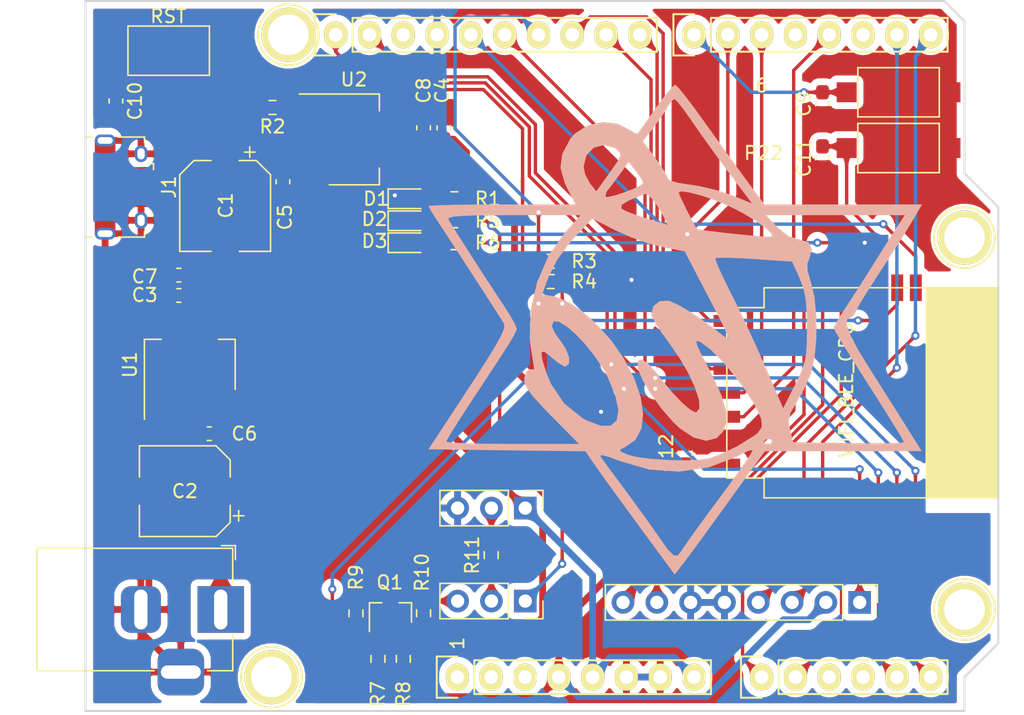
<source format=kicad_pcb>
(kicad_pcb (version 20171130) (host pcbnew "(5.1.9)-1")
  (title_block (date "lun. 30 mars 2015"))
  (layers (0 F.Cu signal) (31 B.Cu signal) (34 B.Paste user) (35 F.Paste user) (36 B.SilkS user) (37 F.SilkS user) (38 B.Mask user) (39 F.Mask user) (44 Edge.Cuts user))
  (net 0 "")
  (net 1 +5V)
  (net 2 GND)
  (net 3 /A0)
  (net 4 /A1)
  (net 5 "/A4(SDA)")
  (net 6 "/A5(SCL)")
  (net 7 "/9(**)")
  (net 8 /8)
  (net 9 /7)
  (net 10 "/6(**)")
  (net 11 "/5(**)")
  (net 12 "/3(**)")
  (net 13 "/1(Tx)")
  (net 14 "/0(Rx)")
  (net 15 "/13(SCK)")
  (net 16 "/10(**/SS)")
  (net 17 +3V3)
  (net 18 "/12(MISO)")
  (net 19 "/11(**/MOSI)")
  (net 20 GNDREF)
  (net 21 VCC)
  (net 22 /RST)
  (net 23 "Net-(D1-Pad2)")
  (net 24 "Net-(D2-Pad2)")
  (net 25 /OUT_RGB_CBU)
  (net 26 /OUT_RGB_ARD)
  (net 27 /TX2)
  (net 28 /RX2)
  (net 29 "Net-(J5-Pad2)")
  (net 30 /OUT_DATA)
  (net 31 "Net-(Q1-Pad2)")
  (net 32 /P22)
  (net 33 "Net-(D3-Pad2)")
  (net 34 /KEY)
  (net 35 /P16)
  (module Logo:John1175's_Logo5 (layer B.Cu) (at 153.9748 97.8408 180)
    (fp_text reference G*** hide)
    (fp_text value LOGO hide)
  )
  (module Resistor_SMD:R_0603_1608Metric_Pad0.98x0.95mm_HandSolder (layer F.Cu) (at 145.9465 92.583 180)
    (fp_text reference R4 (at -2.5165 -1.524) (layer F.SilkS))
    (fp_text value 0R/NC)
    (pad 2 smd roundrect (at 0.9125 0 180) (size 0.975 0.95) (layers F.Cu F.Paste F.Mask) (net 19 "/11(**/MOSI)"))
    (pad 1 smd roundrect (at -0.9125 0 180) (size 0.975 0.95) (layers F.Cu F.Paste F.Mask) (net 35 /P16))
  )
  (module Resistor_SMD:R_0603_1608Metric_Pad0.98x0.95mm_HandSolder (layer F.Cu) (at 145.9465 94.107)
    (fp_text reference R3 (at 2.5165 -1.524) (layer F.SilkS))
    (fp_text value 0R)
    (pad 2 smd roundrect (at 0.9125 0) (size 0.975 0.95) (layers F.Cu F.Paste F.Mask) (net 35 /P16))
    (pad 1 smd roundrect (at -0.9125 0) (size 0.975 0.95) (layers F.Cu F.Paste F.Mask) (net 30 /OUT_DATA))
  )
  (module Connector_BarrelJack:BarrelJack_Horizontal (layer F.Cu) (at 121.158 118.745)
    (fp_text reference J2 hide)
    (fp_text value Barrel_Jack_Switch hide)
    (pad 3 thru_hole roundrect (at -3 4.7) (size 3.5 3.5) (drill oval 3 1) (layers *.Cu *.Mask) (net 20 GNDREF))
    (pad 2 thru_hole roundrect (at -6 0) (size 3 3.5) (drill oval 1 3) (layers *.Cu *.Mask) (net 20 GNDREF))
    (pad 1 thru_hole rect (at 0 0) (size 3.5 3.5) (drill oval 1 3) (layers *.Cu *.Mask) (net 21 VCC))
  )
  (module Resistor_SMD:R_0603_1608Metric_Pad0.98x0.95mm_HandSolder (layer F.Cu) (at 138.7075 87.884 180)
    (fp_text reference R1 (at -2.5165 0) (layer F.SilkS))
    (fp_text value 1k_5%)
    (pad 2 smd roundrect (at 0.9125 0 180) (size 0.975 0.95) (layers F.Cu F.Paste F.Mask) (net 23 "Net-(D1-Pad2)"))
    (pad 1 smd roundrect (at -0.9125 0 180) (size 0.975 0.95) (layers F.Cu F.Paste F.Mask) (net 17 +3V3))
  )
  (module LED_SMD:LED_0603_1608Metric_Pad1.05x0.95mm_HandSolder (layer F.Cu) (at 135.396 87.884)
    (fp_text reference D1 (at -2.554 0) (layer F.SilkS))
    (fp_text value LED)
    (pad 2 smd roundrect (at 0.875 0) (size 1.05 0.95) (layers F.Cu F.Paste F.Mask) (net 23 "Net-(D1-Pad2)"))
    (pad 1 smd roundrect (at -0.875 0) (size 1.05 0.95) (layers F.Cu F.Paste F.Mask) (net 2 GND))
  )
  (module Package_TO_SOT_SMD:SOT-23 (layer F.Cu) (at 133.9088 118.999 90)
    (fp_text reference Q1 (at 2.286 -0.0508) (layer F.SilkS))
    (fp_text value S8050)
    (pad 3 smd rect (at 1 0 90) (size 0.9 0.8) (layers F.Cu F.Paste F.Mask) (net 25 /OUT_RGB_CBU))
    (pad 2 smd rect (at -1 0.95 90) (size 0.9 0.8) (layers F.Cu F.Paste F.Mask) (net 31 "Net-(Q1-Pad2)"))
    (pad 1 smd rect (at -1 -0.95 90) (size 0.9 0.8) (layers F.Cu F.Paste F.Mask) (net 30 /OUT_DATA))
  )
  (module Connector_PinSocket_2.54mm:PinSocket_1x03_P2.54mm_Vertical (layer F.Cu) (at 144.038 118.11 270)
    (fp_text reference J3 hide)
    (fp_text value Conn_01x03 hide)
    (pad 3 thru_hole oval (at 0 5.08 270) (size 1.7 1.7) (drill 1) (layers *.Cu *.Mask) (net 25 /OUT_RGB_CBU))
    (pad 2 thru_hole oval (at 0 2.54 270) (size 1.7 1.7) (drill 1) (layers *.Cu *.Mask) (net 26 /OUT_RGB_ARD))
    (pad 1 thru_hole rect (at 0 0 270) (size 1.7 1.7) (drill 1) (layers *.Cu *.Mask) (net 10 "/6(**)"))
  )
  (module John1175's:WIFI_BLE_CBU (layer F.Cu) (at 159.1818 102.4636 270)
    (fp_text reference U3 hide)
    (fp_text value WIFI_BLE_CBU)
    (pad 11 smd rect (at 0 0 270) (size 0.9 2) (layers F.Cu F.Paste F.Mask) (net 11 "/5(**)"))
    (pad 10 smd rect (at -1.8 0 270) (size 0.9 2) (layers F.Cu F.Paste F.Mask) (net 7 "/9(**)"))
    (pad 8 smd rect (at -5.4 0 270) (size 0.9 2) (layers F.Cu F.Paste F.Mask) (net 16 "/10(**/SS)"))
    (pad 12 smd rect (at 1.8 0 270) (size 0.9 2) (layers F.Cu F.Paste F.Mask) (net 12 "/3(**)"))
    (pad 13 smd rect (at 3.6 0 270) (size 0.9 2) (layers F.Cu F.Paste F.Mask) (net 2 GND))
    (pad 9 smd rect (at -3.6 0 270) (size 0.9 2) (layers F.Cu F.Paste F.Mask) (net 8 /8))
    (pad 14 smd rect (at 5.4 0 270) (size 0.9 2) (layers F.Cu F.Paste F.Mask) (net 17 +3V3))
    (pad 7 smd rect (at -7.894 -5.8) (size 0.9 2) (layers F.Cu F.Paste F.Mask) (net 27 /TX2))
    (pad 6 smd rect (at -7.894 -7.2) (size 0.9 2) (layers F.Cu F.Paste F.Mask) (net 28 /RX2))
    (pad 5 smd rect (at -7.894 -8.6) (size 0.9 2) (layers F.Cu F.Paste F.Mask) (net 3 /A0))
    (pad 4 smd rect (at -7.894 -10) (size 0.9 2) (layers F.Cu F.Paste F.Mask) (net 32 /P22))
    (pad 3 smd rect (at -7.894 -11.4) (size 0.9 2) (layers F.Cu F.Paste F.Mask) (net 34 /KEY))
    (pad 1 smd rect (at -7.894 -14.2) (size 0.9 2) (layers F.Cu F.Paste F.Mask) (net 15 "/13(SCK)"))
    (pad 2 smd rect (at -7.894 -12.8) (size 0.9 2) (layers F.Cu F.Paste F.Mask) (net 35 /P16))
    (pad 20 smd rect (at 7.894 -12.8) (size 0.9 2) (layers F.Cu F.Paste F.Mask) (net 18 "/12(MISO)"))
    (pad 21 smd rect (at 7.894 -14.2) (size 0.9 2) (layers F.Cu F.Paste F.Mask) (net 6 "/A5(SCL)"))
    (pad 19 smd rect (at 7.894 -11.4) (size 0.9 2) (layers F.Cu F.Paste F.Mask) (net 5 "/A4(SDA)"))
    (pad 17 smd rect (at 7.894 -8.6) (size 0.9 2) (layers F.Cu F.Paste F.Mask) (net 4 /A1))
    (pad 18 smd rect (at 7.894 -10) (size 0.9 2) (layers F.Cu F.Paste F.Mask) (net 22 /RST))
    (pad 16 smd rect (at 7.894 -7.2) (size 0.9 2) (layers F.Cu F.Paste F.Mask) (net 13 "/1(Tx)"))
    (pad 15 smd rect (at 7.894 -5.8) (size 0.9 2) (layers F.Cu F.Paste F.Mask) (net 14 "/0(Rx)"))
  )
  (module Package_TO_SOT_SMD:SOT-223-3_TabPin2 (layer F.Cu) (at 131.166 83.425)
    (fp_text reference U2 (at 0 -4.5) (layer F.SilkS))
    (fp_text value AMS1117-3.3)
    (pad 1 smd rect (at -3.15 -2.3) (size 2 1.5) (layers F.Cu F.Paste F.Mask) (net 20 GNDREF))
    (pad 3 smd rect (at -3.15 2.3) (size 2 1.5) (layers F.Cu F.Paste F.Mask) (net 1 +5V))
    (pad 2 smd rect (at -3.15 0) (size 2 1.5) (layers F.Cu F.Paste F.Mask) (net 17 +3V3))
    (pad 2 smd rect (at 3.15 0) (size 2 3.8) (layers F.Cu F.Paste F.Mask) (net 17 +3V3))
  )
  (module Package_TO_SOT_SMD:SOT-223-3_TabPin2 (layer F.Cu) (at 118.8326 100.355 90)
    (fp_text reference U1 (at 0 -4.5 90) (layer F.SilkS))
    (fp_text value AMS1117-5.0)
    (pad 1 smd rect (at -3.15 -2.3 90) (size 2 1.5) (layers F.Cu F.Paste F.Mask) (net 20 GNDREF))
    (pad 3 smd rect (at -3.15 2.3 90) (size 2 1.5) (layers F.Cu F.Paste F.Mask) (net 21 VCC))
    (pad 2 smd rect (at -3.15 0 90) (size 2 1.5) (layers F.Cu F.Paste F.Mask) (net 1 +5V))
    (pad 2 smd rect (at 3.15 0 90) (size 2 3.8) (layers F.Cu F.Paste F.Mask) (net 1 +5V))
  )
  (module Button_Switch_SMD:SW_SPST_CK_RS282G05A3 (layer F.Cu) (at 172.085 84.074)
    (fp_text reference SW3 hide)
    (fp_text value SW_Push hide)
    (pad 2 smd rect (at 3.9 0) (size 1.5 1.5) (layers F.Cu F.Paste F.Mask) (net 2 GND))
    (pad 1 smd rect (at -3.9 0) (size 1.5 1.5) (layers F.Cu F.Paste F.Mask) (net 34 /KEY))
  )
  (module Button_Switch_SMD:SW_SPST_CK_RS282G05A3 (layer F.Cu) (at 117.2464 76.7588)
    (fp_text reference SW2 hide)
    (fp_text value SW_Push hide)
    (pad 2 smd rect (at 3.9 0) (size 1.5 1.5) (layers F.Cu F.Paste F.Mask) (net 2 GND))
    (pad 1 smd rect (at -3.9 0) (size 1.5 1.5) (layers F.Cu F.Paste F.Mask) (net 22 /RST))
  )
  (module Button_Switch_SMD:SW_SPST_CK_RS282G05A3 (layer F.Cu) (at 172.085 79.883)
    (fp_text reference SW1 hide)
    (fp_text value SW_Push hide)
    (pad 2 smd rect (at 3.9 0) (size 1.5 1.5) (layers F.Cu F.Paste F.Mask) (net 2 GND))
    (pad 1 smd rect (at -3.9 0) (size 1.5 1.5) (layers F.Cu F.Paste F.Mask) (net 9 /7))
  )
  (module Resistor_SMD:R_0603_1608Metric_Pad0.98x0.95mm_HandSolder (layer F.Cu) (at 141.478 114.6575 90)
    (fp_text reference R11 (at 0 -1.43 90) (layer F.SilkS))
    (fp_text value 1R_5%)
    (pad 2 smd roundrect (at 0.9125 0 90) (size 0.975 0.95) (layers F.Cu F.Paste F.Mask) (net 29 "Net-(J5-Pad2)"))
    (pad 1 smd roundrect (at -0.9125 0 90) (size 0.975 0.95) (layers F.Cu F.Paste F.Mask) (net 26 /OUT_RGB_ARD))
  )
  (module Resistor_SMD:R_0603_1608Metric_Pad0.98x0.95mm_HandSolder (layer F.Cu) (at 136.398 119.0225 90)
    (fp_text reference R10 (at 3.0715 -0.127 90) (layer F.SilkS))
    (fp_text value 2k_5%)
    (pad 2 smd roundrect (at 0.9125 0 90) (size 0.975 0.95) (layers F.Cu F.Paste F.Mask) (net 25 /OUT_RGB_CBU))
    (pad 1 smd roundrect (at -0.9125 0 90) (size 0.975 0.95) (layers F.Cu F.Paste F.Mask) (net 1 +5V))
  )
  (module Resistor_SMD:R_0603_1608Metric_Pad0.98x0.95mm_HandSolder (layer F.Cu) (at 131.318 119.0225 90)
    (fp_text reference R9 (at 2.6905 0 90) (layer F.SilkS))
    (fp_text value 0R/NC)
    (pad 2 smd roundrect (at 0.9125 0 90) (size 0.975 0.95) (layers F.Cu F.Paste F.Mask) (net 25 /OUT_RGB_CBU))
    (pad 1 smd roundrect (at -0.9125 0 90) (size 0.975 0.95) (layers F.Cu F.Paste F.Mask) (net 30 /OUT_DATA))
  )
  (module Resistor_SMD:R_0603_1608Metric_Pad0.98x0.95mm_HandSolder (layer F.Cu) (at 134.874 122.4515 90)
    (fp_text reference R8 (at -2.6435 0 90) (layer F.SilkS))
    (fp_text value 2k_5%)
    (pad 2 smd roundrect (at 0.9125 0 90) (size 0.975 0.95) (layers F.Cu F.Paste F.Mask) (net 31 "Net-(Q1-Pad2)"))
    (pad 1 smd roundrect (at -0.9125 0 90) (size 0.975 0.95) (layers F.Cu F.Paste F.Mask) (net 17 +3V3))
  )
  (module Resistor_SMD:R_0603_1608Metric_Pad0.98x0.95mm_HandSolder (layer F.Cu) (at 132.969 122.4515 90)
    (fp_text reference R7 (at -2.6435 0 90) (layer F.SilkS))
    (fp_text value 2k_5%)
    (pad 2 smd roundrect (at 0.9125 0 90) (size 0.975 0.95) (layers F.Cu F.Paste F.Mask) (net 30 /OUT_DATA))
    (pad 1 smd roundrect (at -0.9125 0 90) (size 0.975 0.95) (layers F.Cu F.Paste F.Mask) (net 17 +3V3))
  )
  (module Resistor_SMD:R_0603_1608Metric_Pad0.98x0.95mm_HandSolder (layer F.Cu) (at 138.7075 91.186 180)
    (fp_text reference R6 (at -2.5165 0) (layer F.SilkS))
    (fp_text value 1k_5%)
    (pad 2 smd roundrect (at 0.9125 0 180) (size 0.975 0.95) (layers F.Cu F.Paste F.Mask) (net 33 "Net-(D3-Pad2)"))
    (pad 1 smd roundrect (at -0.9125 0 180) (size 0.975 0.95) (layers F.Cu F.Paste F.Mask) (net 32 /P22))
  )
  (module Resistor_SMD:R_0603_1608Metric_Pad0.98x0.95mm_HandSolder (layer F.Cu) (at 138.7075 89.535 180)
    (fp_text reference R5 (at -2.5165 0) (layer F.SilkS))
    (fp_text value 1k_5%)
    (pad 2 smd roundrect (at 0.9125 0 180) (size 0.975 0.95) (layers F.Cu F.Paste F.Mask) (net 24 "Net-(D2-Pad2)"))
    (pad 1 smd roundrect (at -0.9125 0 180) (size 0.975 0.95) (layers F.Cu F.Paste F.Mask) (net 10 "/6(**)"))
  )
  (module Resistor_SMD:R_0603_1608Metric_Pad0.98x0.95mm_HandSolder (layer F.Cu) (at 125.0442 81.026 180)
    (fp_text reference R2 (at 0 -1.43) (layer F.SilkS))
    (fp_text value 0R)
    (pad 2 smd roundrect (at 0.9125 0 180) (size 0.975 0.95) (layers F.Cu F.Paste F.Mask) (net 2 GND))
    (pad 1 smd roundrect (at -0.9125 0 180) (size 0.975 0.95) (layers F.Cu F.Paste F.Mask) (net 20 GNDREF))
  )
  (module Connector_PinHeader_2.54mm:PinHeader_1x03_P2.54mm_Vertical (layer F.Cu) (at 144.038 111.125 270)
    (fp_text reference J5 hide)
    (fp_text value Conn_01x03 hide)
    (pad 3 thru_hole oval (at 0 5.08 270) (size 1.7 1.7) (drill 1) (layers *.Cu *.Mask) (net 2 GND))
    (pad 2 thru_hole oval (at 0 2.54 270) (size 1.7 1.7) (drill 1) (layers *.Cu *.Mask) (net 29 "Net-(J5-Pad2)"))
    (pad 1 thru_hole rect (at 0 0 270) (size 1.7 1.7) (drill 1) (layers *.Cu *.Mask) (net 1 +5V))
  )
  (module Connector_PinHeader_2.54mm:PinHeader_1x08_P2.54mm_Vertical (layer F.Cu) (at 169.164 118.209 270)
    (fp_text reference J4 hide)
    (fp_text value Conn_01x08 hide)
    (pad 8 thru_hole oval (at 0 17.78 270) (size 1.7 1.7) (drill 1) (layers *.Cu *.Mask) (net 27 /TX2))
    (pad 7 thru_hole oval (at 0 15.24 270) (size 1.7 1.7) (drill 1) (layers *.Cu *.Mask) (net 28 /RX2))
    (pad 6 thru_hole oval (at 0 12.7 270) (size 1.7 1.7) (drill 1) (layers *.Cu *.Mask) (net 2 GND))
    (pad 5 thru_hole oval (at 0 10.16 270) (size 1.7 1.7) (drill 1) (layers *.Cu *.Mask) (net 2 GND))
    (pad 4 thru_hole oval (at 0 7.62 270) (size 1.7 1.7) (drill 1) (layers *.Cu *.Mask) (net 14 "/0(Rx)"))
    (pad 3 thru_hole oval (at 0 5.08 270) (size 1.7 1.7) (drill 1) (layers *.Cu *.Mask) (net 13 "/1(Tx)"))
    (pad 2 thru_hole oval (at 0 2.54 270) (size 1.7 1.7) (drill 1) (layers *.Cu *.Mask) (net 17 +3V3))
    (pad 1 thru_hole rect (at 0 0 270) (size 1.7 1.7) (drill 1) (layers *.Cu *.Mask) (net 22 /RST))
  )
  (module Connector_USB:USB_Micro-B_Amphenol_10118194_Horizontal (layer F.Cu) (at 113.7712 87.0044 270)
    (fp_text reference J1 (at 0 -3.5 90) (layer F.SilkS))
    (fp_text value USB_B_Micro)
    (pad 6 thru_hole oval (at 3.5 1.3 270) (size 0.89 1.55) (drill oval 0.5 1.15) (layers *.Cu *.Mask) (net 20 GNDREF))
    (pad 6 thru_hole oval (at -3.5 1.3 270) (size 0.89 1.55) (drill oval 0.5 1.15) (layers *.Cu *.Mask) (net 20 GNDREF))
    (pad 6 smd rect (at 2.9 1.3 270) (size 1.2 1.55) (layers F.Cu F.Paste F.Mask) (net 20 GNDREF))
    (pad 6 smd rect (at -2.9 1.3 270) (size 1.2 1.55) (layers F.Cu F.Paste F.Mask) (net 20 GNDREF))
    (pad 6 smd rect (at 1 1.3 270) (size 1.5 1.55) (layers F.Cu F.Paste F.Mask) (net 20 GNDREF))
    (pad 6 smd rect (at -1 1.3 270) (size 1.5 1.55) (layers F.Cu F.Paste F.Mask) (net 20 GNDREF))
    (pad 6 thru_hole oval (at 2.5 -1.4 270) (size 1.25 0.95) (drill oval 0.85 0.55) (layers *.Cu *.Mask) (net 20 GNDREF))
    (pad 6 thru_hole oval (at -2.5 -1.4 270) (size 1.25 0.95) (drill oval 0.85 0.55) (layers *.Cu *.Mask) (net 20 GNDREF))
    (pad 5 smd rect (at 1.3 -1.4 270) (size 0.4 1.35) (layers F.Cu F.Paste F.Mask) (net 20 GNDREF))
    (pad 4 smd rect (at 0.65 -1.4 270) (size 0.4 1.35) (layers F.Cu F.Paste F.Mask) (net 20 GNDREF))
    (pad 3 smd rect (at 0 -1.4 270) (size 0.4 1.35) (layers F.Cu F.Paste F.Mask))
    (pad 2 smd rect (at -0.65 -1.4 270) (size 0.4 1.35) (layers F.Cu F.Paste F.Mask))
    (pad 1 smd rect (at -1.3 -1.4 270) (size 0.4 1.35) (layers F.Cu F.Paste F.Mask) (net 1 +5V))
  )
  (module LED_SMD:LED_0603_1608Metric_Pad1.05x0.95mm_HandSolder (layer F.Cu) (at 135.396 91.186)
    (fp_text reference D3 (at -2.681 -0.127) (layer F.SilkS))
    (fp_text value LED)
    (pad 2 smd roundrect (at 0.875 0) (size 1.05 0.95) (layers F.Cu F.Paste F.Mask) (net 33 "Net-(D3-Pad2)"))
    (pad 1 smd roundrect (at -0.875 0) (size 1.05 0.95) (layers F.Cu F.Paste F.Mask) (net 2 GND))
  )
  (module LED_SMD:LED_0603_1608Metric_Pad1.05x0.95mm_HandSolder (layer F.Cu) (at 135.396 89.535)
    (fp_text reference D2 (at -2.681 -0.127) (layer F.SilkS))
    (fp_text value LED)
    (pad 2 smd roundrect (at 0.875 0) (size 1.05 0.95) (layers F.Cu F.Paste F.Mask) (net 24 "Net-(D2-Pad2)"))
    (pad 1 smd roundrect (at -0.875 0) (size 1.05 0.95) (layers F.Cu F.Paste F.Mask) (net 2 GND))
  )
  (module Capacitor_SMD:C_0603_1608Metric_Pad1.08x0.95mm_HandSolder (layer F.Cu) (at 156.0576 106.9859 90)
    (fp_text reference C12 (at 0 -1.43 90) (layer F.SilkS))
    (fp_text value 0.1uF_20%)
    (pad 2 smd roundrect (at 0.8625 0 90) (size 1.075 0.95) (layers F.Cu F.Paste F.Mask) (net 2 GND))
    (pad 1 smd roundrect (at -0.8625 0 90) (size 1.075 0.95) (layers F.Cu F.Paste F.Mask) (net 17 +3V3))
  )
  (module Capacitor_SMD:C_0603_1608Metric_Pad1.08x0.95mm_HandSolder (layer F.Cu) (at 166.37 84.8095 270)
    (fp_text reference C11 (at 0 1.397 90) (layer F.SilkS))
    (fp_text value 0.1uF_20%)
    (pad 2 smd roundrect (at 0.8625 0 270) (size 1.075 0.95) (layers F.Cu F.Paste F.Mask) (net 2 GND))
    (pad 1 smd roundrect (at -0.8625 0 270) (size 1.075 0.95) (layers F.Cu F.Paste F.Mask) (net 34 /KEY))
  )
  (module Capacitor_SMD:C_0603_1608Metric_Pad1.08x0.95mm_HandSolder (layer F.Cu) (at 113.284 80.5423 270)
    (fp_text reference C10 (at 0 -1.43 90) (layer F.SilkS))
    (fp_text value 0.1uF_20%)
    (pad 2 smd roundrect (at 0.8625 0 270) (size 1.075 0.95) (layers F.Cu F.Paste F.Mask) (net 2 GND))
    (pad 1 smd roundrect (at -0.8625 0 270) (size 1.075 0.95) (layers F.Cu F.Paste F.Mask) (net 22 /RST))
  )
  (module Capacitor_SMD:C_0603_1608Metric_Pad1.08x0.95mm_HandSolder (layer F.Cu) (at 166.37 80.7455 270)
    (fp_text reference C9 (at 0 1.397 90) (layer F.SilkS))
    (fp_text value 0.1uF_20%)
    (pad 2 smd roundrect (at 0.8625 0 270) (size 1.075 0.95) (layers F.Cu F.Paste F.Mask) (net 2 GND))
    (pad 1 smd roundrect (at -0.8625 0 270) (size 1.075 0.95) (layers F.Cu F.Paste F.Mask) (net 9 /7))
  )
  (module Capacitor_SMD:C_0603_1608Metric_Pad1.08x0.95mm_HandSolder (layer F.Cu) (at 136.398 82.55 90)
    (fp_text reference C8 (at 2.794 0 90) (layer F.SilkS))
    (fp_text value 10uF_20%)
    (pad 2 smd roundrect (at 0.8625 0 90) (size 1.075 0.95) (layers F.Cu F.Paste F.Mask) (net 20 GNDREF))
    (pad 1 smd roundrect (at -0.8625 0 90) (size 1.075 0.95) (layers F.Cu F.Paste F.Mask) (net 17 +3V3))
  )
  (module Capacitor_SMD:C_0603_1608Metric_Pad1.08x0.95mm_HandSolder (layer F.Cu) (at 118.0084 93.6244 180)
    (fp_text reference C7 (at 2.5654 -0.1016) (layer F.SilkS))
    (fp_text value 10uF_20%)
    (pad 2 smd roundrect (at 0.8625 0 180) (size 1.075 0.95) (layers F.Cu F.Paste F.Mask) (net 20 GNDREF))
    (pad 1 smd roundrect (at -0.8625 0 180) (size 1.075 0.95) (layers F.Cu F.Paste F.Mask) (net 1 +5V))
  )
  (module Capacitor_SMD:C_0603_1608Metric_Pad1.08x0.95mm_HandSolder (layer F.Cu) (at 120.2955 105.537 180)
    (fp_text reference C6 (at -2.6405 0) (layer F.SilkS))
    (fp_text value 0.1uF_20%)
    (pad 2 smd roundrect (at 0.8625 0 180) (size 1.075 0.95) (layers F.Cu F.Paste F.Mask) (net 20 GNDREF))
    (pad 1 smd roundrect (at -0.8625 0 180) (size 1.075 0.95) (layers F.Cu F.Paste F.Mask) (net 21 VCC))
  )
  (module Capacitor_SMD:C_0603_1608Metric_Pad1.08x0.95mm_HandSolder (layer F.Cu) (at 125.8316 86.6129 270)
    (fp_text reference C5 (at 2.6681 -0.1524 90) (layer F.SilkS))
    (fp_text value 0.1uF_20%)
    (pad 2 smd roundrect (at 0.8625 0 270) (size 1.075 0.95) (layers F.Cu F.Paste F.Mask) (net 20 GNDREF))
    (pad 1 smd roundrect (at -0.8625 0 270) (size 1.075 0.95) (layers F.Cu F.Paste F.Mask) (net 1 +5V))
  )
  (module Capacitor_SMD:C_0603_1608Metric_Pad1.08x0.95mm_HandSolder (layer F.Cu) (at 137.922 82.55 90)
    (fp_text reference C4 (at 2.794 -0.127 90) (layer F.SilkS))
    (fp_text value 0.1uF_20%)
    (pad 2 smd roundrect (at 0.8625 0 90) (size 1.075 0.95) (layers F.Cu F.Paste F.Mask) (net 20 GNDREF))
    (pad 1 smd roundrect (at -0.8625 0 90) (size 1.075 0.95) (layers F.Cu F.Paste F.Mask) (net 17 +3V3))
  )
  (module Capacitor_SMD:C_0603_1608Metric_Pad1.08x0.95mm_HandSolder (layer F.Cu) (at 118.0084 95.1484 180)
    (fp_text reference C3 (at 2.5654 0.0254) (layer F.SilkS))
    (fp_text value 0.1uF_20%)
    (pad 2 smd roundrect (at 0.8625 0 180) (size 1.075 0.95) (layers F.Cu F.Paste F.Mask) (net 20 GNDREF))
    (pad 1 smd roundrect (at -0.8625 0 180) (size 1.075 0.95) (layers F.Cu F.Paste F.Mask) (net 1 +5V))
  )
  (module Capacitor_SMD:CP_Elec_6.3x5.8 (layer F.Cu) (at 118.458 109.855 180)
    (fp_text reference C2 (at 0 0) (layer F.SilkS))
    (fp_text value 220uF_20%)
    (pad 2 smd roundrect (at 2.7 0 180) (size 3.5 1.6) (layers F.Cu F.Paste F.Mask) (roundrect_rratio 0.15625) (net 20 GNDREF))
    (pad 1 smd roundrect (at -2.7 0 180) (size 3.5 1.6) (layers F.Cu F.Paste F.Mask) (roundrect_rratio 0.15625) (net 21 VCC))
  )
  (module Capacitor_SMD:CP_Elec_6.3x5.8 (layer F.Cu) (at 121.4882 88.425 270)
    (fp_text reference C1 (at -0.033 -0.0508 90) (layer F.SilkS))
    (fp_text value 220uF_20%)
    (pad 2 smd roundrect (at 2.7 0 270) (size 3.5 1.6) (layers F.Cu F.Paste F.Mask) (roundrect_rratio 0.15625) (net 20 GNDREF))
    (pad 1 smd roundrect (at -2.7 0 270) (size 3.5 1.6) (layers F.Cu F.Paste F.Mask) (roundrect_rratio 0.15625) (net 1 +5V))
  )
  (module Socket_Arduino_Uno:Socket_Strip_Arduino_1x08 (layer F.Cu) (at 138.938 123.825)
    (fp_text reference P1 hide)
    (fp_text value Power hide)
    (pad 1 thru_hole oval (at 0 0) (size 1.7272 2.032) (drill 1.016) (layers *.Cu *.Mask F.SilkS))
    (pad 2 thru_hole oval (at 2.54 0) (size 1.7272 2.032) (drill 1.016) (layers *.Cu *.Mask F.SilkS))
    (pad 3 thru_hole oval (at 5.08 0) (size 1.7272 2.032) (drill 1.016) (layers *.Cu *.Mask F.SilkS))
    (pad 4 thru_hole oval (at 7.62 0) (size 1.7272 2.032) (drill 1.016) (layers *.Cu *.Mask F.SilkS) (net 17 +3V3))
    (pad 5 thru_hole oval (at 10.16 0) (size 1.7272 2.032) (drill 1.016) (layers *.Cu *.Mask F.SilkS) (net 1 +5V))
    (pad 6 thru_hole oval (at 12.7 0) (size 1.7272 2.032) (drill 1.016) (layers *.Cu *.Mask F.SilkS) (net 2 GND))
    (pad 7 thru_hole oval (at 15.24 0) (size 1.7272 2.032) (drill 1.016) (layers *.Cu *.Mask F.SilkS) (net 2 GND))
    (pad 8 thru_hole oval (at 17.78 0) (size 1.7272 2.032) (drill 1.016) (layers *.Cu *.Mask F.SilkS) (net 1 +5V))
  )
  (module Socket_Arduino_Uno:Socket_Strip_Arduino_1x06 (layer F.Cu) (at 161.798 123.825)
    (fp_text reference P2 hide)
    (fp_text value Analog hide)
    (pad 1 thru_hole oval (at 0 0) (size 1.7272 2.032) (drill 1.016) (layers *.Cu *.Mask F.SilkS) (net 3 /A0))
    (pad 2 thru_hole oval (at 2.54 0) (size 1.7272 2.032) (drill 1.016) (layers *.Cu *.Mask F.SilkS) (net 4 /A1))
    (pad 3 thru_hole oval (at 5.08 0) (size 1.7272 2.032) (drill 1.016) (layers *.Cu *.Mask F.SilkS))
    (pad 4 thru_hole oval (at 7.62 0) (size 1.7272 2.032) (drill 1.016) (layers *.Cu *.Mask F.SilkS))
    (pad 5 thru_hole oval (at 10.16 0) (size 1.7272 2.032) (drill 1.016) (layers *.Cu *.Mask F.SilkS) (net 5 "/A4(SDA)"))
    (pad 6 thru_hole oval (at 12.7 0) (size 1.7272 2.032) (drill 1.016) (layers *.Cu *.Mask F.SilkS) (net 6 "/A5(SCL)"))
  )
  (module Socket_Arduino_Uno:Socket_Strip_Arduino_1x10 (layer F.Cu) (at 129.794 75.565)
    (fp_text reference P3 hide)
    (fp_text value Digital hide)
    (pad 1 thru_hole oval (at 0 0) (size 1.7272 2.032) (drill 1.016) (layers *.Cu *.Mask F.SilkS) (net 6 "/A5(SCL)"))
    (pad 2 thru_hole oval (at 2.54 0) (size 1.7272 2.032) (drill 1.016) (layers *.Cu *.Mask F.SilkS) (net 5 "/A4(SDA)"))
    (pad 3 thru_hole oval (at 5.08 0) (size 1.7272 2.032) (drill 1.016) (layers *.Cu *.Mask F.SilkS))
    (pad 4 thru_hole oval (at 7.62 0) (size 1.7272 2.032) (drill 1.016) (layers *.Cu *.Mask F.SilkS) (net 2 GND))
    (pad 5 thru_hole oval (at 10.16 0) (size 1.7272 2.032) (drill 1.016) (layers *.Cu *.Mask F.SilkS) (net 15 "/13(SCK)"))
    (pad 6 thru_hole oval (at 12.7 0) (size 1.7272 2.032) (drill 1.016) (layers *.Cu *.Mask F.SilkS) (net 18 "/12(MISO)"))
    (pad 7 thru_hole oval (at 15.24 0) (size 1.7272 2.032) (drill 1.016) (layers *.Cu *.Mask F.SilkS) (net 19 "/11(**/MOSI)"))
    (pad 8 thru_hole oval (at 17.78 0) (size 1.7272 2.032) (drill 1.016) (layers *.Cu *.Mask F.SilkS) (net 16 "/10(**/SS)"))
    (pad 9 thru_hole oval (at 20.32 0) (size 1.7272 2.032) (drill 1.016) (layers *.Cu *.Mask F.SilkS) (net 7 "/9(**)"))
    (pad 10 thru_hole oval (at 22.86 0) (size 1.7272 2.032) (drill 1.016) (layers *.Cu *.Mask F.SilkS) (net 8 /8))
  )
  (module Socket_Arduino_Uno:Socket_Strip_Arduino_1x08 (layer F.Cu) (at 156.718 75.565)
    (fp_text reference P4 hide)
    (fp_text value Digital hide)
    (pad 1 thru_hole oval (at 0 0) (size 1.7272 2.032) (drill 1.016) (layers *.Cu *.Mask F.SilkS) (net 9 /7))
    (pad 2 thru_hole oval (at 2.54 0) (size 1.7272 2.032) (drill 1.016) (layers *.Cu *.Mask F.SilkS) (net 10 "/6(**)"))
    (pad 3 thru_hole oval (at 5.08 0) (size 1.7272 2.032) (drill 1.016) (layers *.Cu *.Mask F.SilkS) (net 11 "/5(**)"))
    (pad 4 thru_hole oval (at 7.62 0) (size 1.7272 2.032) (drill 1.016) (layers *.Cu *.Mask F.SilkS))
    (pad 5 thru_hole oval (at 10.16 0) (size 1.7272 2.032) (drill 1.016) (layers *.Cu *.Mask F.SilkS) (net 12 "/3(**)"))
    (pad 6 thru_hole oval (at 12.7 0) (size 1.7272 2.032) (drill 1.016) (layers *.Cu *.Mask F.SilkS))
    (pad 7 thru_hole oval (at 15.24 0) (size 1.7272 2.032) (drill 1.016) (layers *.Cu *.Mask F.SilkS) (net 13 "/1(Tx)"))
    (pad 8 thru_hole oval (at 17.78 0) (size 1.7272 2.032) (drill 1.016) (layers *.Cu *.Mask F.SilkS) (net 14 "/0(Rx)"))
  )
  (module Socket_Arduino_Uno:Arduino_1pin (layer F.Cu) (at 124.968 123.825)
    (fp_text reference P5 hide)
    (fp_text value CONN_01X01 hide)
    (pad 1 thru_hole circle (at 0 0) (size 4.064 4.064) (drill 3.048) (layers *.Cu *.Mask F.SilkS))
  )
  (module Socket_Arduino_Uno:Arduino_1pin (layer F.Cu) (at 177.038 118.745)
    (fp_text reference P6 hide)
    (fp_text value CONN_01X01 hide)
    (pad 1 thru_hole circle (at 0 0) (size 4.064 4.064) (drill 3.048) (layers *.Cu *.Mask F.SilkS))
  )
  (module Socket_Arduino_Uno:Arduino_1pin (layer F.Cu) (at 126.238 75.565)
    (fp_text reference P7 hide)
    (fp_text value CONN_01X01 hide)
    (pad 1 thru_hole circle (at 0 0) (size 4.064 4.064) (drill 3.048) (layers *.Cu *.Mask F.SilkS))
  )
  (module Socket_Arduino_Uno:Arduino_1pin (layer F.Cu) (at 177.038 90.805)
    (fp_text reference P8 hide)
    (fp_text value CONN_01X01 hide)
    (pad 1 thru_hole circle (at 0 0) (size 4.064 4.064) (drill 3.048) (layers *.Cu *.Mask F.SilkS))
  )
  (gr_text P22 (at 161.925 84.455) (layer F.SilkS) (effects (font (size 1 1))))
  (gr_text 6 (at 161.798 79.375) (layer F.SilkS) (effects (font (size 1 1))))
  (gr_text "WIFI_BLE_CBU\n" (at 168.148 102.235 90) (layer F.SilkS) (effects (font (size 1 1))))
  (gr_text "RST\n" (at 117.221 74.168) (layer F.SilkS) (effects (font (size 1 1))))
  (gr_text 1 (at 138.938 121.285 90) (layer F.SilkS) (effects (font (size 1 1))))
  (gr_line (start 177.038 74.549) (end 175.514 73.025) (angle 90) (layer Edge.Cuts) (width 0.15))
  (gr_line (start 177.038 85.979) (end 177.038 74.549) (angle 90) (layer Edge.Cuts) (width 0.15))
  (gr_line (start 179.578 88.519) (end 177.038 85.979) (angle 90) (layer Edge.Cuts) (width 0.15))
  (gr_line (start 179.578 121.285) (end 179.578 88.519) (angle 90) (layer Edge.Cuts) (width 0.15))
  (gr_line (start 177.038 123.825) (end 179.578 121.285) (angle 90) (layer Edge.Cuts) (width 0.15))
  (gr_line (start 177.038 126.365) (end 177.038 123.825) (angle 90) (layer Edge.Cuts) (width 0.15))
  (gr_line (start 110.998 126.365) (end 177.038 126.365) (angle 90) (layer Edge.Cuts) (width 0.15))
  (gr_line (start 110.998 73.025) (end 110.998 126.365) (angle 90) (layer Edge.Cuts) (width 0.15))
  (gr_line (start 175.514 73.025) (end 110.998 73.025) (angle 90) (layer Edge.Cuts) (width 0.15))
  (segment (start 121.5136 85.7504) (end 121.4882 85.725) (width 0.254) (layer F.Cu) (net 1))
  (segment (start 125.8316 85.7504) (end 121.5136 85.7504) (width 0.254) (layer F.Cu) (net 1))
  (segment (start 118.872 97.1656) (end 118.8326 97.205) (width 0.508) (layer F.Cu) (net 1))
  (segment (start 118.872 93.726) (end 118.872 97.1656) (width 0.508) (layer F.Cu) (net 1))
  (segment (start 121.4676 85.7044) (end 121.4882 85.725) (width 0.381) (layer F.Cu) (net 1))
  (segment (start 115.1712 85.7044) (end 121.4676 85.7044) (width 0.381) (layer F.Cu) (net 1))
  (segment (start 121.4882 85.725) (end 128.016 85.725) (width 0.508) (layer F.Cu) (net 1))
  (segment (start 118.872 93.726) (end 126.111 93.726) (width 0.508) (layer F.Cu) (net 1))
  (segment (start 128.016 91.821) (end 128.016 85.725) (width 0.508) (layer F.Cu) (net 1))
  (segment (start 126.111 93.726) (end 128.016 91.821) (width 0.508) (layer F.Cu) (net 1))
  (segment (start 144.038 111.125) (end 128.163 95.25) (width 0.508) (layer F.Cu) (net 1))
  (segment (start 128.163 95.25) (end 118.872 95.25) (width 0.508) (layer F.Cu) (net 1))
  (segment (start 149.098 116.185) (end 149.098 123.825) (width 0.508) (layer B.Cu) (net 1))
  (segment (start 144.038 111.125) (end 149.098 116.185) (width 0.508) (layer B.Cu) (net 1))
  (segment (start 145.342001 112.429001) (end 144.038 111.125) (width 0.508) (layer F.Cu) (net 1))
  (segment (start 145.342001 119.323201) (end 145.342001 112.429001) (width 0.508) (layer F.Cu) (net 1))
  (segment (start 144.730202 119.935) (end 145.342001 119.323201) (width 0.508) (layer F.Cu) (net 1))
  (segment (start 136.398 119.935) (end 144.730202 119.935) (width 0.508) (layer F.Cu) (net 1))
  (segment (start 155.24799 122.35499) (end 156.718 123.825) (width 0.508) (layer B.Cu) (net 1))
  (segment (start 150.41561 122.35499) (end 155.24799 122.35499) (width 0.508) (layer B.Cu) (net 1))
  (segment (start 149.098 123.6726) (end 150.41561 122.35499) (width 0.508) (layer B.Cu) (net 1))
  (segment (start 149.098 123.825) (end 149.098 123.6726) (width 0.508) (layer B.Cu) (net 1))
  (segment (start 118.8326 97.205) (end 118.8326 103.505) (width 0.508) (layer F.Cu) (net 1))
  (via (at 134.239 87.63) (size 0.6096) (drill 0.3048) (layers F.Cu B.Cu) (net 2))
  (segment (start 156.1174 106.0636) (end 156.0576 106.1234) (width 0.508) (layer F.Cu) (net 2))
  (segment (start 159.1818 106.0636) (end 156.1174 106.0636) (width 0.508) (layer F.Cu) (net 2))
  (via (at 169.545 91.186) (size 0.6096) (drill 0.3048) (layers F.Cu B.Cu) (net 2))
  (via (at 152.019 93.98) (size 0.6096) (drill 0.3048) (layers F.Cu B.Cu) (net 2))
  (via (at 149.733 103.886) (size 0.6096) (drill 0.3048) (layers F.Cu B.Cu) (net 2))
  (segment (start 167.7818 102.586338) (end 167.7818 94.5696) (width 0.254) (layer F.Cu) (net 3))
  (segment (start 160.366999 110.001139) (end 167.7818 102.586338) (width 0.254) (layer F.Cu) (net 3))
  (segment (start 160.366999 122.393999) (end 160.366999 110.001139) (width 0.254) (layer F.Cu) (net 3))
  (segment (start 161.798 123.825) (end 160.366999 122.393999) (width 0.254) (layer F.Cu) (net 3))
  (segment (start 167.801001 120.361999) (end 164.338 123.825) (width 0.254) (layer F.Cu) (net 4))
  (segment (start 167.801001 110.376801) (end 167.801001 120.361999) (width 0.254) (layer F.Cu) (net 4))
  (segment (start 167.7818 110.3576) (end 167.801001 110.376801) (width 0.254) (layer F.Cu) (net 4))
  (segment (start 170.5818 122.4488) (end 171.958 123.825) (width 0.254) (layer F.Cu) (net 5))
  (segment (start 170.5818 110.3576) (end 170.5818 122.4488) (width 0.254) (layer F.Cu) (net 5))
  (via (at 170.561 108.458) (size 0.6096) (drill 0.3048) (layers F.Cu B.Cu) (net 5))
  (segment (start 170.561 110.3368) (end 170.5818 110.3576) (width 0.254) (layer F.Cu) (net 5))
  (segment (start 170.561 108.458) (end 170.561 110.3368) (width 0.254) (layer F.Cu) (net 5))
  (segment (start 170.561 108.458) (end 164.258613 102.155613) (width 0.254) (layer B.Cu) (net 5))
  (via (at 153.797 102.155613) (size 0.6096) (drill 0.3048) (layers F.Cu B.Cu) (net 5))
  (segment (start 164.258613 102.155613) (end 153.797 102.155613) (width 0.254) (layer B.Cu) (net 5))
  (segment (start 135.489979 78.720979) (end 141.219115 78.720979) (width 0.254) (layer F.Cu) (net 5))
  (segment (start 141.219115 78.720979) (end 144.799021 82.300885) (width 0.254) (layer F.Cu) (net 5))
  (segment (start 132.334 75.565) (end 135.489979 78.720979) (width 0.254) (layer F.Cu) (net 5))
  (segment (start 144.799021 82.300885) (end 144.799021 85.944545) (width 0.254) (layer F.Cu) (net 5))
  (segment (start 153.797 102.155613) (end 153.717613 102.155613) (width 0.254) (layer F.Cu) (net 5))
  (segment (start 150.775738 99.213738) (end 150.775738 91.921262) (width 0.254) (layer F.Cu) (net 5))
  (segment (start 144.799021 85.944545) (end 150.775738 91.921262) (width 0.254) (layer F.Cu) (net 5))
  (segment (start 153.717613 102.155613) (end 150.775738 99.213738) (width 0.254) (layer F.Cu) (net 5))
  (segment (start 173.3818 122.7088) (end 174.498 123.825) (width 0.254) (layer F.Cu) (net 6))
  (via (at 150.495 100.33) (size 0.6096) (drill 0.3048) (layers F.Cu B.Cu) (net 6))
  (via (at 173.355 108.331) (size 0.6096) (drill 0.3048) (layers F.Cu B.Cu) (net 6))
  (segment (start 173.355 111.506) (end 173.3818 111.5328) (width 0.254) (layer F.Cu) (net 6))
  (segment (start 173.355 108.331) (end 173.355 111.506) (width 0.254) (layer F.Cu) (net 6))
  (segment (start 173.3818 111.5328) (end 173.3818 122.7088) (width 0.254) (layer F.Cu) (net 6))
  (segment (start 173.3818 110.3576) (end 173.3818 111.5328) (width 0.254) (layer F.Cu) (net 6))
  (segment (start 150.495 100.33) (end 165.354 100.33) (width 0.254) (layer B.Cu) (net 6))
  (segment (start 165.354 100.33) (end 173.355 108.331) (width 0.254) (layer B.Cu) (net 6))
  (segment (start 144.34501 82.488942) (end 144.34501 86.17901) (width 0.254) (layer F.Cu) (net 6))
  (segment (start 129.794 75.565) (end 129.794 76.835) (width 0.254) (layer F.Cu) (net 6))
  (segment (start 129.794 76.835) (end 132.13399 79.17499) (width 0.254) (layer F.Cu) (net 6))
  (segment (start 132.13399 79.17499) (end 141.031058 79.17499) (width 0.254) (layer F.Cu) (net 6))
  (segment (start 144.34501 86.17901) (end 150.190201 92.024201) (width 0.254) (layer F.Cu) (net 6))
  (segment (start 141.031058 79.17499) (end 144.34501 82.488942) (width 0.254) (layer F.Cu) (net 6))
  (segment (start 150.190201 100.025201) (end 150.495 100.33) (width 0.254) (layer F.Cu) (net 6))
  (segment (start 150.190201 92.024201) (end 150.190201 100.025201) (width 0.254) (layer F.Cu) (net 6))
  (segment (start 157.9278 100.6636) (end 159.1818 100.6636) (width 0.254) (layer F.Cu) (net 7))
  (segment (start 153.489011 96.224811) (end 157.9278 100.6636) (width 0.254) (layer F.Cu) (net 7))
  (segment (start 153.489011 78.940011) (end 153.489011 96.224811) (width 0.254) (layer F.Cu) (net 7))
  (segment (start 150.114 75.565) (end 153.489011 78.940011) (width 0.254) (layer F.Cu) (net 7))
  (segment (start 159.1818 98.8636) (end 157.9278 98.8636) (width 0.254) (layer F.Cu) (net 8))
  (segment (start 157.9278 98.8636) (end 153.943022 94.878822) (width 0.254) (layer F.Cu) (net 8))
  (segment (start 152.654 75.565) (end 153.943022 76.854022) (width 0.254) (layer F.Cu) (net 8))
  (segment (start 153.943022 94.878822) (end 153.943022 76.854022) (width 0.254) (layer F.Cu) (net 8))
  (segment (start 168.185 79.883) (end 166.37 79.883) (width 0.254) (layer F.Cu) (net 9))
  (via (at 164.973 79.883) (size 0.6096) (drill 0.3048) (layers F.Cu B.Cu) (net 9))
  (segment (start 166.37 79.883) (end 164.973 79.883) (width 0.254) (layer F.Cu) (net 9))
  (segment (start 161.036 79.883) (end 156.718 75.565) (width 0.254) (layer B.Cu) (net 9))
  (segment (start 164.973 79.883) (end 161.036 79.883) (width 0.254) (layer B.Cu) (net 9))
  (via (at 156.21 90.551) (size 0.6096) (drill 0.3048) (layers F.Cu B.Cu) (net 10))
  (segment (start 159.258 87.503) (end 156.21 90.551) (width 0.254) (layer F.Cu) (net 10))
  (segment (start 159.258 75.565) (end 159.258 87.503) (width 0.254) (layer F.Cu) (net 10))
  (segment (start 156.21 90.551) (end 142.113 90.551) (width 0.254) (layer B.Cu) (net 10))
  (via (at 141.478 89.916) (size 0.6096) (drill 0.3048) (layers F.Cu B.Cu) (net 10))
  (segment (start 142.113 90.551) (end 141.478 89.916) (width 0.254) (layer B.Cu) (net 10))
  (segment (start 141.478 89.916) (end 141.097 89.535) (width 0.254) (layer F.Cu) (net 10))
  (segment (start 141.097 89.535) (end 139.62 89.535) (width 0.254) (layer F.Cu) (net 10))
  (segment (start 141.478 89.916) (end 142.113 90.551) (width 0.254) (layer F.Cu) (net 10))
  (segment (start 142.113 106.911398) (end 146.812 111.610398) (width 0.254) (layer F.Cu) (net 10))
  (segment (start 142.113 90.551) (end 142.113 106.911398) (width 0.254) (layer F.Cu) (net 10))
  (via (at 146.812 115.316) (size 0.6096) (drill 0.3048) (layers F.Cu B.Cu) (net 10))
  (segment (start 146.812 111.610398) (end 146.812 115.316) (width 0.254) (layer F.Cu) (net 10))
  (segment (start 144.038 118.09) (end 144.038 118.11) (width 0.254) (layer B.Cu) (net 10))
  (segment (start 146.812 115.316) (end 144.038 118.09) (width 0.254) (layer B.Cu) (net 10))
  (segment (start 161.798 101.1014) (end 161.798 75.565) (width 0.254) (layer F.Cu) (net 11))
  (segment (start 160.4358 102.4636) (end 161.798 101.1014) (width 0.254) (layer F.Cu) (net 11))
  (segment (start 159.1818 102.4636) (end 160.4358 102.4636) (width 0.254) (layer F.Cu) (net 11))
  (segment (start 164.204799 78.238201) (end 166.878 75.565) (width 0.254) (layer F.Cu) (net 12))
  (segment (start 164.204799 100.494601) (end 164.204799 78.238201) (width 0.254) (layer F.Cu) (net 12))
  (segment (start 160.4358 104.2636) (end 164.204799 100.494601) (width 0.254) (layer F.Cu) (net 12))
  (segment (start 159.1818 104.2636) (end 160.4358 104.2636) (width 0.254) (layer F.Cu) (net 12))
  (segment (start 166.3818 115.9112) (end 166.3818 110.3576) (width 0.254) (layer F.Cu) (net 13))
  (segment (start 164.084 118.209) (end 166.3818 115.9112) (width 0.254) (layer F.Cu) (net 13))
  (via (at 171.958 100.584) (size 0.6096) (drill 0.3048) (layers F.Cu B.Cu) (net 13))
  (segment (start 166.3818 106.1602) (end 171.958 100.584) (width 0.254) (layer F.Cu) (net 13))
  (segment (start 166.3818 110.3576) (end 166.3818 106.1602) (width 0.254) (layer F.Cu) (net 13))
  (segment (start 171.958 100.584) (end 171.958 75.565) (width 0.254) (layer B.Cu) (net 13))
  (segment (start 164.9818 114.7712) (end 161.544 118.209) (width 0.254) (layer F.Cu) (net 14))
  (segment (start 164.9818 110.3576) (end 164.9818 114.7712) (width 0.254) (layer F.Cu) (net 14))
  (via (at 173.355 98.171) (size 0.6096) (drill 0.3048) (layers F.Cu B.Cu) (net 14))
  (segment (start 164.9818 106.5442) (end 173.355 98.171) (width 0.254) (layer F.Cu) (net 14))
  (segment (start 164.9818 110.3576) (end 164.9818 106.5442) (width 0.254) (layer F.Cu) (net 14))
  (segment (start 173.355 98.171) (end 173.355 77.216) (width 0.254) (layer B.Cu) (net 14))
  (segment (start 174.498 76.073) (end 174.498 75.565) (width 0.254) (layer B.Cu) (net 14))
  (segment (start 173.355 77.216) (end 174.498 76.073) (width 0.254) (layer B.Cu) (net 14))
  (via (at 170.942 89.789) (size 0.6096) (drill 0.3048) (layers F.Cu B.Cu) (net 15))
  (segment (start 173.3818 92.2288) (end 170.942 89.789) (width 0.254) (layer F.Cu) (net 15))
  (segment (start 173.3818 94.5696) (end 173.3818 92.2288) (width 0.254) (layer F.Cu) (net 15))
  (segment (start 154.178 89.789) (end 139.954 75.565) (width 0.254) (layer B.Cu) (net 15))
  (segment (start 170.942 89.789) (end 154.178 89.789) (width 0.254) (layer B.Cu) (net 15))
  (segment (start 148.91701 74.22199) (end 147.574 75.565) (width 0.254) (layer F.Cu) (net 16))
  (segment (start 153.147166 74.22199) (end 148.91701 74.22199) (width 0.254) (layer F.Cu) (net 16))
  (segment (start 159.1818 97.0636) (end 157.8966 97.0636) (width 0.254) (layer F.Cu) (net 16))
  (segment (start 154.397588 93.564588) (end 154.397588 75.472412) (width 0.254) (layer F.Cu) (net 16))
  (segment (start 157.8966 97.0636) (end 154.397588 93.564588) (width 0.254) (layer F.Cu) (net 16))
  (segment (start 154.397588 75.472412) (end 153.147166 74.22199) (width 0.254) (layer F.Cu) (net 16))
  (segment (start 156.0728 107.8636) (end 156.0576 107.8484) (width 0.508) (layer F.Cu) (net 17))
  (segment (start 159.1818 107.8636) (end 156.0728 107.8636) (width 0.508) (layer F.Cu) (net 17))
  (segment (start 128.016 83.425) (end 134.316 83.425) (width 0.508) (layer F.Cu) (net 17))
  (segment (start 134.33 83.439) (end 134.316 83.425) (width 0.508) (layer F.Cu) (net 17))
  (segment (start 137.922 83.439) (end 134.33 83.439) (width 0.508) (layer F.Cu) (net 17))
  (segment (start 137.922 83.4125) (end 138.6575 83.4125) (width 0.508) (layer F.Cu) (net 17))
  (segment (start 139.62 84.375) (end 139.62 87.884) (width 0.508) (layer F.Cu) (net 17))
  (segment (start 138.6575 83.4125) (end 139.62 84.375) (width 0.508) (layer F.Cu) (net 17))
  (segment (start 134.874 123.364) (end 132.969 123.364) (width 0.508) (layer F.Cu) (net 17))
  (segment (start 145.08799 125.29501) (end 146.558 123.825) (width 0.508) (layer F.Cu) (net 17))
  (segment (start 136.80501 125.29501) (end 145.08799 125.29501) (width 0.508) (layer F.Cu) (net 17))
  (segment (start 134.874 123.364) (end 136.80501 125.29501) (width 0.508) (layer F.Cu) (net 17))
  (segment (start 165.319999 119.513001) (end 163.442999 119.513001) (width 0.508) (layer B.Cu) (net 17))
  (segment (start 166.624 118.209) (end 165.319999 119.513001) (width 0.508) (layer B.Cu) (net 17))
  (segment (start 157.66099 125.29501) (end 148.02801 125.29501) (width 0.508) (layer B.Cu) (net 17))
  (segment (start 148.02801 125.29501) (end 146.558 123.825) (width 0.508) (layer B.Cu) (net 17))
  (segment (start 163.442999 119.513001) (end 157.66099 125.29501) (width 0.508) (layer B.Cu) (net 17))
  (segment (start 143.2306 89.0016) (end 142.113 87.884) (width 0.508) (layer F.Cu) (net 17))
  (segment (start 142.113 87.884) (end 139.62 87.884) (width 0.508) (layer F.Cu) (net 17))
  (segment (start 143.2306 100.6856) (end 143.2306 89.0016) (width 0.508) (layer F.Cu) (net 17))
  (segment (start 150.3934 107.8484) (end 143.2306 100.6856) (width 0.508) (layer F.Cu) (net 17))
  (segment (start 156.0576 107.8484) (end 150.3934 107.8484) (width 0.508) (layer F.Cu) (net 17))
  (segment (start 156.0576 107.8484) (end 156.0576 110.5154) (width 0.508) (layer F.Cu) (net 17))
  (segment (start 146.558 120.015) (end 146.558 120.904) (width 0.508) (layer F.Cu) (net 17))
  (segment (start 156.0576 110.5154) (end 146.558 120.015) (width 0.508) (layer F.Cu) (net 17))
  (segment (start 146.558 120.904) (end 146.558 123.825) (width 0.508) (layer F.Cu) (net 17))
  (via (at 171.958 108.458) (size 0.6096) (drill 0.3048) (layers F.Cu B.Cu) (net 18))
  (segment (start 171.958 110.3338) (end 171.9818 110.3576) (width 0.254) (layer F.Cu) (net 18))
  (segment (start 171.958 108.458) (end 171.958 110.3338) (width 0.254) (layer F.Cu) (net 18))
  (segment (start 171.958 108.458) (end 164.843742 101.343742) (width 0.254) (layer B.Cu) (net 18))
  (segment (start 164.843742 101.343742) (end 153.799258 101.343742) (width 0.254) (layer B.Cu) (net 18))
  (segment (start 153.035 86.106) (end 153.035 100.579484) (width 0.254) (layer F.Cu) (net 18))
  (via (at 153.799258 101.343742) (size 0.6096) (drill 0.3048) (layers F.Cu B.Cu) (net 18))
  (segment (start 142.494 75.565) (end 153.035 86.106) (width 0.254) (layer F.Cu) (net 18))
  (segment (start 153.035 100.579484) (end 153.799258 101.343742) (width 0.254) (layer F.Cu) (net 18))
  (via (at 145.034 88.9) (size 0.6096) (drill 0.3048) (layers F.Cu B.Cu) (net 19))
  (segment (start 145.034 89.154) (end 145.161 89.027) (width 0.254) (layer F.Cu) (net 19))
  (segment (start 145.034 92.329) (end 145.034 88.9) (width 0.254) (layer F.Cu) (net 19))
  (segment (start 143.69099 74.22199) (end 145.034 75.565) (width 0.254) (layer B.Cu) (net 19))
  (segment (start 139.460834 74.22199) (end 143.69099 74.22199) (width 0.254) (layer B.Cu) (net 19))
  (segment (start 138.76339 74.919434) (end 139.460834 74.22199) (width 0.254) (layer B.Cu) (net 19))
  (segment (start 138.76339 82.62939) (end 138.76339 74.919434) (width 0.254) (layer B.Cu) (net 19))
  (segment (start 145.161 89.027) (end 138.76339 82.62939) (width 0.254) (layer B.Cu) (net 19))
  (segment (start 115.758 118.145) (end 115.158 118.745) (width 0.508) (layer F.Cu) (net 20))
  (segment (start 115.758 109.855) (end 115.758 118.145) (width 0.508) (layer F.Cu) (net 20))
  (segment (start 115.158 120.445) (end 118.158 123.445) (width 0.508) (layer F.Cu) (net 20))
  (segment (start 115.158 118.745) (end 115.158 120.445) (width 0.508) (layer F.Cu) (net 20))
  (segment (start 121.158 118.745) (end 121.158 109.855) (width 0.508) (layer F.Cu) (net 21))
  (segment (start 121.1466 109.8436) (end 121.158 109.855) (width 0.508) (layer F.Cu) (net 21))
  (segment (start 121.1466 103.2772) (end 121.1466 109.8436) (width 0.508) (layer F.Cu) (net 21))
  (segment (start 169.1818 110.3576) (end 169.1818 116.5682) (width 0.254) (layer F.Cu) (net 22))
  (segment (start 169.164 116.586) (end 169.164 118.209) (width 0.254) (layer F.Cu) (net 22))
  (segment (start 169.1818 116.5682) (end 169.164 116.586) (width 0.254) (layer F.Cu) (net 22))
  (segment (start 113.3464 79.6174) (end 113.284 79.6798) (width 0.254) (layer F.Cu) (net 22))
  (segment (start 113.3464 76.7588) (end 113.3464 79.6174) (width 0.254) (layer F.Cu) (net 22))
  (via (at 169.164 108.204) (size 0.6096) (drill 0.3048) (layers F.Cu B.Cu) (net 22))
  (segment (start 169.164 110.3398) (end 169.1818 110.3576) (width 0.254) (layer F.Cu) (net 22))
  (segment (start 169.164 108.204) (end 169.164 110.3398) (width 0.254) (layer F.Cu) (net 22))
  (via (at 151.45066 102.16834) (size 0.6096) (drill 0.3048) (layers F.Cu B.Cu) (net 22))
  (segment (start 157.48632 108.204) (end 151.45066 102.16834) (width 0.254) (layer B.Cu) (net 22))
  (segment (start 169.164 108.204) (end 157.48632 108.204) (width 0.254) (layer B.Cu) (net 22))
  (segment (start 151.019608 102.16834) (end 151.45066 102.16834) (width 0.254) (layer F.Cu) (net 22))
  (segment (start 143.837009 96.385077) (end 149.620272 102.16834) (width 0.254) (layer F.Cu) (net 22))
  (segment (start 149.620272 102.16834) (end 151.019608 102.16834) (width 0.254) (layer F.Cu) (net 22))
  (segment (start 143.837009 86.306009) (end 143.837009 87.302991) (width 0.254) (layer F.Cu) (net 22))
  (segment (start 143.837009 87.302991) (end 143.837009 96.385077) (width 0.254) (layer F.Cu) (net 22))
  (segment (start 143.837009 82.623009) (end 143.837009 86.560009) (width 0.254) (layer F.Cu) (net 22))
  (segment (start 140.8938 79.6798) (end 143.837009 82.623009) (width 0.254) (layer F.Cu) (net 22))
  (segment (start 113.284 79.6798) (end 140.8938 79.6798) (width 0.254) (layer F.Cu) (net 22))
  (segment (start 143.837009 86.560009) (end 143.837009 87.302991) (width 0.254) (layer F.Cu) (net 22))
  (segment (start 137.795 87.884) (end 136.271 87.884) (width 0.254) (layer F.Cu) (net 23))
  (segment (start 136.271 89.535) (end 137.795 89.535) (width 0.254) (layer F.Cu) (net 24))
  (segment (start 138.958 118.11) (end 136.398 118.11) (width 0.254) (layer F.Cu) (net 25))
  (segment (start 131.556 117.999) (end 131.445 118.11) (width 0.254) (layer F.Cu) (net 25))
  (segment (start 133.9088 117.999) (end 131.556 117.999) (width 0.254) (layer F.Cu) (net 25))
  (segment (start 134.0198 118.11) (end 133.9088 117.999) (width 0.254) (layer F.Cu) (net 25))
  (segment (start 136.398 118.11) (end 134.0198 118.11) (width 0.254) (layer F.Cu) (net 25))
  (segment (start 141.478 118.09) (end 141.498 118.11) (width 0.254) (layer F.Cu) (net 26))
  (segment (start 141.478 115.57) (end 141.478 118.09) (width 0.254) (layer F.Cu) (net 26))
  (segment (start 151.384 117.700002) (end 151.384 118.209) (width 0.254) (layer F.Cu) (net 27))
  (segment (start 164.9818 104.102202) (end 151.384 117.700002) (width 0.254) (layer F.Cu) (net 27))
  (segment (start 164.9818 94.5696) (end 164.9818 104.102202) (width 0.254) (layer F.Cu) (net 27))
  (segment (start 153.924 115.80207) (end 153.924 118.209) (width 0.254) (layer F.Cu) (net 28))
  (segment (start 166.3818 103.34427) (end 153.924 115.80207) (width 0.254) (layer F.Cu) (net 28))
  (segment (start 166.3818 94.5696) (end 166.3818 103.34427) (width 0.254) (layer F.Cu) (net 28))
  (segment (start 141.498 113.725) (end 141.478 113.745) (width 0.254) (layer F.Cu) (net 29))
  (segment (start 141.498 111.125) (end 141.498 113.725) (width 0.254) (layer F.Cu) (net 29))
  (segment (start 132.8948 119.935) (end 132.9588 119.999) (width 0.254) (layer F.Cu) (net 30))
  (segment (start 131.445 119.935) (end 132.8948 119.935) (width 0.254) (layer F.Cu) (net 30))
  (segment (start 132.9588 121.5288) (end 132.969 121.539) (width 0.254) (layer F.Cu) (net 30))
  (segment (start 132.9588 119.999) (end 132.9588 121.5288) (width 0.254) (layer F.Cu) (net 30))
  (via (at 145.034 95.758) (size 0.6096) (drill 0.3048) (layers F.Cu B.Cu) (net 30))
  (segment (start 145.034 94.107) (end 145.034 95.758) (width 0.254) (layer F.Cu) (net 30))
  (segment (start 145.034 95.758) (end 145.034 100.584) (width 0.254) (layer B.Cu) (net 30))
  (via (at 129.54 117.221) (size 0.6096) (drill 0.3048) (layers F.Cu B.Cu) (net 30))
  (segment (start 129.54 116.078) (end 129.54 117.221) (width 0.254) (layer B.Cu) (net 30))
  (segment (start 145.034 100.584) (end 129.54 116.078) (width 0.254) (layer B.Cu) (net 30))
  (segment (start 129.54 117.221) (end 129.54 119.126) (width 0.254) (layer F.Cu) (net 30))
  (segment (start 130.349 119.935) (end 131.445 119.935) (width 0.254) (layer F.Cu) (net 30))
  (segment (start 129.54 119.126) (end 130.349 119.935) (width 0.254) (layer F.Cu) (net 30))
  (segment (start 134.8588 121.5238) (end 134.874 121.539) (width 0.254) (layer F.Cu) (net 31))
  (segment (start 134.8588 119.999) (end 134.8588 121.5238) (width 0.254) (layer F.Cu) (net 31))
  (via (at 141.478 91.186) (size 0.6096) (drill 0.3048) (layers F.Cu B.Cu) (net 32))
  (segment (start 139.62 91.186) (end 141.478 91.186) (width 0.254) (layer F.Cu) (net 32))
  (via (at 165.989 91.186) (size 0.6096) (drill 0.3048) (layers F.Cu B.Cu) (net 32))
  (segment (start 141.478 91.186) (end 165.989 91.186) (width 0.254) (layer B.Cu) (net 32))
  (segment (start 165.989 91.186) (end 168.021 91.186) (width 0.254) (layer F.Cu) (net 32))
  (segment (start 169.1818 92.3468) (end 169.1818 94.5696) (width 0.254) (layer F.Cu) (net 32))
  (segment (start 168.021 91.186) (end 169.1818 92.3468) (width 0.254) (layer F.Cu) (net 32))
  (segment (start 136.271 91.186) (end 137.795 91.186) (width 0.254) (layer F.Cu) (net 33))
  (segment (start 170.5818 94.5696) (end 170.5818 90.8258) (width 0.254) (layer F.Cu) (net 34))
  (segment (start 168.185 88.429) (end 168.185 83.947) (width 0.254) (layer F.Cu) (net 34))
  (segment (start 170.5818 90.8258) (end 168.185 88.429) (width 0.254) (layer F.Cu) (net 34))
  (segment (start 168.185 83.947) (end 166.37 83.947) (width 0.254) (layer F.Cu) (net 34))
  (segment (start 146.859 92.583) (end 146.859 94.107) (width 0.254) (layer F.Cu) (net 35))
  (segment (start 171.9818 95.8236) (end 170.7774 97.028) (width 0.254) (layer F.Cu) (net 35))
  (segment (start 171.9818 94.5696) (end 171.9818 95.8236) (width 0.254) (layer F.Cu) (net 35))
  (via (at 169.037 97.028) (size 0.6096) (drill 0.3048) (layers F.Cu B.Cu) (net 35))
  (segment (start 170.7774 97.028) (end 169.037 97.028) (width 0.254) (layer F.Cu) (net 35))
  (via (at 146.812 95.758) (size 0.6096) (drill 0.3048) (layers F.Cu B.Cu) (net 35))
  (segment (start 148.082 97.028) (end 146.812 95.758) (width 0.254) (layer B.Cu) (net 35))
  (segment (start 169.037 97.028) (end 148.082 97.028) (width 0.254) (layer B.Cu) (net 35))
  (segment (start 146.812 94.154) (end 146.859 94.107) (width 0.254) (layer F.Cu) (net 35))
  (segment (start 146.812 95.758) (end 146.812 94.154) (width 0.254) (layer F.Cu) (net 35))
  (zone (net 20) (net_name GNDREF) (layer F.Cu) (connect_pads thru_hole_only (clearance 0.508)) (min_thickness 0.254) (fill yes (arc_segments 32) (thermal_gap 0.508) (thermal_bridge_width 0.508) (smoothing fillet) (radius 0.127))
    (polygon (pts (xy 138.684 80.391) (xy 138.684 86.233) (xy 127.508 86.233) (xy 127.508 126.111) (xy 110.998 126.111) (xy 110.998 82.423) (xy 125.349 82.423) (xy 125.349 80.391)))
  )
  (zone (net 2) (net_name GND) (layer F.Cu) (connect_pads thru_hole_only (clearance 0.508)) (min_thickness 0.254) (fill yes (arc_segments 32) (thermal_gap 0.508) (thermal_bridge_width 0.508) (smoothing fillet) (radius 0.127))
    (polygon (pts (xy 177.038 74.549) (xy 177.038 85.979) (xy 179.578 88.519) (xy 179.578 93.345) (xy 174.117 93.345) (xy 174.117 111.506) (xy 179.578 111.506) (xy 179.578 121.285) (xy 177.038 123.825) (xy 177.038 126.365) (xy 128.143 126.6825) (xy 128.143 86.96325) (xy 139.319 86.995) (xy 139.319 79.502) (xy 124.841 79.502) (xy 124.841 81.788) (xy 110.998 81.788) (xy 110.998 73.025) (xy 175.514 73.025)))
  )
  (zone (net 2) (net_name GND) (layer B.Cu) (connect_pads thru_hole_only (clearance 0.508)) (min_thickness 0.254) (fill yes (arc_segments 32) (thermal_gap 0.508) (thermal_bridge_width 0.508) (smoothing fillet) (radius 0.127))
    (polygon (pts (xy 177.038 74.549) (xy 177.038 85.979) (xy 179.578 88.519) (xy 179.578 93.345) (xy 174.117 93.345) (xy 174.117 111.506) (xy 179.578 111.506) (xy 179.578 121.285) (xy 177.038 123.825) (xy 177.038 126.365) (xy 110.998 126.365) (xy 110.998 73.025) (xy 175.514 73.025)))
  )
  (zone (net 1) (net_name +5V) (layer F.Cu) (priority 16962) (connect_pads yes (clearance 0.2)) (min_thickness 0.0254) (fill yes (arc_segments 32) (thermal_gap 0.508) (thermal_bridge_width 0.508) (smoothing fillet) (radius 0.127))
    (polygon (pts (xy 124.991459 85.8774) (xy 125.050376 85.879455) (xy 125.107333 85.88562) (xy 125.162329 85.895895) (xy 125.215363 85.91028) (xy 125.266436 85.928775) (xy 125.315548 85.95138) (xy 125.362698 85.978095) (xy 125.407888 86.00892) (xy 125.451116 86.043855) (xy 125.492383 86.0829) (xy 126.0691 85.7504) (xy 125.492383 85.4179) (xy 125.451116 85.456945) (xy 125.407888 85.49188) (xy 125.362698 85.522705) (xy 125.315548 85.54942) (xy 125.266436 85.572025) (xy 125.215363 85.59052) (xy 125.162329 85.604905) (xy 125.107333 85.61518) (xy 125.050376 85.621345) (xy 124.991459 85.6234)))
  )
  (zone (net 1) (net_name +5V) (layer F.Cu) (priority 16962) (connect_pads yes (clearance 0.2)) (min_thickness 0.0254) (fill yes (arc_segments 32) (thermal_gap 0.508) (thermal_bridge_width 0.508) (smoothing fillet) (radius 0.127))
    (polygon (pts (xy 123.138356 85.623401) (xy 123.009772 85.614244) (xy 122.885788 85.596936) (xy 122.766405 85.571476) (xy 122.651621 85.537864) (xy 122.541437 85.4961) (xy 122.435852 85.446184) (xy 122.334868 85.388116) (xy 122.238483 85.321896) (xy 122.146698 85.247524) (xy 122.059514 85.165) (xy 121.0882 85.725) (xy 122.059514 86.285) (xy 122.146698 86.202983) (xy 122.238483 86.130135) (xy 122.334868 86.066455) (xy 122.435852 86.011943) (xy 122.541437 85.966599) (xy 122.651621 85.930423) (xy 122.766405 85.903415) (xy 122.885788 85.885575) (xy 123.009772 85.876903) (xy 123.138356 85.877399)))
  )
  (zone (net 1) (net_name +5V) (layer F.Cu) (priority 16962) (connect_pads yes (clearance 0.2)) (min_thickness 0.0254) (fill yes (arc_segments 32) (thermal_gap 0.508) (thermal_bridge_width 0.508) (smoothing fillet) (radius 0.127))
    (polygon (pts (xy 118.618 95.364607) (xy 118.606054 95.499904) (xy 118.585976 95.630163) (xy 118.557766 95.755384) (xy 118.521424 95.875567) (xy 118.47695 95.990711) (xy 118.424344 96.100817) (xy 118.363606 96.205884) (xy 118.294736 96.305914) (xy 118.217734 96.400905) (xy 118.1326 96.490858) (xy 118.8326 97.705) (xy 119.5326 96.490858) (xy 119.448254 96.400905) (xy 119.373616 96.305914) (xy 119.308686 96.205884) (xy 119.253464 96.100817) (xy 119.20795 95.990711) (xy 119.172144 95.875567) (xy 119.146046 95.755384) (xy 119.129656 95.630163) (xy 119.122974 95.499904) (xy 119.126 95.364607)))
  )
  (zone (net 1) (net_name +5V) (layer F.Cu) (priority 16962) (connect_pads yes (clearance 0.2)) (min_thickness 0.0254) (fill yes (arc_segments 32) (thermal_gap 0.508) (thermal_bridge_width 0.508) (smoothing fillet) (radius 0.127))
    (polygon (pts (xy 119.126 94.3435) (xy 119.126785 94.304476) (xy 119.12914 94.26794) (xy 119.133065 94.233892) (xy 119.13856 94.202332) (xy 119.145625 94.17326) (xy 119.15426 94.146676) (xy 119.164465 94.122579) (xy 119.17624 94.100971) (xy 119.189585 94.08185) (xy 119.2045 94.065217) (xy 118.872 93.4885) (xy 118.5395 94.065217) (xy 118.554415 94.08185) (xy 118.56776 94.100971) (xy 118.579535 94.122579) (xy 118.58974 94.146676) (xy 118.598375 94.17326) (xy 118.60544 94.202332) (xy 118.610935 94.233892) (xy 118.61486 94.26794) (xy 118.617215 94.304476) (xy 118.618 94.3435)))
  )
  (zone (net 1) (net_name +5V) (layer F.Cu) (priority 16962) (connect_pads yes (clearance 0.2)) (min_thickness 0.0254) (fill yes (arc_segments 32) (thermal_gap 0.508) (thermal_bridge_width 0.508) (smoothing fillet) (radius 0.127))
    (polygon (pts (xy 119.996146 85.8949) (xy 120.105893 85.902509) (xy 120.211714 85.917096) (xy 120.313606 85.938661) (xy 120.411572 85.967204) (xy 120.50561 86.002725) (xy 120.59572 86.045224) (xy 120.681902 86.094701) (xy 120.764158 86.151156) (xy 120.842485 86.214589) (xy 120.916886 86.285) (xy 121.8882 85.725) (xy 120.916886 85.165) (xy 120.842485 85.234999) (xy 120.764158 85.297196) (xy 120.681902 85.351591) (xy 120.59572 85.398184) (xy 120.50561 85.436975) (xy 120.411572 85.467964) (xy 120.313606 85.491151) (xy 120.211714 85.506536) (xy 120.105893 85.514119) (xy 119.996146 85.5139)))
  )
  (zone (net 1) (net_name +5V) (layer F.Cu) (priority 16962) (connect_pads yes (clearance 0.2)) (min_thickness 0.0254) (fill yes (arc_segments 32) (thermal_gap 0.508) (thermal_bridge_width 0.508) (smoothing fillet) (radius 0.127))
    (polygon (pts (xy 126.818557 85.978999) (xy 126.896491 85.981709) (xy 126.971815 85.989839) (xy 127.044527 86.003389) (xy 127.114628 86.022359) (xy 127.182117 86.046749) (xy 127.246995 86.076559) (xy 127.309261 86.111789) (xy 127.368917 86.152439) (xy 127.42596 86.198509) (xy 127.480393 86.25) (xy 128.391 85.725) (xy 127.480393 85.2) (xy 127.42596 85.25149) (xy 127.368917 85.29756) (xy 127.309261 85.33821) (xy 127.246995 85.37344) (xy 127.182117 85.40325) (xy 127.114628 85.42764) (xy 127.044527 85.44661) (xy 126.971815 85.46016) (xy 126.896491 85.46829) (xy 126.818557 85.471001)))
  )
  (zone (net 1) (net_name +5V) (layer F.Cu) (priority 16962) (connect_pads yes (clearance 0.2)) (min_thickness 0.0254) (fill yes (arc_segments 32) (thermal_gap 0.508) (thermal_bridge_width 0.508) (smoothing fillet) (radius 0.127))
    (polygon (pts (xy 122.806353 85.471) (xy 122.718442 85.46794) (xy 122.633471 85.45876) (xy 122.551439 85.44346) (xy 122.472347 85.42204) (xy 122.396193 85.3945) (xy 122.322979 85.36084) (xy 122.252704 85.32106) (xy 122.185368 85.27516) (xy 122.120971 85.22314) (xy 122.059514 85.165) (xy 121.0882 85.725) (xy 122.059514 86.285) (xy 122.120971 86.226859) (xy 122.185368 86.174839) (xy 122.252704 86.128939) (xy 122.322979 86.089159) (xy 122.396193 86.055499) (xy 122.472347 86.027959) (xy 122.551439 86.006539) (xy 122.633471 85.991239) (xy 122.718442 85.982059) (xy 122.806353 85.979)))
  )
  (zone (net 1) (net_name +5V) (layer F.Cu) (priority 16962) (connect_pads yes (clearance 0.2)) (min_thickness 0.0254) (fill yes (arc_segments 32) (thermal_gap 0.508) (thermal_bridge_width 0.508) (smoothing fillet) (radius 0.127))
    (polygon (pts (xy 119.4895 93.472) (xy 119.450476 93.471215) (xy 119.41394 93.46886) (xy 119.379892 93.464935) (xy 119.348332 93.45944) (xy 119.31926 93.452375) (xy 119.292676 93.44374) (xy 119.268579 93.433535) (xy 119.246971 93.42176) (xy 119.22785 93.408415) (xy 119.211217 93.3935) (xy 118.6345 93.726) (xy 119.211217 94.0585) (xy 119.22785 94.043585) (xy 119.246971 94.03024) (xy 119.268579 94.018465) (xy 119.292676 94.00826) (xy 119.31926 93.999625) (xy 119.348332 93.99256) (xy 119.379892 93.987065) (xy 119.41394 93.98314) (xy 119.450476 93.980785) (xy 119.4895 93.98)))
  )
  (zone (net 1) (net_name +5V) (layer F.Cu) (priority 16962) (connect_pads yes (clearance 0.2)) (min_thickness 0.0254) (fill yes (arc_segments 32) (thermal_gap 0.508) (thermal_bridge_width 0.508) (smoothing fillet) (radius 0.127))
    (polygon (pts (xy 128.269999 86.922443) (xy 128.272709 86.844508) (xy 128.280839 86.769184) (xy 128.294389 86.696472) (xy 128.313359 86.626371) (xy 128.337749 86.558882) (xy 128.367559 86.494004) (xy 128.402789 86.431738) (xy 128.443439 86.372083) (xy 128.489509 86.315039) (xy 128.541 86.260607) (xy 128.016 85.35) (xy 127.491 86.260607) (xy 127.54249 86.315039) (xy 127.58856 86.372083) (xy 127.62921 86.431738) (xy 127.66444 86.494004) (xy 127.69425 86.558882) (xy 127.71864 86.626371) (xy 127.73761 86.696472) (xy 127.75116 86.769184) (xy 127.75929 86.844508) (xy 127.762001 86.922443)))
  )
  (zone (net 1) (net_name +5V) (layer F.Cu) (priority 16962) (connect_pads yes (clearance 0.2)) (min_thickness 0.0254) (fill yes (arc_segments 32) (thermal_gap 0.508) (thermal_bridge_width 0.508) (smoothing fillet) (radius 0.127))
    (polygon (pts (xy 142.840965 110.287176) (xy 142.907769 110.358802) (xy 142.967441 110.432941) (xy 143.01998 110.509593) (xy 143.065386 110.588756) (xy 143.103661 110.670433) (xy 143.134802 110.754621) (xy 143.158811 110.841322) (xy 143.175687 110.930536) (xy 143.185431 111.022261) (xy 143.188043 111.1165) (xy 144.33852 111.42552) (xy 144.0295 110.275043) (xy 143.935261 110.272431) (xy 143.843536 110.262687) (xy 143.754322 110.245811) (xy 143.667621 110.221802) (xy 143.583433 110.190661) (xy 143.501756 110.152386) (xy 143.422593 110.10698) (xy 143.345941 110.054441) (xy 143.271802 109.994769) (xy 143.200176 109.927965)))
  )
  (zone (net 1) (net_name +5V) (layer F.Cu) (priority 16962) (connect_pads yes (clearance 0.2)) (min_thickness 0.0254) (fill yes (arc_segments 32) (thermal_gap 0.508) (thermal_bridge_width 0.508) (smoothing fillet) (radius 0.127))
    (polygon (pts (xy 119.4895 94.996) (xy 119.450476 94.995215) (xy 119.41394 94.99286) (xy 119.379892 94.988935) (xy 119.348332 94.98344) (xy 119.31926 94.976375) (xy 119.292676 94.96774) (xy 119.268579 94.957535) (xy 119.246971 94.94576) (xy 119.22785 94.932415) (xy 119.211217 94.9175) (xy 118.6345 95.25) (xy 119.211217 95.5825) (xy 119.22785 95.567585) (xy 119.246971 95.55424) (xy 119.268579 95.542465) (xy 119.292676 95.53226) (xy 119.31926 95.523625) (xy 119.348332 95.51656) (xy 119.379892 95.511065) (xy 119.41394 95.50714) (xy 119.450476 95.504785) (xy 119.4895 95.504)))
  )
  (zone (net 1) (net_name +5V) (layer B.Cu) (priority 16962) (connect_pads yes (clearance 0.2)) (min_thickness 0.0254) (fill yes (arc_segments 32) (thermal_gap 0.508) (thermal_bridge_width 0.508) (smoothing fillet) (radius 0.127))
    (polygon (pts (xy 148.844 122.353304) (xy 148.840494 122.453902) (xy 148.829979 122.551145) (xy 148.812453 122.645031) (xy 148.787916 122.735562) (xy 148.75637 122.822736) (xy 148.717812 122.906555) (xy 148.672245 122.987017) (xy 148.619667 123.064123) (xy 148.560078 123.137873) (xy 148.49348 123.208267) (xy 149.098 124.2568) (xy 149.70252 123.208267) (xy 149.635921 123.137873) (xy 149.576332 123.064123) (xy 149.523754 122.987017) (xy 149.478187 122.906554) (xy 149.43963 122.822736) (xy 149.408083 122.735562) (xy 149.383546 122.645031) (xy 149.36602 122.551145) (xy 149.355505 122.453902) (xy 149.352 122.353304)))
  )
  (zone (net 1) (net_name +5V) (layer B.Cu) (priority 16962) (connect_pads yes (clearance 0.2)) (min_thickness 0.0254) (fill yes (arc_segments 32) (thermal_gap 0.508) (thermal_bridge_width 0.508) (smoothing fillet) (radius 0.127))
    (polygon (pts (xy 145.235035 111.962824) (xy 145.16823 111.891197) (xy 145.108558 111.817058) (xy 145.056019 111.740406) (xy 145.010613 111.661243) (xy 144.972339 111.579567) (xy 144.941197 111.495378) (xy 144.917188 111.408677) (xy 144.900312 111.319464) (xy 144.890568 111.227738) (xy 144.887957 111.1335) (xy 143.73748 110.82448) (xy 144.0465 111.974957) (xy 144.140738 111.977568) (xy 144.232464 111.987312) (xy 144.321677 112.004188) (xy 144.408378 112.028197) (xy 144.492567 112.059339) (xy 144.574243 112.097613) (xy 144.653407 112.143019) (xy 144.730058 112.195558) (xy 144.804197 112.25523) (xy 144.875824 112.322035)))
  )
  (zone (net 1) (net_name +5V) (layer F.Cu) (priority 16962) (connect_pads yes (clearance 0.2)) (min_thickness 0.0254) (fill yes (arc_segments 32) (thermal_gap 0.508) (thermal_bridge_width 0.508) (smoothing fillet) (radius 0.127))
    (polygon (pts (xy 145.235035 111.962824) (xy 145.16823 111.891197) (xy 145.108558 111.817058) (xy 145.056019 111.740406) (xy 145.010613 111.661243) (xy 144.972339 111.579567) (xy 144.941197 111.495378) (xy 144.917188 111.408677) (xy 144.900312 111.319464) (xy 144.890568 111.227738) (xy 144.887957 111.1335) (xy 143.73748 110.82448) (xy 144.0465 111.974957) (xy 144.140738 111.977568) (xy 144.232464 111.987312) (xy 144.321677 112.004188) (xy 144.408378 112.028197) (xy 144.492567 112.059339) (xy 144.574243 112.097613) (xy 144.653407 112.143019) (xy 144.730058 112.195558) (xy 144.804197 112.25523) (xy 144.875824 112.322035)))
  )
  (zone (net 1) (net_name +5V) (layer F.Cu) (priority 16962) (connect_pads yes (clearance 0.2)) (min_thickness 0.0254) (fill yes (arc_segments 32) (thermal_gap 0.508) (thermal_bridge_width 0.508) (smoothing fillet) (radius 0.127))
    (polygon (pts (xy 137.0155 119.681) (xy 136.976476 119.680215) (xy 136.93994 119.67786) (xy 136.905892 119.673935) (xy 136.874332 119.66844) (xy 136.84526 119.661375) (xy 136.818676 119.65274) (xy 136.794579 119.642535) (xy 136.772971 119.63076) (xy 136.75385 119.617415) (xy 136.737217 119.6025) (xy 136.1605 119.935) (xy 136.737217 120.2675) (xy 136.75385 120.252585) (xy 136.772971 120.23924) (xy 136.794579 120.227465) (xy 136.818676 120.21726) (xy 136.84526 120.208625) (xy 136.874332 120.20156) (xy 136.905892 120.196065) (xy 136.93994 120.19214) (xy 136.976476 120.189785) (xy 137.0155 120.189)))
  )
  (zone (net 1) (net_name +5V) (layer B.Cu) (priority 16962) (connect_pads yes (clearance 0.2)) (min_thickness 0.0254) (fill yes (arc_segments 32) (thermal_gap 0.508) (thermal_bridge_width 0.508) (smoothing fillet) (radius 0.127))
    (polygon (pts (xy 155.497749 122.963959) (xy 155.566404 123.037571) (xy 155.627729 123.113768) (xy 155.681724 123.192548) (xy 155.728389 123.273913) (xy 155.767724 123.357861) (xy 155.799728 123.444394) (xy 155.824402 123.53351) (xy 155.841746 123.625211) (xy 155.85176 123.719495) (xy 155.854444 123.816364) (xy 157.023328 124.130328) (xy 156.709364 122.961444) (xy 156.612495 122.95876) (xy 156.518211 122.948746) (xy 156.42651 122.931402) (xy 156.337394 122.906728) (xy 156.250861 122.874724) (xy 156.166913 122.835389) (xy 156.085548 122.788724) (xy 156.006768 122.734729) (xy 155.930571 122.673404) (xy 155.856959 122.604749)))
  )
  (zone (net 1) (net_name +5V) (layer B.Cu) (priority 16962) (connect_pads yes (clearance 0.2)) (min_thickness 0.0254) (fill yes (arc_segments 32) (thermal_gap 0.508) (thermal_bridge_width 0.508) (smoothing fillet) (radius 0.127))
    (polygon (pts (xy 149.959041 122.452349) (xy 149.885428 122.54996) (xy 149.809231 122.637193) (xy 149.730451 122.714048) (xy 149.649086 122.780525) (xy 149.565138 122.836624) (xy 149.478605 122.882344) (xy 149.389489 122.917686) (xy 149.297788 122.94265) (xy 149.203504 122.957236) (xy 149.106636 122.961444) (xy 148.792672 124.130328) (xy 149.961556 123.816364) (xy 149.964239 123.717971) (xy 149.974253 123.619115) (xy 149.991597 123.519794) (xy 150.016271 123.42001) (xy 150.048275 123.319761) (xy 150.08761 123.219049) (xy 150.134275 123.117872) (xy 150.18827 123.016232) (xy 150.249595 122.914127) (xy 150.318251 122.811559)))
  )
  (zone (net 1) (net_name +5V) (layer F.Cu) (priority 16962) (connect_pads yes (clearance 0.2)) (min_thickness 0.0254) (fill yes (arc_segments 32) (thermal_gap 0.508) (thermal_bridge_width 0.508) (smoothing fillet) (radius 0.127))
    (polygon (pts (xy 118.578601 102.307557) (xy 118.57589 102.385491) (xy 118.56776 102.460815) (xy 118.55421 102.533527) (xy 118.53524 102.603628) (xy 118.51085 102.671117) (xy 118.48104 102.735995) (xy 118.44581 102.798261) (xy 118.40516 102.857917) (xy 118.35909 102.91496) (xy 118.3076 102.969393) (xy 118.8326 103.88) (xy 119.3576 102.969393) (xy 119.306109 102.91496) (xy 119.260039 102.857917) (xy 119.219389 102.798261) (xy 119.184159 102.735995) (xy 119.154349 102.671117) (xy 119.129959 102.603628) (xy 119.110989 102.533527) (xy 119.097439 102.460815) (xy 119.089309 102.385491) (xy 119.086599 102.307557)))
  )
  (zone (net 1) (net_name +5V) (layer F.Cu) (priority 16962) (connect_pads yes (clearance 0.2)) (min_thickness 0.0254) (fill yes (arc_segments 32) (thermal_gap 0.508) (thermal_bridge_width 0.508) (smoothing fillet) (radius 0.127))
    (polygon (pts (xy 119.0866 99.005993) (xy 119.09106 98.878181) (xy 119.10444 98.75462) (xy 119.12674 98.635309) (xy 119.15796 98.520249) (xy 119.1981 98.409438) (xy 119.24716 98.302878) (xy 119.30514 98.200569) (xy 119.37204 98.102509) (xy 119.44786 98.0087) (xy 119.5326 97.919142) (xy 118.8326 96.705) (xy 118.1326 97.919142) (xy 118.21734 98.0087) (xy 118.29316 98.102509) (xy 118.36006 98.200569) (xy 118.41804 98.302878) (xy 118.4671 98.409438) (xy 118.50724 98.520249) (xy 118.53846 98.635309) (xy 118.56076 98.75462) (xy 118.57414 98.878181) (xy 118.5786 99.005993)))
  )
  (zone (net 3) (net_name /A0) (layer F.Cu) (priority 16962) (connect_pads yes (clearance 0.2)) (min_thickness 0.0254) (fill yes (arc_segments 32) (thermal_gap 0.508) (thermal_bridge_width 0.508) (smoothing fillet) (radius 0.127))
    (polygon (pts (xy 167.9088 95.349386) (xy 167.91068 95.295455) (xy 167.91632 95.243322) (xy 167.92572 95.192987) (xy 167.93888 95.144448) (xy 167.9558 95.097708) (xy 167.97648 95.052764) (xy 168.00092 95.009618) (xy 168.02912 94.968269) (xy 168.06108 94.928718) (xy 168.0968 94.890964) (xy 167.7818 94.3446) (xy 167.4668 94.890964) (xy 167.50252 94.928718) (xy 167.53448 94.968269) (xy 167.56268 95.009618) (xy 167.58712 95.052764) (xy 167.6078 95.097708) (xy 167.62472 95.144448) (xy 167.63788 95.192987) (xy 167.64728 95.243322) (xy 167.65292 95.295455) (xy 167.6548 95.349386)))
  )
  (zone (net 3) (net_name /A0) (layer F.Cu) (priority 16962) (connect_pads yes (clearance 0.2)) (min_thickness 0.0254) (fill yes (arc_segments 32) (thermal_gap 0.508) (thermal_bridge_width 0.508) (smoothing fillet) (radius 0.127))
    (polygon (pts (xy 160.45075 122.657355) (xy 160.543855 122.757213) (xy 160.627019 122.860637) (xy 160.700242 122.967625) (xy 160.763523 123.078179) (xy 160.816864 123.192297) (xy 160.860262 123.309981) (xy 160.89372 123.431229) (xy 160.917236 123.556042) (xy 160.93081 123.68442) (xy 160.934444 123.816364) (xy 162.103328 124.130328) (xy 161.789364 122.961444) (xy 161.65742 122.95781) (xy 161.529042 122.944236) (xy 161.404229 122.92072) (xy 161.282981 122.887262) (xy 161.165297 122.843864) (xy 161.051179 122.790523) (xy 160.940625 122.727242) (xy 160.833637 122.654019) (xy 160.730213 122.570855) (xy 160.630355 122.47775)))
  )
  (zone (net 4) (net_name /A1) (layer F.Cu) (priority 16962) (connect_pads yes (clearance 0.2)) (min_thickness 0.0254) (fill yes (arc_segments 32) (thermal_gap 0.508) (thermal_bridge_width 0.508) (smoothing fillet) (radius 0.127))
    (polygon (pts (xy 165.505645 122.47775) (xy 165.405786 122.570855) (xy 165.302362 122.654019) (xy 165.195374 122.727242) (xy 165.08482 122.790523) (xy 164.970702 122.843864) (xy 164.853018 122.887262) (xy 164.73177 122.92072) (xy 164.606957 122.944236) (xy 164.478579 122.95781) (xy 164.346636 122.961444) (xy 164.032672 124.130328) (xy 165.201556 123.816364) (xy 165.205189 123.68442) (xy 165.218763 123.556042) (xy 165.242279 123.431229) (xy 165.275737 123.309981) (xy 165.319136 123.192297) (xy 165.372476 123.078179) (xy 165.435757 122.967625) (xy 165.50898 122.860637) (xy 165.592144 122.757213) (xy 165.68525 122.657355)))
  )
  (zone (net 4) (net_name /A1) (layer F.Cu) (priority 16962) (connect_pads yes (clearance 0.2)) (min_thickness 0.0254) (fill yes (arc_segments 32) (thermal_gap 0.508) (thermal_bridge_width 0.508) (smoothing fillet) (radius 0.127))
    (polygon (pts (xy 167.928001 111.156587) (xy 167.926232 111.099008) (xy 167.928608 111.043611) (xy 167.935128 110.990395) (xy 167.945792 110.939361) (xy 167.9606 110.890508) (xy 167.979552 110.843836) (xy 168.002648 110.799346) (xy 168.029888 110.757037) (xy 168.061272 110.71691) (xy 168.0968 110.678964) (xy 167.7818 110.1326) (xy 167.4668 110.678964) (xy 167.502712 110.71691) (xy 167.535248 110.757037) (xy 167.564408 110.799346) (xy 167.590192 110.843836) (xy 167.6126 110.890508) (xy 167.631632 110.939361) (xy 167.647288 110.990395) (xy 167.659568 111.043611) (xy 167.668472 111.099008) (xy 167.674001 111.156587)))
  )
  (zone (net 5) (net_name "/A4(SDA)") (layer F.Cu) (priority 16962) (connect_pads yes (clearance 0.2)) (min_thickness 0.0254) (fill yes (arc_segments 32) (thermal_gap 0.508) (thermal_bridge_width 0.508) (smoothing fillet) (radius 0.127))
    (polygon (pts (xy 170.61075 122.657355) (xy 170.703855 122.757213) (xy 170.787019 122.860637) (xy 170.860242 122.967625) (xy 170.923523 123.078179) (xy 170.976864 123.192297) (xy 171.020262 123.309981) (xy 171.05372 123.431229) (xy 171.077236 123.556042) (xy 171.09081 123.68442) (xy 171.094444 123.816364) (xy 172.263328 124.130328) (xy 171.949364 122.961444) (xy 171.81742 122.95781) (xy 171.689042 122.944236) (xy 171.564229 122.92072) (xy 171.442981 122.887262) (xy 171.325297 122.843864) (xy 171.211179 122.790523) (xy 171.100625 122.727242) (xy 170.993637 122.654019) (xy 170.890213 122.570855) (xy 170.790355 122.47775)))
  )
  (zone (net 5) (net_name "/A4(SDA)") (layer F.Cu) (priority 16962) (connect_pads yes (clearance 0.2)) (min_thickness 0.0254) (fill yes (arc_segments 32) (thermal_gap 0.508) (thermal_bridge_width 0.508) (smoothing fillet) (radius 0.127))
    (polygon (pts (xy 170.7088 111.137386) (xy 170.71068 111.083455) (xy 170.71632 111.031322) (xy 170.72572 110.980987) (xy 170.73888 110.932448) (xy 170.7558 110.885708) (xy 170.77648 110.840764) (xy 170.80092 110.797618) (xy 170.82912 110.756269) (xy 170.86108 110.716718) (xy 170.8968 110.678964) (xy 170.5818 110.1326) (xy 170.2668 110.678964) (xy 170.30252 110.716718) (xy 170.33448 110.756269) (xy 170.36268 110.797618) (xy 170.38712 110.840764) (xy 170.4078 110.885708) (xy 170.42472 110.932448) (xy 170.43788 110.980987) (xy 170.44728 111.031322) (xy 170.45292 111.083455) (xy 170.4548 111.137386)))
  )
  (zone (net 5) (net_name "/A4(SDA)") (layer F.Cu) (priority 16962) (connect_pads yes (clearance 0.2)) (min_thickness 0.0254) (fill yes (arc_segments 32) (thermal_gap 0.508) (thermal_bridge_width 0.508) (smoothing fillet) (radius 0.127))
    (polygon (pts (xy 170.688 108.887244) (xy 170.688863 108.862281) (xy 170.691454 108.838165) (xy 170.695772 108.814894) (xy 170.701817 108.792468) (xy 170.70959 108.770888) (xy 170.719089 108.750153) (xy 170.730316 108.730264) (xy 170.74327 108.71122) (xy 170.757951 108.693022) (xy 170.77436 108.67567) (xy 170.561 108.3056) (xy 170.34764 108.67567) (xy 170.364048 108.693022) (xy 170.378729 108.71122) (xy 170.391683 108.730264) (xy 170.40291 108.750153) (xy 170.41241 108.770888) (xy 170.420182 108.792468) (xy 170.426227 108.814894) (xy 170.430545 108.838165) (xy 170.433136 108.862281) (xy 170.434 108.887244)))
  )
  (zone (net 5) (net_name "/A4(SDA)") (layer F.Cu) (priority 16962) (connect_pads yes (clearance 0.2)) (min_thickness 0.0254) (fill yes (arc_segments 32) (thermal_gap 0.508) (thermal_bridge_width 0.508) (smoothing fillet) (radius 0.127))
    (polygon (pts (xy 170.434 109.557014) (xy 170.436072 109.614896) (xy 170.433968 109.670565) (xy 170.427688 109.72402) (xy 170.417232 109.775263) (xy 170.4026 109.824292) (xy 170.383792 109.871107) (xy 170.360808 109.915709) (xy 170.333648 109.958098) (xy 170.302312 109.998273) (xy 170.2668 110.036236) (xy 170.5818 110.5826) (xy 170.8968 110.036236) (xy 170.860872 109.998273) (xy 170.828288 109.958098) (xy 170.799048 109.915709) (xy 170.773152 109.871107) (xy 170.7506 109.824292) (xy 170.731392 109.775263) (xy 170.715528 109.72402) (xy 170.703008 109.670565) (xy 170.693832 109.614896) (xy 170.688 109.557014)))
  )
  (zone (net 5) (net_name "/A4(SDA)") (layer B.Cu) (priority 16962) (connect_pads yes (clearance 0.2)) (min_thickness 0.0254) (fill yes (arc_segments 32) (thermal_gap 0.508) (thermal_bridge_width 0.508) (smoothing fillet) (radius 0.127))
    (polygon (pts (xy 170.167676 108.244281) (xy 170.184716 108.262542) (xy 170.199937 108.281427) (xy 170.213339 108.300935) (xy 170.224921 108.321067) (xy 170.234685 108.341823) (xy 170.242629 108.363202) (xy 170.248755 108.385204) (xy 170.253061 108.40783) (xy 170.255548 108.431079) (xy 170.256216 108.454952) (xy 170.668763 108.565763) (xy 170.557952 108.153216) (xy 170.534079 108.152548) (xy 170.51083 108.150061) (xy 170.488204 108.145755) (xy 170.466202 108.139629) (xy 170.444823 108.131685) (xy 170.424067 108.121921) (xy 170.403935 108.110339) (xy 170.384427 108.096937) (xy 170.365542 108.081716) (xy 170.347281 108.064676)))
  )
  (zone (net 5) (net_name "/A4(SDA)") (layer B.Cu) (priority 16962) (connect_pads yes (clearance 0.2)) (min_thickness 0.0254) (fill yes (arc_segments 32) (thermal_gap 0.508) (thermal_bridge_width 0.508) (smoothing fillet) (radius 0.127))
    (polygon (pts (xy 154.226244 102.028613) (xy 154.201281 102.027749) (xy 154.177165 102.025158) (xy 154.153894 102.02084) (xy 154.131468 102.014795) (xy 154.109888 102.007023) (xy 154.089153 101.997523) (xy 154.069264 101.986296) (xy 154.05022 101.973342) (xy 154.032022 101.958661) (xy 154.01467 101.942253) (xy 153.6446 102.155613) (xy 154.01467 102.368973) (xy 154.032022 102.352564) (xy 154.05022 102.337883) (xy 154.069264 102.324929) (xy 154.089153 102.313702) (xy 154.109888 102.304203) (xy 154.131468 102.29643) (xy 154.153894 102.290385) (xy 154.177165 102.286067) (xy 154.201281 102.283476) (xy 154.226244 102.282613)))
  )
  (zone (net 5) (net_name "/A4(SDA)") (layer F.Cu) (priority 16962) (connect_pads yes (clearance 0.2)) (min_thickness 0.0254) (fill yes (arc_segments 32) (thermal_gap 0.508) (thermal_bridge_width 0.508) (smoothing fillet) (radius 0.127))
    (polygon (pts (xy 133.68125 76.732645) (xy 133.588144 76.632786) (xy 133.50498 76.529362) (xy 133.431757 76.422374) (xy 133.368476 76.31182) (xy 133.315136 76.197702) (xy 133.271737 76.080018) (xy 133.238279 75.95877) (xy 133.214763 75.833957) (xy 133.201189 75.705579) (xy 133.197556 75.573636) (xy 132.028672 75.259672) (xy 132.342636 76.428556) (xy 132.474579 76.432189) (xy 132.602957 76.445763) (xy 132.72777 76.469279) (xy 132.849018 76.502737) (xy 132.966702 76.546136) (xy 133.08082 76.599476) (xy 133.191374 76.662757) (xy 133.298362 76.73598) (xy 133.401786 76.819144) (xy 133.501645 76.91225)))
  )
  (zone (net 5) (net_name "/A4(SDA)") (layer F.Cu) (priority 16962) (connect_pads yes (clearance 0.2)) (min_thickness 0.0254) (fill yes (arc_segments 32) (thermal_gap 0.508) (thermal_bridge_width 0.508) (smoothing fillet) (radius 0.127))
    (polygon (pts (xy 153.324289 101.941894) (xy 153.356412 101.960155) (xy 153.385129 101.97904) (xy 153.410439 101.998548) (xy 153.432342 102.01868) (xy 153.450838 102.039436) (xy 153.465928 102.060815) (xy 153.47761 102.082817) (xy 153.485885 102.105443) (xy 153.490754 102.128692) (xy 153.492216 102.152565) (xy 153.904763 102.263376) (xy 153.793952 101.850829) (xy 153.769285 101.850161) (xy 153.743654 101.847674) (xy 153.717059 101.843368) (xy 153.6895 101.837242) (xy 153.660976 101.829298) (xy 153.631488 101.819534) (xy 153.601036 101.807952) (xy 153.569619 101.79455) (xy 153.537239 101.779329) (xy 153.503894 101.762289)))
  )
  (zone (net 6) (net_name "/A5(SCL)") (layer F.Cu) (priority 16962) (connect_pads yes (clearance 0.2)) (min_thickness 0.0254) (fill yes (arc_segments 32) (thermal_gap 0.508) (thermal_bridge_width 0.508) (smoothing fillet) (radius 0.127))
    (polygon (pts (xy 173.291998 122.798603) (xy 173.358266 122.871624) (xy 173.417418 122.951036) (xy 173.469454 123.036837) (xy 173.514373 123.129028) (xy 173.552176 123.227609) (xy 173.582862 123.33258) (xy 173.606432 123.443941) (xy 173.622886 123.561692) (xy 173.632223 123.685833) (xy 173.634444 123.816364) (xy 174.803328 124.130328) (xy 174.489364 122.961444) (xy 174.358833 122.959223) (xy 174.234692 122.949886) (xy 174.116941 122.933432) (xy 174.00558 122.909862) (xy 173.900609 122.879176) (xy 173.802028 122.841373) (xy 173.709837 122.796454) (xy 173.624036 122.744418) (xy 173.544624 122.685266) (xy 173.471603 122.618998)))
  )
  (zone (net 6) (net_name "/A5(SCL)") (layer F.Cu) (priority 16962) (connect_pads yes (clearance 0.2)) (min_thickness 0.0254) (fill yes (arc_segments 32) (thermal_gap 0.508) (thermal_bridge_width 0.508) (smoothing fillet) (radius 0.127))
    (polygon (pts (xy 173.482 108.760244) (xy 173.482863 108.735281) (xy 173.485454 108.711165) (xy 173.489772 108.687894) (xy 173.495817 108.665468) (xy 173.50359 108.643888) (xy 173.513089 108.623153) (xy 173.524316 108.603264) (xy 173.53727 108.58422) (xy 173.551951 108.566022) (xy 173.56836 108.54867) (xy 173.355 108.1786) (xy 173.14164 108.54867) (xy 173.158048 108.566022) (xy 173.172729 108.58422) (xy 173.185683 108.603264) (xy 173.19691 108.623153) (xy 173.20641 108.643888) (xy 173.214182 108.665468) (xy 173.220227 108.687894) (xy 173.224545 108.711165) (xy 173.227136 108.735281) (xy 173.228 108.760244)))
  )
  (zone (net 6) (net_name "/A5(SCL)") (layer F.Cu) (priority 16962) (connect_pads yes (clearance 0.2)) (min_thickness 0.0254) (fill yes (arc_segments 32) (thermal_gap 0.508) (thermal_bridge_width 0.508) (smoothing fillet) (radius 0.127))
    (polygon (pts (xy 173.5088 111.137386) (xy 173.51068 111.083455) (xy 173.51632 111.031322) (xy 173.52572 110.980987) (xy 173.53888 110.932448) (xy 173.5558 110.885708) (xy 173.57648 110.840764) (xy 173.60092 110.797618) (xy 173.62912 110.756269) (xy 173.66108 110.716718) (xy 173.6968 110.678964) (xy 173.3818 110.1326) (xy 173.0668 110.678964) (xy 173.10252 110.716718) (xy 173.13448 110.756269) (xy 173.16268 110.797618) (xy 173.18712 110.840764) (xy 173.2078 110.885708) (xy 173.22472 110.932448) (xy 173.23788 110.980987) (xy 173.24728 111.031322) (xy 173.25292 111.083455) (xy 173.2548 111.137386)))
  )
  (zone (net 6) (net_name "/A5(SCL)") (layer B.Cu) (priority 16962) (connect_pads yes (clearance 0.2)) (min_thickness 0.0254) (fill yes (arc_segments 32) (thermal_gap 0.508) (thermal_bridge_width 0.508) (smoothing fillet) (radius 0.127))
    (polygon (pts (xy 150.924244 100.203) (xy 150.899281 100.202136) (xy 150.875165 100.199545) (xy 150.851894 100.195227) (xy 150.829468 100.189182) (xy 150.807888 100.18141) (xy 150.787153 100.17191) (xy 150.767264 100.160683) (xy 150.74822 100.147729) (xy 150.730022 100.133048) (xy 150.71267 100.11664) (xy 150.3426 100.33) (xy 150.71267 100.54336) (xy 150.730022 100.526951) (xy 150.74822 100.51227) (xy 150.767264 100.499316) (xy 150.787153 100.488089) (xy 150.807888 100.47859) (xy 150.829468 100.470817) (xy 150.851894 100.464772) (xy 150.875165 100.460454) (xy 150.899281 100.457863) (xy 150.924244 100.457)))
  )
  (zone (net 6) (net_name "/A5(SCL)") (layer B.Cu) (priority 16962) (connect_pads yes (clearance 0.2)) (min_thickness 0.0254) (fill yes (arc_segments 32) (thermal_gap 0.508) (thermal_bridge_width 0.508) (smoothing fillet) (radius 0.127))
    (polygon (pts (xy 172.961676 108.117281) (xy 172.978716 108.135542) (xy 172.993937 108.154427) (xy 173.007339 108.173935) (xy 173.018921 108.194067) (xy 173.028685 108.214823) (xy 173.036629 108.236202) (xy 173.042755 108.258204) (xy 173.047061 108.28083) (xy 173.049548 108.304079) (xy 173.050216 108.327952) (xy 173.462763 108.438763) (xy 173.351952 108.026216) (xy 173.328079 108.025548) (xy 173.30483 108.023061) (xy 173.282204 108.018755) (xy 173.260202 108.012629) (xy 173.238823 108.004685) (xy 173.218067 107.994921) (xy 173.197935 107.983339) (xy 173.178427 107.969937) (xy 173.159542 107.954716) (xy 173.141281 107.937676)))
  )
  (zone (net 6) (net_name "/A5(SCL)") (layer F.Cu) (priority 16962) (connect_pads yes (clearance 0.2)) (min_thickness 0.0254) (fill yes (arc_segments 32) (thermal_gap 0.508) (thermal_bridge_width 0.508) (smoothing fillet) (radius 0.127))
    (polygon (pts (xy 129.921 76.835) (xy 129.925775 76.79513) (xy 129.9401 76.749604) (xy 129.963976 76.69842) (xy 129.997403 76.641579) (xy 130.04038 76.579081) (xy 130.092907 76.510925) (xy 130.154984 76.437113) (xy 130.226612 76.357643) (xy 130.307791 76.272517) (xy 130.39852 76.181733) (xy 129.794 75.1332) (xy 129.18948 76.181733) (xy 129.280208 76.272517) (xy 129.361387 76.357643) (xy 129.433015 76.437113) (xy 129.495092 76.510925) (xy 129.54762 76.579081) (xy 129.590596 76.641579) (xy 129.624023 76.69842) (xy 129.647899 76.749604) (xy 129.662224 76.79513) (xy 129.667 76.835)))
  )
  (zone (net 6) (net_name "/A5(SCL)") (layer F.Cu) (priority 16962) (connect_pads yes (clearance 0.2)) (min_thickness 0.0254) (fill yes (arc_segments 32) (thermal_gap 0.508) (thermal_bridge_width 0.508) (smoothing fillet) (radius 0.127))
    (polygon (pts (xy 150.101676 100.116281) (xy 150.118716 100.134542) (xy 150.133937 100.153427) (xy 150.147339 100.172935) (xy 150.158921 100.193067) (xy 150.168685 100.213823) (xy 150.176629 100.235202) (xy 150.182755 100.257204) (xy 150.187061 100.27983) (xy 150.189548 100.303079) (xy 150.190216 100.326952) (xy 150.602763 100.437763) (xy 150.491952 100.025216) (xy 150.468079 100.024548) (xy 150.44483 100.022061) (xy 150.422204 100.017755) (xy 150.400202 100.011629) (xy 150.378823 100.003685) (xy 150.358067 99.993921) (xy 150.337935 99.982339) (xy 150.318427 99.968937) (xy 150.299542 99.953716) (xy 150.281281 99.936676)))
  )
  (zone (net 7) (net_name "/9(**)") (layer F.Cu) (priority 16962) (connect_pads yes (clearance 0.2)) (min_thickness 0.0254) (fill yes (arc_segments 32) (thermal_gap 0.508) (thermal_bridge_width 0.508) (smoothing fillet) (radius 0.127))
    (polygon (pts (xy 158.402014 100.7906) (xy 158.455944 100.79248) (xy 158.508077 100.79812) (xy 158.558412 100.80752) (xy 158.606951 100.82068) (xy 158.653692 100.8376) (xy 158.698635 100.85828) (xy 158.741781 100.88272) (xy 158.78313 100.91092) (xy 158.822681 100.94288) (xy 158.860436 100.9786) (xy 159.4068 100.6636) (xy 158.860436 100.3486) (xy 158.822681 100.38432) (xy 158.78313 100.41628) (xy 158.741781 100.44448) (xy 158.698635 100.46892) (xy 158.653692 100.4896) (xy 158.606951 100.50652) (xy 158.558412 100.51968) (xy 158.508077 100.52908) (xy 158.455944 100.53472) (xy 158.402014 100.5366)))
  )
  (zone (net 7) (net_name "/9(**)") (layer F.Cu) (priority 16962) (connect_pads yes (clearance 0.2)) (min_thickness 0.0254) (fill yes (arc_segments 32) (thermal_gap 0.508) (thermal_bridge_width 0.508) (smoothing fillet) (radius 0.127))
    (polygon (pts (xy 151.46125 76.732645) (xy 151.368144 76.632786) (xy 151.28498 76.529362) (xy 151.211757 76.422374) (xy 151.148476 76.31182) (xy 151.095136 76.197702) (xy 151.051737 76.080018) (xy 151.018279 75.95877) (xy 150.994763 75.833957) (xy 150.981189 75.705579) (xy 150.977556 75.573636) (xy 149.808672 75.259672) (xy 150.122636 76.428556) (xy 150.254579 76.432189) (xy 150.382957 76.445763) (xy 150.50777 76.469279) (xy 150.629018 76.502737) (xy 150.746702 76.546136) (xy 150.86082 76.599476) (xy 150.971374 76.662757) (xy 151.078362 76.73598) (xy 151.181786 76.819144) (xy 151.281645 76.91225)))
  )
  (zone (net 8) (net_name /8) (layer F.Cu) (priority 16962) (connect_pads yes (clearance 0.2)) (min_thickness 0.0254) (fill yes (arc_segments 32) (thermal_gap 0.508) (thermal_bridge_width 0.508) (smoothing fillet) (radius 0.127))
    (polygon (pts (xy 158.402014 98.9906) (xy 158.455944 98.99248) (xy 158.508077 98.99812) (xy 158.558412 99.00752) (xy 158.606951 99.02068) (xy 158.653692 99.0376) (xy 158.698635 99.05828) (xy 158.741781 99.08272) (xy 158.78313 99.11092) (xy 158.822681 99.14288) (xy 158.860436 99.1786) (xy 159.4068 98.8636) (xy 158.860436 98.5486) (xy 158.822681 98.58432) (xy 158.78313 98.61628) (xy 158.741781 98.64448) (xy 158.698635 98.66892) (xy 158.653692 98.6896) (xy 158.606951 98.70652) (xy 158.558412 98.71968) (xy 158.508077 98.72908) (xy 158.455944 98.73472) (xy 158.402014 98.7366)))
  )
  (zone (net 8) (net_name /8) (layer F.Cu) (priority 16962) (connect_pads yes (clearance 0.2)) (min_thickness 0.0254) (fill yes (arc_segments 32) (thermal_gap 0.508) (thermal_bridge_width 0.508) (smoothing fillet) (radius 0.127))
    (polygon (pts (xy 154.00125 76.732645) (xy 153.908144 76.632786) (xy 153.82498 76.529362) (xy 153.751757 76.422374) (xy 153.688476 76.31182) (xy 153.635136 76.197702) (xy 153.591737 76.080018) (xy 153.558279 75.95877) (xy 153.534763 75.833957) (xy 153.521189 75.705579) (xy 153.517556 75.573636) (xy 152.348672 75.259672) (xy 152.662636 76.428556) (xy 152.794579 76.432189) (xy 152.922957 76.445763) (xy 153.04777 76.469279) (xy 153.169018 76.502737) (xy 153.286702 76.546136) (xy 153.40082 76.599476) (xy 153.511374 76.662757) (xy 153.618362 76.73598) (xy 153.721786 76.819144) (xy 153.821645 76.91225)))
  )
  (zone (net 9) (net_name /7) (layer F.Cu) (priority 16962) (connect_pads yes (clearance 0.2)) (min_thickness 0.0254) (fill yes (arc_segments 32) (thermal_gap 0.508) (thermal_bridge_width 0.508) (smoothing fillet) (radius 0.127))
    (polygon (pts (xy 166.680954 80.01) (xy 166.794736 80.01398) (xy 166.904754 80.02592) (xy 167.011008 80.04582) (xy 167.113498 80.07368) (xy 167.212224 80.1095) (xy 167.307186 80.15328) (xy 167.398383 80.20502) (xy 167.485817 80.26472) (xy 167.569487 80.33238) (xy 167.649393 80.408) (xy 168.56 79.883) (xy 167.649393 79.358) (xy 167.569487 79.43362) (xy 167.485817 79.50128) (xy 167.398383 79.56098) (xy 167.307186 79.61272) (xy 167.212224 79.6565) (xy 167.113498 79.69232) (xy 167.011008 79.72018) (xy 166.904754 79.74008) (xy 166.794736 79.75202) (xy 166.680954 79.756)))
  )
  (zone (net 9) (net_name /7) (layer F.Cu) (priority 16962) (connect_pads yes (clearance 0.2)) (min_thickness 0.0254) (fill yes (arc_segments 32) (thermal_gap 0.508) (thermal_bridge_width 0.508) (smoothing fillet) (radius 0.127))
    (polygon (pts (xy 167.210141 79.756) (xy 167.151223 79.753945) (xy 167.094266 79.74778) (xy 167.03927 79.737505) (xy 166.986236 79.72312) (xy 166.935163 79.704625) (xy 166.886051 79.68202) (xy 166.838901 79.655305) (xy 166.793711 79.62448) (xy 166.750483 79.589545) (xy 166.709217 79.5505) (xy 166.1325 79.883) (xy 166.709217 80.2155) (xy 166.750483 80.176455) (xy 166.793711 80.14152) (xy 166.838901 80.110695) (xy 166.886051 80.08398) (xy 166.935163 80.061375) (xy 166.986236 80.04288) (xy 167.03927 80.028495) (xy 167.094266 80.01822) (xy 167.151223 80.012055) (xy 167.210141 80.01)))
  )
  (zone (net 9) (net_name /7) (layer F.Cu) (priority 16962) (connect_pads yes (clearance 0.2)) (min_thickness 0.0254) (fill yes (arc_segments 32) (thermal_gap 0.508) (thermal_bridge_width 0.508) (smoothing fillet) (radius 0.127))
    (polygon (pts (xy 165.402244 79.756) (xy 165.377281 79.755136) (xy 165.353165 79.752545) (xy 165.329894 79.748227) (xy 165.307468 79.742182) (xy 165.285888 79.73441) (xy 165.265153 79.72491) (xy 165.245264 79.713683) (xy 165.22622 79.700729) (xy 165.208022 79.686048) (xy 165.19067 79.66964) (xy 164.8206 79.883) (xy 165.19067 80.09636) (xy 165.208022 80.079951) (xy 165.22622 80.06527) (xy 165.245264 80.052316) (xy 165.265153 80.041089) (xy 165.285888 80.03159) (xy 165.307468 80.023817) (xy 165.329894 80.017772) (xy 165.353165 80.013454) (xy 165.377281 80.010863) (xy 165.402244 80.01)))
  )
  (zone (net 9) (net_name /7) (layer F.Cu) (priority 16962) (connect_pads yes (clearance 0.2)) (min_thickness 0.0254) (fill yes (arc_segments 32) (thermal_gap 0.508) (thermal_bridge_width 0.508) (smoothing fillet) (radius 0.127))
    (polygon (pts (xy 165.529859 80.01) (xy 165.588776 80.012055) (xy 165.645733 80.01822) (xy 165.700729 80.028495) (xy 165.753763 80.04288) (xy 165.804836 80.061375) (xy 165.853948 80.08398) (xy 165.901098 80.110695) (xy 165.946288 80.14152) (xy 165.989516 80.176455) (xy 166.030783 80.2155) (xy 166.6075 79.883) (xy 166.030783 79.5505) (xy 165.989516 79.589545) (xy 165.946288 79.62448) (xy 165.901098 79.655305) (xy 165.853948 79.68202) (xy 165.804836 79.704625) (xy 165.753763 79.72312) (xy 165.700729 79.737505) (xy 165.645733 79.74778) (xy 165.588776 79.753945) (xy 165.529859 79.756)))
  )
  (zone (net 9) (net_name /7) (layer B.Cu) (priority 16962) (connect_pads yes (clearance 0.2)) (min_thickness 0.0254) (fill yes (arc_segments 32) (thermal_gap 0.508) (thermal_bridge_width 0.508) (smoothing fillet) (radius 0.127))
    (polygon (pts (xy 158.06525 76.732645) (xy 157.972144 76.632786) (xy 157.88898 76.529362) (xy 157.815757 76.422374) (xy 157.752476 76.31182) (xy 157.699136 76.197702) (xy 157.655737 76.080018) (xy 157.622279 75.95877) (xy 157.598763 75.833957) (xy 157.585189 75.705579) (xy 157.581556 75.573636) (xy 156.412672 75.259672) (xy 156.726636 76.428556) (xy 156.858579 76.432189) (xy 156.986957 76.445763) (xy 157.11177 76.469279) (xy 157.233018 76.502737) (xy 157.350702 76.546136) (xy 157.46482 76.599476) (xy 157.575374 76.662757) (xy 157.682362 76.73598) (xy 157.785786 76.819144) (xy 157.885645 76.91225)))
  )
  (zone (net 9) (net_name /7) (layer B.Cu) (priority 16962) (connect_pads yes (clearance 0.2)) (min_thickness 0.0254) (fill yes (arc_segments 32) (thermal_gap 0.508) (thermal_bridge_width 0.508) (smoothing fillet) (radius 0.127))
    (polygon (pts (xy 164.543756 80.01) (xy 164.568718 80.010863) (xy 164.592834 80.013454) (xy 164.616105 80.017772) (xy 164.638531 80.023817) (xy 164.660111 80.03159) (xy 164.680846 80.041089) (xy 164.700735 80.052316) (xy 164.719779 80.06527) (xy 164.737977 80.079951) (xy 164.75533 80.09636) (xy 165.1254 79.883) (xy 164.75533 79.66964) (xy 164.737977 79.686048) (xy 164.719779 79.700729) (xy 164.700735 79.713683) (xy 164.680846 79.72491) (xy 164.660111 79.73441) (xy 164.638531 79.742182) (xy 164.616105 79.748227) (xy 164.592834 79.752545) (xy 164.568718 79.755136) (xy 164.543756 79.756)))
  )
  (zone (net 10) (net_name "/6(**)") (layer F.Cu) (priority 16962) (connect_pads yes (clearance 0.2)) (min_thickness 0.0254) (fill yes (arc_segments 32) (thermal_gap 0.508) (thermal_bridge_width 0.508) (smoothing fillet) (radius 0.127))
    (polygon (pts (xy 156.423719 90.157676) (xy 156.405457 90.174716) (xy 156.386572 90.189937) (xy 156.367064 90.203339) (xy 156.346932 90.214921) (xy 156.326176 90.224685) (xy 156.304797 90.232629) (xy 156.282795 90.238755) (xy 156.260169 90.243061) (xy 156.23692 90.245548) (xy 156.213048 90.246216) (xy 156.102237 90.658763) (xy 156.514784 90.547952) (xy 156.515451 90.524079) (xy 156.517938 90.50083) (xy 156.522244 90.478204) (xy 156.52837 90.456202) (xy 156.536314 90.434823) (xy 156.546078 90.414067) (xy 156.55766 90.393935) (xy 156.571062 90.374427) (xy 156.586283 90.355542) (xy 156.603324 90.337281)))
  )
  (zone (net 10) (net_name "/6(**)") (layer F.Cu) (priority 16962) (connect_pads yes (clearance 0.2)) (min_thickness 0.0254) (fill yes (arc_segments 32) (thermal_gap 0.508) (thermal_bridge_width 0.508) (smoothing fillet) (radius 0.127))
    (polygon (pts (xy 159.385 77.343299) (xy 159.389775 77.206852) (xy 159.4041 77.074915) (xy 159.427976 76.947486) (xy 159.461403 76.824567) (xy 159.50438 76.706156) (xy 159.556907 76.592253) (xy 159.618984 76.48286) (xy 159.690612 76.377975) (xy 159.771791 76.2776) (xy 159.86252 76.181733) (xy 159.258 75.1332) (xy 158.65348 76.181733) (xy 158.744208 76.2776) (xy 158.825387 76.377975) (xy 158.897015 76.48286) (xy 158.959092 76.592253) (xy 159.01162 76.706156) (xy 159.054596 76.824567) (xy 159.088023 76.947486) (xy 159.111899 77.074915) (xy 159.126224 77.206852) (xy 159.131 77.343299)))
  )
  (zone (net 10) (net_name "/6(**)") (layer B.Cu) (priority 16962) (connect_pads yes (clearance 0.2)) (min_thickness 0.0254) (fill yes (arc_segments 32) (thermal_gap 0.508) (thermal_bridge_width 0.508) (smoothing fillet) (radius 0.127))
    (polygon (pts (xy 155.780756 90.678) (xy 155.805718 90.678863) (xy 155.829834 90.681454) (xy 155.853105 90.685772) (xy 155.875531 90.691817) (xy 155.897111 90.69959) (xy 155.917846 90.709089) (xy 155.937735 90.720316) (xy 155.956779 90.73327) (xy 155.974977 90.747951) (xy 155.99233 90.76436) (xy 156.3624 90.551) (xy 155.99233 90.33764) (xy 155.974977 90.354048) (xy 155.956779 90.368729) (xy 155.937735 90.381683) (xy 155.917846 90.39291) (xy 155.897111 90.40241) (xy 155.875531 90.410182) (xy 155.853105 90.416227) (xy 155.829834 90.420545) (xy 155.805718 90.423136) (xy 155.780756 90.424)))
  )
  (zone (net 10) (net_name "/6(**)") (layer B.Cu) (priority 16962) (connect_pads yes (clearance 0.2)) (min_thickness 0.0254) (fill yes (arc_segments 32) (thermal_gap 0.508) (thermal_bridge_width 0.508) (smoothing fillet) (radius 0.127))
    (polygon (pts (xy 141.871324 90.129719) (xy 141.854283 90.111457) (xy 141.839062 90.092572) (xy 141.82566 90.073064) (xy 141.814078 90.052932) (xy 141.804314 90.032176) (xy 141.79637 90.010797) (xy 141.790244 89.988795) (xy 141.785938 89.966169) (xy 141.783451 89.94292) (xy 141.782784 89.919048) (xy 141.370237 89.808237) (xy 141.481048 90.220784) (xy 141.50492 90.221451) (xy 141.528169 90.223938) (xy 141.550795 90.228244) (xy 141.572797 90.23437) (xy 141.594176 90.242314) (xy 141.614932 90.252078) (xy 141.635064 90.26366) (xy 141.654572 90.277062) (xy 141.673457 90.292283) (xy 141.691719 90.309324)))
  )
  (zone (net 10) (net_name "/6(**)") (layer F.Cu) (priority 16962) (connect_pads yes (clearance 0.2)) (min_thickness 0.0254) (fill yes (arc_segments 32) (thermal_gap 0.508) (thermal_bridge_width 0.508) (smoothing fillet) (radius 0.127))
    (polygon (pts (xy 141.084676 89.702281) (xy 141.101716 89.720542) (xy 141.116937 89.739427) (xy 141.130339 89.758935) (xy 141.141921 89.779067) (xy 141.151685 89.799823) (xy 141.159629 89.821202) (xy 141.165755 89.843204) (xy 141.170061 89.86583) (xy 141.172548 89.889079) (xy 141.173216 89.912952) (xy 141.585763 90.023763) (xy 141.474952 89.611216) (xy 141.451079 89.610548) (xy 141.42783 89.608061) (xy 141.405204 89.603755) (xy 141.383202 89.597629) (xy 141.361823 89.589685) (xy 141.341067 89.579921) (xy 141.320935 89.568339) (xy 141.301427 89.554937) (xy 141.282542 89.539716) (xy 141.264281 89.522676)))
  )
  (zone (net 10) (net_name "/6(**)") (layer F.Cu) (priority 16962) (connect_pads yes (clearance 0.2)) (min_thickness 0.0254) (fill yes (arc_segments 32) (thermal_gap 0.508) (thermal_bridge_width 0.508) (smoothing fillet) (radius 0.127))
    (polygon (pts (xy 140.460141 89.408) (xy 140.401223 89.405945) (xy 140.344266 89.39978) (xy 140.28927 89.389505) (xy 140.236236 89.37512) (xy 140.185163 89.356625) (xy 140.136051 89.33402) (xy 140.088901 89.307305) (xy 140.043711 89.27648) (xy 140.000483 89.241545) (xy 139.959217 89.2025) (xy 139.3825 89.535) (xy 139.959217 89.8675) (xy 140.000483 89.828455) (xy 140.043711 89.79352) (xy 140.088901 89.762695) (xy 140.136051 89.73598) (xy 140.185163 89.713375) (xy 140.236236 89.69488) (xy 140.28927 89.680495) (xy 140.344266 89.67022) (xy 140.401223 89.664055) (xy 140.460141 89.662)))
  )
  (zone (net 10) (net_name "/6(**)") (layer F.Cu) (priority 16962) (connect_pads yes (clearance 0.2)) (min_thickness 0.0254) (fill yes (arc_segments 32) (thermal_gap 0.508) (thermal_bridge_width 0.508) (smoothing fillet) (radius 0.127))
    (polygon (pts (xy 141.871324 90.129719) (xy 141.854283 90.111457) (xy 141.839062 90.092572) (xy 141.82566 90.073064) (xy 141.814078 90.052932) (xy 141.804314 90.032176) (xy 141.79637 90.010797) (xy 141.790244 89.988795) (xy 141.785938 89.966169) (xy 141.783451 89.94292) (xy 141.782784 89.919048) (xy 141.370237 89.808237) (xy 141.481048 90.220784) (xy 141.50492 90.221451) (xy 141.528169 90.223938) (xy 141.550795 90.228244) (xy 141.572797 90.23437) (xy 141.594176 90.242314) (xy 141.614932 90.252078) (xy 141.635064 90.26366) (xy 141.654572 90.277062) (xy 141.673457 90.292283) (xy 141.691719 90.309324)))
  )
  (zone (net 10) (net_name "/6(**)") (layer F.Cu) (priority 16962) (connect_pads yes (clearance 0.2)) (min_thickness 0.0254) (fill yes (arc_segments 32) (thermal_gap 0.508) (thermal_bridge_width 0.508) (smoothing fillet) (radius 0.127))
    (polygon (pts (xy 146.685 114.886756) (xy 146.684136 114.911718) (xy 146.681545 114.935834) (xy 146.677227 114.959105) (xy 146.671182 114.981531) (xy 146.66341 115.003111) (xy 146.65391 115.023846) (xy 146.642683 115.043735) (xy 146.629729 115.062779) (xy 146.615048 115.080977) (xy 146.59864 115.09833) (xy 146.812 115.4684) (xy 147.02536 115.09833) (xy 147.008951 115.080977) (xy 146.99427 115.062779) (xy 146.981316 115.043735) (xy 146.970089 115.023846) (xy 146.96059 115.003111) (xy 146.952817 114.981531) (xy 146.946772 114.959105) (xy 146.942454 114.935834) (xy 146.939863 114.911718) (xy 146.939 114.886756)))
  )
  (zone (net 10) (net_name "/6(**)") (layer B.Cu) (priority 16962) (connect_pads yes (clearance 0.2)) (min_thickness 0.0254) (fill yes (arc_segments 32) (thermal_gap 0.508) (thermal_bridge_width 0.508) (smoothing fillet) (radius 0.127))
    (polygon (pts (xy 146.598281 115.709324) (xy 146.616542 115.692283) (xy 146.635427 115.677062) (xy 146.654935 115.66366) (xy 146.675067 115.652078) (xy 146.695823 115.642314) (xy 146.717202 115.63437) (xy 146.739204 115.628244) (xy 146.76183 115.623938) (xy 146.785079 115.621451) (xy 146.808952 115.620784) (xy 146.919763 115.208237) (xy 146.507216 115.319048) (xy 146.506548 115.34292) (xy 146.504061 115.366169) (xy 146.499755 115.388795) (xy 146.493629 115.410797) (xy 146.485685 115.432176) (xy 146.475921 115.452932) (xy 146.464339 115.473064) (xy 146.450937 115.492572) (xy 146.435716 115.511457) (xy 146.418676 115.529719)))
  )
  (zone (net 10) (net_name "/6(**)") (layer B.Cu) (priority 16962) (connect_pads yes (clearance 0.2)) (min_thickness 0.0254) (fill yes (arc_segments 32) (thermal_gap 0.508) (thermal_bridge_width 0.508) (smoothing fillet) (radius 0.127))
    (polygon (pts (xy 145.182428 116.765967) (xy 145.084555 116.861021) (xy 144.983189 116.945931) (xy 144.878329 117.020698) (xy 144.769977 117.085321) (xy 144.658131 117.139801) (xy 144.542791 117.184136) (xy 144.423958 117.218328) (xy 144.301632 117.242377) (xy 144.175812 117.256281) (xy 144.0465 117.260043) (xy 143.73748 118.41052) (xy 144.887957 118.1015) (xy 144.891518 117.971987) (xy 144.904822 117.845567) (xy 144.927871 117.722241) (xy 144.960663 117.602008) (xy 145.003199 117.484869) (xy 145.055478 117.370822) (xy 145.117501 117.25987) (xy 145.189268 117.15201) (xy 145.270778 117.047244) (xy 145.362033 116.945572)))
  )
  (zone (net 11) (net_name "/5(**)") (layer F.Cu) (priority 16962) (connect_pads yes (clearance 0.2)) (min_thickness 0.0254) (fill yes (arc_segments 32) (thermal_gap 0.508) (thermal_bridge_width 0.508) (smoothing fillet) (radius 0.127))
    (polygon (pts (xy 161.925 77.343299) (xy 161.929775 77.206852) (xy 161.9441 77.074915) (xy 161.967976 76.947486) (xy 162.001403 76.824567) (xy 162.04438 76.706156) (xy 162.096907 76.592253) (xy 162.158984 76.48286) (xy 162.230612 76.377975) (xy 162.311791 76.2776) (xy 162.40252 76.181733) (xy 161.798 75.1332) (xy 161.19348 76.181733) (xy 161.284208 76.2776) (xy 161.365387 76.377975) (xy 161.437015 76.48286) (xy 161.499092 76.592253) (xy 161.55162 76.706156) (xy 161.594596 76.824567) (xy 161.628023 76.947486) (xy 161.651899 77.074915) (xy 161.666224 77.206852) (xy 161.671 77.343299)))
  )
  (zone (net 11) (net_name "/5(**)") (layer F.Cu) (priority 16962) (connect_pads yes (clearance 0.2)) (min_thickness 0.0254) (fill yes (arc_segments 32) (thermal_gap 0.508) (thermal_bridge_width 0.508) (smoothing fillet) (radius 0.127))
    (polygon (pts (xy 159.961586 102.3366) (xy 159.907655 102.33472) (xy 159.855522 102.32908) (xy 159.805187 102.31968) (xy 159.756648 102.30652) (xy 159.709908 102.2896) (xy 159.664964 102.26892) (xy 159.621818 102.24448) (xy 159.580469 102.21628) (xy 159.540918 102.18432) (xy 159.503164 102.1486) (xy 158.9568 102.4636) (xy 159.503164 102.7786) (xy 159.540918 102.74288) (xy 159.580469 102.71092) (xy 159.621818 102.68272) (xy 159.664964 102.65828) (xy 159.709908 102.6376) (xy 159.756648 102.62068) (xy 159.805187 102.60752) (xy 159.855522 102.59812) (xy 159.907655 102.59248) (xy 159.961586 102.5906)))
  )
  (zone (net 12) (net_name "/3(**)") (layer F.Cu) (priority 16962) (connect_pads yes (clearance 0.2)) (min_thickness 0.0254) (fill yes (arc_segments 32) (thermal_gap 0.508) (thermal_bridge_width 0.508) (smoothing fillet) (radius 0.127))
    (polygon (pts (xy 165.710355 76.91225) (xy 165.810213 76.819144) (xy 165.913637 76.73598) (xy 166.020625 76.662757) (xy 166.131179 76.599476) (xy 166.245297 76.546136) (xy 166.362981 76.502737) (xy 166.484229 76.469279) (xy 166.609042 76.445763) (xy 166.73742 76.432189) (xy 166.869364 76.428556) (xy 167.183328 75.259672) (xy 166.014444 75.573636) (xy 166.01081 75.705579) (xy 165.997236 75.833957) (xy 165.97372 75.95877) (xy 165.940262 76.080018) (xy 165.896864 76.197702) (xy 165.843523 76.31182) (xy 165.780242 76.422374) (xy 165.707019 76.529362) (xy 165.623855 76.632786) (xy 165.53075 76.732645)))
  )
  (zone (net 12) (net_name "/3(**)") (layer F.Cu) (priority 16962) (connect_pads yes (clearance 0.2)) (min_thickness 0.0254) (fill yes (arc_segments 32) (thermal_gap 0.508) (thermal_bridge_width 0.508) (smoothing fillet) (radius 0.127))
    (polygon (pts (xy 159.961586 104.1366) (xy 159.907655 104.13472) (xy 159.855522 104.12908) (xy 159.805187 104.11968) (xy 159.756648 104.10652) (xy 159.709908 104.0896) (xy 159.664964 104.06892) (xy 159.621818 104.04448) (xy 159.580469 104.01628) (xy 159.540918 103.98432) (xy 159.503164 103.9486) (xy 158.9568 104.2636) (xy 159.503164 104.5786) (xy 159.540918 104.54288) (xy 159.580469 104.51092) (xy 159.621818 104.48272) (xy 159.664964 104.45828) (xy 159.709908 104.4376) (xy 159.756648 104.42068) (xy 159.805187 104.40752) (xy 159.855522 104.39812) (xy 159.907655 104.39248) (xy 159.961586 104.3906)))
  )
  (zone (net 13) (net_name "/1(Tx)") (layer F.Cu) (priority 16962) (connect_pads yes (clearance 0.2)) (min_thickness 0.0254) (fill yes (arc_segments 32) (thermal_gap 0.508) (thermal_bridge_width 0.508) (smoothing fillet) (radius 0.127))
    (polygon (pts (xy 166.5088 111.137386) (xy 166.51068 111.083455) (xy 166.51632 111.031322) (xy 166.52572 110.980987) (xy 166.53888 110.932448) (xy 166.5558 110.885708) (xy 166.57648 110.840764) (xy 166.60092 110.797618) (xy 166.62912 110.756269) (xy 166.66108 110.716718) (xy 166.6968 110.678964) (xy 166.3818 110.1326) (xy 166.0668 110.678964) (xy 166.10252 110.716718) (xy 166.13448 110.756269) (xy 166.16268 110.797618) (xy 166.18712 110.840764) (xy 166.2078 110.885708) (xy 166.22472 110.932448) (xy 166.23788 110.980987) (xy 166.24728 111.031322) (xy 166.25292 111.083455) (xy 166.2548 111.137386)))
  )
  (zone (net 13) (net_name "/1(Tx)") (layer F.Cu) (priority 16962) (connect_pads yes (clearance 0.2)) (min_thickness 0.0254) (fill yes (arc_segments 32) (thermal_gap 0.508) (thermal_bridge_width 0.508) (smoothing fillet) (radius 0.127))
    (polygon (pts (xy 165.228428 116.884967) (xy 165.130555 116.976221) (xy 165.029189 117.057731) (xy 164.924329 117.129498) (xy 164.815977 117.191521) (xy 164.704131 117.243801) (xy 164.588791 117.286336) (xy 164.469958 117.319128) (xy 164.347632 117.342177) (xy 164.221812 117.355481) (xy 164.0925 117.359043) (xy 163.78348 118.50952) (xy 164.933957 118.2005) (xy 164.937518 118.071187) (xy 164.950822 117.945367) (xy 164.973871 117.823041) (xy 165.006663 117.704208) (xy 165.049199 117.588869) (xy 165.101478 117.477022) (xy 165.163501 117.36867) (xy 165.235268 117.26381) (xy 165.316778 117.162444) (xy 165.408033 117.064572)))
  )
  (zone (net 13) (net_name "/1(Tx)") (layer F.Cu) (priority 16962) (connect_pads yes (clearance 0.2)) (min_thickness 0.0254) (fill yes (arc_segments 32) (thermal_gap 0.508) (thermal_bridge_width 0.508) (smoothing fillet) (radius 0.127))
    (polygon (pts (xy 171.744281 100.977324) (xy 171.762542 100.960283) (xy 171.781427 100.945062) (xy 171.800935 100.93166) (xy 171.821067 100.920078) (xy 171.841823 100.910314) (xy 171.863202 100.90237) (xy 171.885204 100.896244) (xy 171.90783 100.891938) (xy 171.931079 100.889451) (xy 171.954952 100.888784) (xy 172.065763 100.476237) (xy 171.653216 100.587048) (xy 171.652548 100.61092) (xy 171.650061 100.634169) (xy 171.645755 100.656795) (xy 171.639629 100.678797) (xy 171.631685 100.700176) (xy 171.621921 100.720932) (xy 171.610339 100.741064) (xy 171.596937 100.760572) (xy 171.581716 100.779457) (xy 171.564676 100.797719)))
  )
  (zone (net 13) (net_name "/1(Tx)") (layer F.Cu) (priority 16962) (connect_pads yes (clearance 0.2)) (min_thickness 0.0254) (fill yes (arc_segments 32) (thermal_gap 0.508) (thermal_bridge_width 0.508) (smoothing fillet) (radius 0.127))
    (polygon (pts (xy 166.2548 109.577814) (xy 166.25292 109.631744) (xy 166.24728 109.683877) (xy 166.23788 109.734212) (xy 166.22472 109.782751) (xy 166.2078 109.829492) (xy 166.18712 109.874435) (xy 166.16268 109.917581) (xy 166.13448 109.95893) (xy 166.10252 109.998481) (xy 166.0668 110.036236) (xy 166.3818 110.5826) (xy 166.6968 110.036236) (xy 166.66108 109.998481) (xy 166.62912 109.95893) (xy 166.60092 109.917581) (xy 166.57648 109.874435) (xy 166.5558 109.829492) (xy 166.53888 109.782751) (xy 166.52572 109.734212) (xy 166.51632 109.683877) (xy 166.51068 109.631744) (xy 166.5088 109.577814)))
  )
  (zone (net 13) (net_name "/1(Tx)") (layer B.Cu) (priority 16962) (connect_pads yes (clearance 0.2)) (min_thickness 0.0254) (fill yes (arc_segments 32) (thermal_gap 0.508) (thermal_bridge_width 0.508) (smoothing fillet) (radius 0.127))
    (polygon (pts (xy 171.831 100.154756) (xy 171.830136 100.179718) (xy 171.827545 100.203834) (xy 171.823227 100.227105) (xy 171.817182 100.249531) (xy 171.80941 100.271111) (xy 171.79991 100.291846) (xy 171.788683 100.311735) (xy 171.775729 100.330779) (xy 171.761048 100.348977) (xy 171.74464 100.36633) (xy 171.958 100.7364) (xy 172.17136 100.36633) (xy 172.154951 100.348977) (xy 172.14027 100.330779) (xy 172.127316 100.311735) (xy 172.116089 100.291846) (xy 172.10659 100.271111) (xy 172.098817 100.249531) (xy 172.092772 100.227105) (xy 172.088454 100.203834) (xy 172.085863 100.179718) (xy 172.085 100.154756)))
  )
  (zone (net 13) (net_name "/1(Tx)") (layer B.Cu) (priority 16962) (connect_pads yes (clearance 0.2)) (min_thickness 0.0254) (fill yes (arc_segments 32) (thermal_gap 0.508) (thermal_bridge_width 0.508) (smoothing fillet) (radius 0.127))
    (polygon (pts (xy 172.085 77.343299) (xy 172.089775 77.206852) (xy 172.1041 77.074915) (xy 172.127976 76.947486) (xy 172.161403 76.824567) (xy 172.20438 76.706156) (xy 172.256907 76.592253) (xy 172.318984 76.48286) (xy 172.390612 76.377975) (xy 172.471791 76.2776) (xy 172.56252 76.181733) (xy 171.958 75.1332) (xy 171.35348 76.181733) (xy 171.444208 76.2776) (xy 171.525387 76.377975) (xy 171.597015 76.48286) (xy 171.659092 76.592253) (xy 171.71162 76.706156) (xy 171.754596 76.824567) (xy 171.788023 76.947486) (xy 171.811899 77.074915) (xy 171.826224 77.206852) (xy 171.831 77.343299)))
  )
  (zone (net 14) (net_name "/0(Rx)") (layer F.Cu) (priority 16962) (connect_pads yes (clearance 0.2)) (min_thickness 0.0254) (fill yes (arc_segments 32) (thermal_gap 0.508) (thermal_bridge_width 0.508) (smoothing fillet) (radius 0.127))
    (polygon (pts (xy 162.688428 116.884967) (xy 162.590555 116.976221) (xy 162.489189 117.057731) (xy 162.384329 117.129498) (xy 162.275977 117.191521) (xy 162.164131 117.243801) (xy 162.048791 117.286336) (xy 161.929958 117.319128) (xy 161.807632 117.342177) (xy 161.681812 117.355481) (xy 161.5525 117.359043) (xy 161.24348 118.50952) (xy 162.393957 118.2005) (xy 162.397518 118.071187) (xy 162.410822 117.945367) (xy 162.433871 117.823041) (xy 162.466663 117.704208) (xy 162.509199 117.588869) (xy 162.561478 117.477022) (xy 162.623501 117.36867) (xy 162.695268 117.26381) (xy 162.776778 117.162444) (xy 162.868033 117.064572)))
  )
  (zone (net 14) (net_name "/0(Rx)") (layer F.Cu) (priority 16962) (connect_pads yes (clearance 0.2)) (min_thickness 0.0254) (fill yes (arc_segments 32) (thermal_gap 0.508) (thermal_bridge_width 0.508) (smoothing fillet) (radius 0.127))
    (polygon (pts (xy 165.1088 111.137386) (xy 165.11068 111.083455) (xy 165.11632 111.031322) (xy 165.12572 110.980987) (xy 165.13888 110.932448) (xy 165.1558 110.885708) (xy 165.17648 110.840764) (xy 165.20092 110.797618) (xy 165.22912 110.756269) (xy 165.26108 110.716718) (xy 165.2968 110.678964) (xy 164.9818 110.1326) (xy 164.6668 110.678964) (xy 164.70252 110.716718) (xy 164.73448 110.756269) (xy 164.76268 110.797618) (xy 164.78712 110.840764) (xy 164.8078 110.885708) (xy 164.82472 110.932448) (xy 164.83788 110.980987) (xy 164.84728 111.031322) (xy 164.85292 111.083455) (xy 164.8548 111.137386)))
  )
  (zone (net 14) (net_name "/0(Rx)") (layer F.Cu) (priority 16962) (connect_pads yes (clearance 0.2)) (min_thickness 0.0254) (fill yes (arc_segments 32) (thermal_gap 0.508) (thermal_bridge_width 0.508) (smoothing fillet) (radius 0.127))
    (polygon (pts (xy 173.141281 98.564324) (xy 173.159542 98.547283) (xy 173.178427 98.532062) (xy 173.197935 98.51866) (xy 173.218067 98.507078) (xy 173.238823 98.497314) (xy 173.260202 98.48937) (xy 173.282204 98.483244) (xy 173.30483 98.478938) (xy 173.328079 98.476451) (xy 173.351952 98.475784) (xy 173.462763 98.063237) (xy 173.050216 98.174048) (xy 173.049548 98.19792) (xy 173.047061 98.221169) (xy 173.042755 98.243795) (xy 173.036629 98.265797) (xy 173.028685 98.287176) (xy 173.018921 98.307932) (xy 173.007339 98.328064) (xy 172.993937 98.347572) (xy 172.978716 98.366457) (xy 172.961676 98.384719)))
  )
  (zone (net 14) (net_name "/0(Rx)") (layer F.Cu) (priority 16962) (connect_pads yes (clearance 0.2)) (min_thickness 0.0254) (fill yes (arc_segments 32) (thermal_gap 0.508) (thermal_bridge_width 0.508) (smoothing fillet) (radius 0.127))
    (polygon (pts (xy 164.8548 109.577814) (xy 164.85292 109.631744) (xy 164.84728 109.683877) (xy 164.83788 109.734212) (xy 164.82472 109.782751) (xy 164.8078 109.829492) (xy 164.78712 109.874435) (xy 164.76268 109.917581) (xy 164.73448 109.95893) (xy 164.70252 109.998481) (xy 164.6668 110.036236) (xy 164.9818 110.5826) (xy 165.2968 110.036236) (xy 165.26108 109.998481) (xy 165.22912 109.95893) (xy 165.20092 109.917581) (xy 165.17648 109.874435) (xy 165.1558 109.829492) (xy 165.13888 109.782751) (xy 165.12572 109.734212) (xy 165.11632 109.683877) (xy 165.11068 109.631744) (xy 165.1088 109.577814)))
  )
  (zone (net 14) (net_name "/0(Rx)") (layer B.Cu) (priority 16962) (connect_pads yes (clearance 0.2)) (min_thickness 0.0254) (fill yes (arc_segments 32) (thermal_gap 0.508) (thermal_bridge_width 0.508) (smoothing fillet) (radius 0.127))
    (polygon (pts (xy 173.228 97.741756) (xy 173.227136 97.766718) (xy 173.224545 97.790834) (xy 173.220227 97.814105) (xy 173.214182 97.836531) (xy 173.20641 97.858111) (xy 173.19691 97.878846) (xy 173.185683 97.898735) (xy 173.172729 97.917779) (xy 173.158048 97.935977) (xy 173.14164 97.95333) (xy 173.355 98.3234) (xy 173.56836 97.95333) (xy 173.551951 97.935977) (xy 173.53727 97.917779) (xy 173.524316 97.898735) (xy 173.513089 97.878846) (xy 173.50359 97.858111) (xy 173.495817 97.836531) (xy 173.489772 97.814105) (xy 173.485454 97.790834) (xy 173.482863 97.766718) (xy 173.482 97.741756)))
  )
  (zone (net 14) (net_name "/0(Rx)") (layer B.Cu) (priority 16962) (connect_pads yes (clearance 0.2)) (min_thickness 0.0254) (fill yes (arc_segments 32) (thermal_gap 0.508) (thermal_bridge_width 0.508) (smoothing fillet) (radius 0.127))
    (polygon (pts (xy 173.444803 77.305802) (xy 173.522916 77.137921) (xy 173.606884 76.987853) (xy 173.696705 76.855598) (xy 173.79238 76.741154) (xy 173.893909 76.644524) (xy 174.001292 76.565705) (xy 174.114529 76.504699) (xy 174.23362 76.461506) (xy 174.358565 76.436124) (xy 174.489364 76.428556) (xy 174.803328 75.259672) (xy 173.634444 75.573636) (xy 173.631955 75.709514) (xy 173.621814 75.849699) (xy 173.60402 75.99419) (xy 173.578574 76.142987) (xy 173.545476 76.29609) (xy 173.504725 76.453499) (xy 173.456322 76.615214) (xy 173.400266 76.781236) (xy 173.336558 76.951563) (xy 173.265198 77.126197)))
  )
  (zone (net 15) (net_name "/13(SCK)") (layer F.Cu) (priority 16962) (connect_pads yes (clearance 0.2)) (min_thickness 0.0254) (fill yes (arc_segments 32) (thermal_gap 0.508) (thermal_bridge_width 0.508) (smoothing fillet) (radius 0.127))
    (polygon (pts (xy 171.335324 90.002719) (xy 171.318283 89.984457) (xy 171.303062 89.965572) (xy 171.28966 89.946064) (xy 171.278078 89.925932) (xy 171.268314 89.905176) (xy 171.26037 89.883797) (xy 171.254244 89.861795) (xy 171.249938 89.839169) (xy 171.247451 89.81592) (xy 171.246784 89.792048) (xy 170.834237 89.681237) (xy 170.945048 90.093784) (xy 170.96892 90.094451) (xy 170.992169 90.096938) (xy 171.014795 90.101244) (xy 171.036797 90.10737) (xy 171.058176 90.115314) (xy 171.078932 90.125078) (xy 171.099064 90.13666) (xy 171.118572 90.150062) (xy 171.137457 90.165283) (xy 171.155719 90.182324)))
  )
  (zone (net 15) (net_name "/13(SCK)") (layer F.Cu) (priority 16962) (connect_pads yes (clearance 0.2)) (min_thickness 0.0254) (fill yes (arc_segments 32) (thermal_gap 0.508) (thermal_bridge_width 0.508) (smoothing fillet) (radius 0.127))
    (polygon (pts (xy 173.2548 93.789814) (xy 173.25292 93.843744) (xy 173.24728 93.895877) (xy 173.23788 93.946212) (xy 173.22472 93.994751) (xy 173.2078 94.041492) (xy 173.18712 94.086435) (xy 173.16268 94.129581) (xy 173.13448 94.17093) (xy 173.10252 94.210481) (xy 173.0668 94.248236) (xy 173.3818 94.7946) (xy 173.6968 94.248236) (xy 173.66108 94.210481) (xy 173.62912 94.17093) (xy 173.60092 94.129581) (xy 173.57648 94.086435) (xy 173.5558 94.041492) (xy 173.53888 93.994751) (xy 173.52572 93.946212) (xy 173.51632 93.895877) (xy 173.51068 93.843744) (xy 173.5088 93.789814)))
  )
  (zone (net 15) (net_name "/13(SCK)") (layer B.Cu) (priority 16962) (connect_pads yes (clearance 0.2)) (min_thickness 0.0254) (fill yes (arc_segments 32) (thermal_gap 0.508) (thermal_bridge_width 0.508) (smoothing fillet) (radius 0.127))
    (polygon (pts (xy 141.30125 76.732645) (xy 141.208144 76.632786) (xy 141.12498 76.529362) (xy 141.051757 76.422374) (xy 140.988476 76.31182) (xy 140.935136 76.197702) (xy 140.891737 76.080018) (xy 140.858279 75.95877) (xy 140.834763 75.833957) (xy 140.821189 75.705579) (xy 140.817556 75.573636) (xy 139.648672 75.259672) (xy 139.962636 76.428556) (xy 140.094579 76.432189) (xy 140.222957 76.445763) (xy 140.34777 76.469279) (xy 140.469018 76.502737) (xy 140.586702 76.546136) (xy 140.70082 76.599476) (xy 140.811374 76.662757) (xy 140.918362 76.73598) (xy 141.021786 76.819144) (xy 141.121645 76.91225)))
  )
  (zone (net 15) (net_name "/13(SCK)") (layer B.Cu) (priority 16962) (connect_pads yes (clearance 0.2)) (min_thickness 0.0254) (fill yes (arc_segments 32) (thermal_gap 0.508) (thermal_bridge_width 0.508) (smoothing fillet) (radius 0.127))
    (polygon (pts (xy 170.512756 89.916) (xy 170.537718 89.916863) (xy 170.561834 89.919454) (xy 170.585105 89.923772) (xy 170.607531 89.929817) (xy 170.629111 89.93759) (xy 170.649846 89.947089) (xy 170.669735 89.958316) (xy 170.688779 89.97127) (xy 170.706977 89.985951) (xy 170.72433 90.00236) (xy 171.0944 89.789) (xy 170.72433 89.57564) (xy 170.706977 89.592048) (xy 170.688779 89.606729) (xy 170.669735 89.619683) (xy 170.649846 89.63091) (xy 170.629111 89.64041) (xy 170.607531 89.648182) (xy 170.585105 89.654227) (xy 170.561834 89.658545) (xy 170.537718 89.661136) (xy 170.512756 89.662)))
  )
  (zone (net 16) (net_name "/10(**/SS)") (layer F.Cu) (priority 16962) (connect_pads yes (clearance 0.2)) (min_thickness 0.0254) (fill yes (arc_segments 32) (thermal_gap 0.508) (thermal_bridge_width 0.508) (smoothing fillet) (radius 0.127))
    (polygon (pts (xy 148.741645 74.21775) (xy 148.641786 74.310855) (xy 148.538362 74.394019) (xy 148.431374 74.467242) (xy 148.32082 74.530523) (xy 148.206702 74.583864) (xy 148.089018 74.627262) (xy 147.96777 74.66072) (xy 147.842957 74.684236) (xy 147.714579 74.69781) (xy 147.582636 74.701444) (xy 147.268672 75.870328) (xy 148.437556 75.556364) (xy 148.441189 75.42442) (xy 148.454763 75.296042) (xy 148.478279 75.171229) (xy 148.511737 75.049981) (xy 148.555136 74.932297) (xy 148.608476 74.818179) (xy 148.671757 74.707625) (xy 148.74498 74.600637) (xy 148.828144 74.497213) (xy 148.92125 74.397355)))
  )
  (zone (net 16) (net_name "/10(**/SS)") (layer F.Cu) (priority 16962) (connect_pads yes (clearance 0.2)) (min_thickness 0.0254) (fill yes (arc_segments 32) (thermal_gap 0.508) (thermal_bridge_width 0.508) (smoothing fillet) (radius 0.127))
    (polygon (pts (xy 158.402014 97.1906) (xy 158.455944 97.19248) (xy 158.508077 97.19812) (xy 158.558412 97.20752) (xy 158.606951 97.22068) (xy 158.653692 97.2376) (xy 158.698635 97.25828) (xy 158.741781 97.28272) (xy 158.78313 97.31092) (xy 158.822681 97.34288) (xy 158.860436 97.3786) (xy 159.4068 97.0636) (xy 158.860436 96.7486) (xy 158.822681 96.78432) (xy 158.78313 96.81628) (xy 158.741781 96.84448) (xy 158.698635 96.86892) (xy 158.653692 96.8896) (xy 158.606951 96.90652) (xy 158.558412 96.91968) (xy 158.508077 96.92908) (xy 158.455944 96.93472) (xy 158.402014 96.9366)))
  )
  (zone (net 17) (net_name +3V3) (layer F.Cu) (priority 16962) (connect_pads yes (clearance 0.2)) (min_thickness 0.0254) (fill yes (arc_segments 32) (thermal_gap 0.508) (thermal_bridge_width 0.508) (smoothing fillet) (radius 0.127))
    (polygon (pts (xy 158.5968 108.1176) (xy 158.636128 108.11821) (xy 158.672575 108.12004) (xy 158.706141 108.12309) (xy 158.736826 108.12736) (xy 158.764631 108.13285) (xy 158.789554 108.13956) (xy 158.811596 108.14749) (xy 158.830757 108.15664) (xy 158.847037 108.16701) (xy 158.860436 108.1786) (xy 159.4068 107.8636) (xy 158.860436 107.5486) (xy 158.847037 107.56019) (xy 158.830757 107.57056) (xy 158.811596 107.57971) (xy 158.789554 107.58764) (xy 158.764631 107.59435) (xy 158.736826 107.59984) (xy 158.706141 107.60411) (xy 158.672575 107.60716) (xy 158.636128 107.60899) (xy 158.5968 107.6096)))
  )
  (zone (net 17) (net_name +3V3) (layer F.Cu) (priority 16962) (connect_pads yes (clearance 0.2)) (min_thickness 0.0254) (fill yes (arc_segments 32) (thermal_gap 0.508) (thermal_bridge_width 0.508) (smoothing fillet) (radius 0.127))
    (polygon (pts (xy 156.6903 107.6096) (xy 156.648388 107.605927) (xy 156.609268 107.600988) (xy 156.57294 107.594783) (xy 156.539404 107.587312) (xy 156.50866 107.578575) (xy 156.480708 107.568572) (xy 156.455547 107.557303) (xy 156.433179 107.544768) (xy 156.413602 107.530967) (xy 156.396817 107.5159) (xy 155.8201 107.8484) (xy 156.396817 108.1809) (xy 156.413602 108.166137) (xy 156.433179 108.153248) (xy 156.455547 108.142233) (xy 156.480708 108.133092) (xy 156.50866 108.125825) (xy 156.539404 108.120432) (xy 156.57294 108.116913) (xy 156.609268 108.115268) (xy 156.648388 108.115497) (xy 156.6903 108.1176)))
  )
  (zone (net 17) (net_name +3V3) (layer F.Cu) (priority 16962) (connect_pads yes (clearance 0.2)) (min_thickness 0.0254) (fill yes (arc_segments 32) (thermal_gap 0.508) (thermal_bridge_width 0.508) (smoothing fillet) (radius 0.127))
    (polygon (pts (xy 129.213443 83.171001) (xy 129.135508 83.16829) (xy 129.060184 83.16016) (xy 128.987472 83.14661) (xy 128.917371 83.12764) (xy 128.849882 83.10325) (xy 128.785004 83.07344) (xy 128.722738 83.03821) (xy 128.663083 82.99756) (xy 128.606039 82.95149) (xy 128.551607 82.9) (xy 127.641 83.425) (xy 128.551607 83.95) (xy 128.606039 83.898509) (xy 128.663083 83.852439) (xy 128.722738 83.811789) (xy 128.785004 83.776559) (xy 128.849882 83.746749) (xy 128.917371 83.722359) (xy 128.987472 83.703389) (xy 129.060184 83.689839) (xy 129.135508 83.681709) (xy 129.213443 83.678999)))
  )
  (zone (net 17) (net_name +3V3) (layer F.Cu) (priority 16962) (connect_pads yes (clearance 0.2)) (min_thickness 0.0254) (fill yes (arc_segments 32) (thermal_gap 0.508) (thermal_bridge_width 0.508) (smoothing fillet) (radius 0.127))
    (polygon (pts (xy 132.515007 83.679) (xy 132.642818 83.68346) (xy 132.766379 83.69684) (xy 132.88569 83.71914) (xy 133.000751 83.75036) (xy 133.111561 83.7905) (xy 133.218121 83.83956) (xy 133.32043 83.89754) (xy 133.41849 83.96444) (xy 133.512299 84.04026) (xy 133.601858 84.125) (xy 134.816 83.425) (xy 133.601858 82.725) (xy 133.512299 82.80974) (xy 133.41849 82.88556) (xy 133.32043 82.95246) (xy 133.218121 83.01044) (xy 133.111561 83.0595) (xy 133.000751 83.09964) (xy 132.88569 83.13086) (xy 132.766379 83.15316) (xy 132.642818 83.16654) (xy 132.515007 83.171)))
  )
  (zone (net 17) (net_name +3V3) (layer F.Cu) (priority 16962) (connect_pads yes (clearance 0.2)) (min_thickness 0.0254) (fill yes (arc_segments 32) (thermal_gap 0.508) (thermal_bridge_width 0.508) (smoothing fillet) (radius 0.127))
    (polygon (pts (xy 136.130993 83.185) (xy 136.000521 83.17788) (xy 135.87458 83.16212) (xy 135.753169 83.13772) (xy 135.636289 83.10468) (xy 135.523938 83.063) (xy 135.416118 83.01268) (xy 135.312829 82.95372) (xy 135.214069 82.88612) (xy 135.11984 82.80988) (xy 135.030142 82.725) (xy 133.816 83.425) (xy 135.030142 84.125) (xy 135.11984 84.0404) (xy 135.214069 83.965) (xy 135.312829 83.8988) (xy 135.416118 83.8418) (xy 135.523938 83.794) (xy 135.636289 83.7554) (xy 135.753169 83.726) (xy 135.87458 83.7058) (xy 136.000521 83.6948) (xy 136.130993 83.693)))
  )
  (zone (net 17) (net_name +3V3) (layer F.Cu) (priority 16962) (connect_pads yes (clearance 0.2)) (min_thickness 0.0254) (fill yes (arc_segments 32) (thermal_gap 0.508) (thermal_bridge_width 0.508) (smoothing fillet) (radius 0.127))
    (polygon (pts (xy 137.3045 83.693) (xy 137.343523 83.68875) (xy 137.380059 83.6866) (xy 137.414107 83.68655) (xy 137.445667 83.6886) (xy 137.474739 83.69275) (xy 137.501323 83.699) (xy 137.52542 83.70735) (xy 137.547028 83.7178) (xy 137.566149 83.73035) (xy 137.582783 83.745) (xy 138.1595 83.4125) (xy 137.582783 83.08) (xy 137.566149 83.09518) (xy 137.547028 83.10932) (xy 137.52542 83.12242) (xy 137.501323 83.13448) (xy 137.474739 83.1455) (xy 137.445667 83.15548) (xy 137.414107 83.16442) (xy 137.380059 83.17232) (xy 137.343523 83.17918) (xy 137.3045 83.185)))
  )
  (zone (net 17) (net_name +3V3) (layer F.Cu) (priority 16962) (connect_pads yes (clearance 0.2)) (min_thickness 0.0254) (fill yes (arc_segments 32) (thermal_gap 0.508) (thermal_bridge_width 0.508) (smoothing fillet) (radius 0.127))
    (polygon (pts (xy 138.5395 83.1585) (xy 138.500476 83.157715) (xy 138.46394 83.15536) (xy 138.429892 83.151435) (xy 138.398332 83.14594) (xy 138.36926 83.138875) (xy 138.342676 83.13024) (xy 138.318579 83.120035) (xy 138.296971 83.10826) (xy 138.27785 83.094915) (xy 138.261217 83.08) (xy 137.6845 83.4125) (xy 138.261217 83.745) (xy 138.27785 83.730085) (xy 138.296971 83.71674) (xy 138.318579 83.704965) (xy 138.342676 83.69476) (xy 138.36926 83.686125) (xy 138.398332 83.67906) (xy 138.429892 83.673565) (xy 138.46394 83.66964) (xy 138.500476 83.667285) (xy 138.5395 83.6665)))
  )
  (zone (net 17) (net_name +3V3) (layer F.Cu) (priority 16962) (connect_pads yes (clearance 0.2)) (min_thickness 0.0254) (fill yes (arc_segments 32) (thermal_gap 0.508) (thermal_bridge_width 0.508) (smoothing fillet) (radius 0.127))
    (polygon (pts (xy 139.366 87.2665) (xy 139.365215 87.305523) (xy 139.36286 87.342059) (xy 139.358935 87.376107) (xy 139.35344 87.407667) (xy 139.346375 87.436739) (xy 139.33774 87.463323) (xy 139.327535 87.48742) (xy 139.31576 87.509028) (xy 139.302415 87.528149) (xy 139.2875 87.544783) (xy 139.62 88.1215) (xy 139.9525 87.544783) (xy 139.937585 87.528149) (xy 139.92424 87.509028) (xy 139.912465 87.48742) (xy 139.90226 87.463323) (xy 139.893625 87.436739) (xy 139.88656 87.407667) (xy 139.881065 87.376107) (xy 139.87714 87.342059) (xy 139.874785 87.305523) (xy 139.874 87.2665)))
  )
  (zone (net 17) (net_name +3V3) (layer F.Cu) (priority 16962) (connect_pads yes (clearance 0.2)) (min_thickness 0.0254) (fill yes (arc_segments 32) (thermal_gap 0.508) (thermal_bridge_width 0.508) (smoothing fillet) (radius 0.127))
    (polygon (pts (xy 134.2565 123.618) (xy 134.295523 123.618785) (xy 134.332059 123.62114) (xy 134.366107 123.625065) (xy 134.397667 123.63056) (xy 134.426739 123.637625) (xy 134.453323 123.64626) (xy 134.47742 123.656465) (xy 134.499028 123.66824) (xy 134.518149 123.681585) (xy 134.534783 123.6965) (xy 135.1115 123.364) (xy 134.534783 123.0315) (xy 134.518149 123.046415) (xy 134.499028 123.05976) (xy 134.47742 123.071535) (xy 134.453323 123.08174) (xy 134.426739 123.090375) (xy 134.397667 123.09744) (xy 134.366107 123.102935) (xy 134.332059 123.10686) (xy 134.295523 123.109215) (xy 134.2565 123.11)))
  )
  (zone (net 17) (net_name +3V3) (layer F.Cu) (priority 16962) (connect_pads yes (clearance 0.2)) (min_thickness 0.0254) (fill yes (arc_segments 32) (thermal_gap 0.508) (thermal_bridge_width 0.508) (smoothing fillet) (radius 0.127))
    (polygon (pts (xy 133.5865 123.11) (xy 133.547476 123.109215) (xy 133.51094 123.10686) (xy 133.476892 123.102935) (xy 133.445332 123.09744) (xy 133.41626 123.090375) (xy 133.389676 123.08174) (xy 133.365579 123.071535) (xy 133.343971 123.05976) (xy 133.32485 123.046415) (xy 133.308217 123.0315) (xy 132.7315 123.364) (xy 133.308217 123.6965) (xy 133.32485 123.681585) (xy 133.343971 123.66824) (xy 133.365579 123.656465) (xy 133.389676 123.64626) (xy 133.41626 123.637625) (xy 133.445332 123.63056) (xy 133.476892 123.625065) (xy 133.51094 123.62114) (xy 133.547476 123.618785) (xy 133.5865 123.618)))
  )
  (zone (net 17) (net_name +3V3) (layer F.Cu) (priority 16962) (connect_pads yes (clearance 0.2)) (min_thickness 0.0254) (fill yes (arc_segments 32) (thermal_gap 0.508) (thermal_bridge_width 0.508) (smoothing fillet) (radius 0.127))
    (polygon (pts (xy 145.696959 125.045251) (xy 145.770571 124.976595) (xy 145.846768 124.91527) (xy 145.925548 124.861275) (xy 146.006913 124.81461) (xy 146.090861 124.775275) (xy 146.177394 124.743271) (xy 146.26651 124.718597) (xy 146.358211 124.701253) (xy 146.452495 124.691239) (xy 146.549364 124.688556) (xy 146.863328 123.519672) (xy 145.694444 123.833636) (xy 145.69176 123.930504) (xy 145.681746 124.024788) (xy 145.664402 124.116489) (xy 145.639728 124.205605) (xy 145.607724 124.292138) (xy 145.568389 124.376086) (xy 145.521724 124.457451) (xy 145.467729 124.536231) (xy 145.406404 124.612428) (xy 145.337749 124.686041)))
  )
  (zone (net 17) (net_name +3V3) (layer F.Cu) (priority 16962) (connect_pads yes (clearance 0.2)) (min_thickness 0.0254) (fill yes (arc_segments 32) (thermal_gap 0.508) (thermal_bridge_width 0.508) (smoothing fillet) (radius 0.127))
    (polygon (pts (xy 135.490243 123.621033) (xy 135.463204 123.592884) (xy 135.439034 123.565384) (xy 135.417734 123.538533) (xy 135.399304 123.512331) (xy 135.383742 123.486778) (xy 135.37105 123.461874) (xy 135.361228 123.43762) (xy 135.354274 123.414014) (xy 135.35019 123.391057) (xy 135.348976 123.36875) (xy 134.706063 123.196063) (xy 134.87875 123.838976) (xy 134.901057 123.84019) (xy 134.924014 123.844274) (xy 134.94762 123.851228) (xy 134.971874 123.86105) (xy 134.996778 123.873742) (xy 135.022331 123.889304) (xy 135.048533 123.907734) (xy 135.075384 123.929034) (xy 135.102884 123.953204) (xy 135.131033 123.980243)))
  )
  (zone (net 17) (net_name +3V3) (layer B.Cu) (priority 16962) (connect_pads yes (clearance 0.2)) (min_thickness 0.0254) (fill yes (arc_segments 32) (thermal_gap 0.508) (thermal_bridge_width 0.508) (smoothing fillet) (radius 0.127))
    (polygon (pts (xy 165.786176 119.406035) (xy 165.857802 119.33923) (xy 165.931941 119.279558) (xy 166.008593 119.227019) (xy 166.087756 119.181613) (xy 166.169433 119.143339) (xy 166.253621 119.112197) (xy 166.340322 119.088188) (xy 166.429536 119.071312) (xy 166.521261 119.061568) (xy 166.6155 119.058957) (xy 166.92452 117.90848) (xy 165.774043 118.2175) (xy 165.771431 118.311738) (xy 165.761687 118.403464) (xy 165.744811 118.492677) (xy 165.720802 118.579378) (xy 165.689661 118.663567) (xy 165.651386 118.745243) (xy 165.60598 118.824407) (xy 165.553441 118.901058) (xy 165.493769 118.975197) (xy 165.426965 119.046824)))
  )
  (zone (net 17) (net_name +3V3) (layer B.Cu) (priority 16962) (connect_pads yes (clearance 0.2)) (min_thickness 0.0254) (fill yes (arc_segments 32) (thermal_gap 0.508) (thermal_bridge_width 0.508) (smoothing fillet) (radius 0.127))
    (polygon (pts (xy 147.778251 124.686041) (xy 147.709595 124.612428) (xy 147.64827 124.536231) (xy 147.594275 124.457451) (xy 147.54761 124.376086) (xy 147.508275 124.292138) (xy 147.476271 124.205605) (xy 147.451597 124.116489) (xy 147.434253 124.024788) (xy 147.424239 123.930504) (xy 147.421556 123.833636) (xy 146.252672 123.519672) (xy 146.566636 124.688556) (xy 146.663504 124.691239) (xy 146.757788 124.701253) (xy 146.849489 124.718597) (xy 146.938605 124.743271) (xy 147.025138 124.775275) (xy 147.109086 124.81461) (xy 147.190451 124.861275) (xy 147.269231 124.91527) (xy 147.345428 124.976595) (xy 147.419041 125.045251)))
  )
  (zone (net 17) (net_name +3V3) (layer F.Cu) (priority 16962) (connect_pads yes (clearance 0.2)) (min_thickness 0.0254) (fill yes (arc_segments 32) (thermal_gap 0.508) (thermal_bridge_width 0.508) (smoothing fillet) (radius 0.127))
    (polygon (pts (xy 140.2375 87.63) (xy 140.198476 87.629215) (xy 140.16194 87.62686) (xy 140.127892 87.622935) (xy 140.096332 87.61744) (xy 140.06726 87.610375) (xy 140.040676 87.60174) (xy 140.016579 87.591535) (xy 139.994971 87.57976) (xy 139.97585 87.566415) (xy 139.959217 87.5515) (xy 139.3825 87.884) (xy 139.959217 88.2165) (xy 139.97585 88.201585) (xy 139.994971 88.18824) (xy 140.016579 88.176465) (xy 140.040676 88.16626) (xy 140.06726 88.157625) (xy 140.096332 88.15056) (xy 140.127892 88.145065) (xy 140.16194 88.14114) (xy 140.198476 88.138785) (xy 140.2375 88.138)))
  )
  (zone (net 17) (net_name +3V3) (layer F.Cu) (priority 16962) (connect_pads yes (clearance 0.2)) (min_thickness 0.0254) (fill yes (arc_segments 32) (thermal_gap 0.508) (thermal_bridge_width 0.508) (smoothing fillet) (radius 0.127))
    (polygon (pts (xy 155.4401 108.1024) (xy 155.479123 108.103185) (xy 155.515659 108.10554) (xy 155.549707 108.109465) (xy 155.581267 108.11496) (xy 155.610339 108.122025) (xy 155.636923 108.13066) (xy 155.66102 108.140865) (xy 155.682628 108.15264) (xy 155.701749 108.165985) (xy 155.718383 108.1809) (xy 156.2951 107.8484) (xy 155.718383 107.5159) (xy 155.701749 107.530815) (xy 155.682628 107.54416) (xy 155.66102 107.555935) (xy 155.636923 107.56614) (xy 155.610339 107.574775) (xy 155.581267 107.58184) (xy 155.549707 107.587335) (xy 155.515659 107.59126) (xy 155.479123 107.593615) (xy 155.4401 107.5944)))
  )
  (zone (net 17) (net_name +3V3) (layer F.Cu) (priority 16962) (connect_pads yes (clearance 0.2)) (min_thickness 0.0254) (fill yes (arc_segments 32) (thermal_gap 0.508) (thermal_bridge_width 0.508) (smoothing fillet) (radius 0.127))
    (polygon (pts (xy 156.3116 108.4659) (xy 156.312385 108.426876) (xy 156.31474 108.39034) (xy 156.318665 108.356292) (xy 156.32416 108.324732) (xy 156.331225 108.29566) (xy 156.33986 108.269076) (xy 156.350065 108.244979) (xy 156.36184 108.223371) (xy 156.375185 108.20425) (xy 156.3901 108.187617) (xy 156.0576 107.6109) (xy 155.7251 108.187617) (xy 155.740015 108.20425) (xy 155.75336 108.223371) (xy 155.765135 108.244979) (xy 155.77534 108.269076) (xy 155.783975 108.29566) (xy 155.79104 108.324732) (xy 155.796535 108.356292) (xy 155.80046 108.39034) (xy 155.802815 108.426876) (xy 155.8036 108.4659)))
  )
  (zone (net 17) (net_name +3V3) (layer F.Cu) (priority 16962) (connect_pads yes (clearance 0.2)) (min_thickness 0.0254) (fill yes (arc_segments 32) (thermal_gap 0.508) (thermal_bridge_width 0.508) (smoothing fillet) (radius 0.127))
    (polygon (pts (xy 146.304 122.353304) (xy 146.300494 122.453902) (xy 146.289979 122.551145) (xy 146.272453 122.645031) (xy 146.247916 122.735562) (xy 146.21637 122.822736) (xy 146.177812 122.906555) (xy 146.132245 122.987017) (xy 146.079667 123.064123) (xy 146.020078 123.137873) (xy 145.95348 123.208267) (xy 146.558 124.2568) (xy 147.16252 123.208267) (xy 147.095921 123.137873) (xy 147.036332 123.064123) (xy 146.983754 122.987017) (xy 146.938187 122.906554) (xy 146.89963 122.822736) (xy 146.868083 122.735562) (xy 146.843546 122.645031) (xy 146.82602 122.551145) (xy 146.815505 122.453902) (xy 146.812 122.353304)))
  )
  (zone (net 18) (net_name "/12(MISO)") (layer F.Cu) (priority 16962) (connect_pads yes (clearance 0.2)) (min_thickness 0.0254) (fill yes (arc_segments 32) (thermal_gap 0.508) (thermal_bridge_width 0.508) (smoothing fillet) (radius 0.127))
    (polygon (pts (xy 172.085 108.887244) (xy 172.085863 108.862281) (xy 172.088454 108.838165) (xy 172.092772 108.814894) (xy 172.098817 108.792468) (xy 172.10659 108.770888) (xy 172.116089 108.750153) (xy 172.127316 108.730264) (xy 172.14027 108.71122) (xy 172.154951 108.693022) (xy 172.17136 108.67567) (xy 171.958 108.3056) (xy 171.74464 108.67567) (xy 171.761048 108.693022) (xy 171.775729 108.71122) (xy 171.788683 108.730264) (xy 171.79991 108.750153) (xy 171.80941 108.770888) (xy 171.817182 108.792468) (xy 171.823227 108.814894) (xy 171.827545 108.838165) (xy 171.830136 108.862281) (xy 171.831 108.887244)))
  )
  (zone (net 18) (net_name "/12(MISO)") (layer F.Cu) (priority 16962) (connect_pads yes (clearance 0.2)) (min_thickness 0.0254) (fill yes (arc_segments 32) (thermal_gap 0.508) (thermal_bridge_width 0.508) (smoothing fillet) (radius 0.127))
    (polygon (pts (xy 171.831 109.554014) (xy 171.833642 109.612466) (xy 171.832048 109.668645) (xy 171.826218 109.72255) (xy 171.816152 109.774183) (xy 171.80185 109.823542) (xy 171.783312 109.870627) (xy 171.760538 109.915439) (xy 171.733528 109.957978) (xy 171.702282 109.998243) (xy 171.6668 110.036236) (xy 171.9818 110.5826) (xy 172.2968 110.036236) (xy 172.260842 109.998243) (xy 172.228168 109.957978) (xy 172.198778 109.915439) (xy 172.172672 109.870627) (xy 172.14985 109.823542) (xy 172.130312 109.774183) (xy 172.114058 109.72255) (xy 172.101088 109.668645) (xy 172.091402 109.612466) (xy 172.085 109.554014)))
  )
  (zone (net 18) (net_name "/12(MISO)") (layer B.Cu) (priority 16962) (connect_pads yes (clearance 0.2)) (min_thickness 0.0254) (fill yes (arc_segments 32) (thermal_gap 0.508) (thermal_bridge_width 0.508) (smoothing fillet) (radius 0.127))
    (polygon (pts (xy 171.564676 108.244281) (xy 171.581716 108.262542) (xy 171.596937 108.281427) (xy 171.610339 108.300935) (xy 171.621921 108.321067) (xy 171.631685 108.341823) (xy 171.639629 108.363202) (xy 171.645755 108.385204) (xy 171.650061 108.40783) (xy 171.652548 108.431079) (xy 171.653216 108.454952) (xy 172.065763 108.565763) (xy 171.954952 108.153216) (xy 171.931079 108.152548) (xy 171.90783 108.150061) (xy 171.885204 108.145755) (xy 171.863202 108.139629) (xy 171.841823 108.131685) (xy 171.821067 108.121921) (xy 171.800935 108.110339) (xy 171.781427 108.096937) (xy 171.762542 108.081716) (xy 171.744281 108.064676)))
  )
  (zone (net 18) (net_name "/12(MISO)") (layer B.Cu) (priority 16962) (connect_pads yes (clearance 0.2)) (min_thickness 0.0254) (fill yes (arc_segments 32) (thermal_gap 0.508) (thermal_bridge_width 0.508) (smoothing fillet) (radius 0.127))
    (polygon (pts (xy 154.228502 101.216742) (xy 154.203539 101.215878) (xy 154.179423 101.213287) (xy 154.156152 101.208969) (xy 154.133726 101.202924) (xy 154.112146 101.195152) (xy 154.091411 101.185652) (xy 154.071522 101.174425) (xy 154.052478 101.161471) (xy 154.03428 101.14679) (xy 154.016928 101.130382) (xy 153.646858 101.343742) (xy 154.016928 101.557102) (xy 154.03428 101.540693) (xy 154.052478 101.526012) (xy 154.071522 101.513058) (xy 154.091411 101.501831) (xy 154.112146 101.492332) (xy 154.133726 101.484559) (xy 154.156152 101.478514) (xy 154.179423 101.474196) (xy 154.203539 101.471605) (xy 154.228502 101.470742)))
  )
  (zone (net 18) (net_name "/12(MISO)") (layer F.Cu) (priority 16962) (connect_pads yes (clearance 0.2)) (min_thickness 0.0254) (fill yes (arc_segments 32) (thermal_gap 0.508) (thermal_bridge_width 0.508) (smoothing fillet) (radius 0.127))
    (polygon (pts (xy 143.84125 76.732645) (xy 143.748144 76.632786) (xy 143.66498 76.529362) (xy 143.591757 76.422374) (xy 143.528476 76.31182) (xy 143.475136 76.197702) (xy 143.431737 76.080018) (xy 143.398279 75.95877) (xy 143.374763 75.833957) (xy 143.361189 75.705579) (xy 143.357556 75.573636) (xy 142.188672 75.259672) (xy 142.502636 76.428556) (xy 142.634579 76.432189) (xy 142.762957 76.445763) (xy 142.88777 76.469279) (xy 143.009018 76.502737) (xy 143.126702 76.546136) (xy 143.24082 76.599476) (xy 143.351374 76.662757) (xy 143.458362 76.73598) (xy 143.561786 76.819144) (xy 143.661645 76.91225)))
  )
  (zone (net 18) (net_name "/12(MISO)") (layer F.Cu) (priority 16962) (connect_pads yes (clearance 0.2)) (min_thickness 0.0254) (fill yes (arc_segments 32) (thermal_gap 0.508) (thermal_bridge_width 0.508) (smoothing fillet) (radius 0.127))
    (polygon (pts (xy 153.405934 101.130023) (xy 153.422974 101.148284) (xy 153.438195 101.167169) (xy 153.451597 101.186677) (xy 153.463179 101.206809) (xy 153.472943 101.227565) (xy 153.480887 101.248944) (xy 153.487013 101.270946) (xy 153.491319 101.293572) (xy 153.493806 101.316821) (xy 153.494474 101.340694) (xy 153.907021 101.451505) (xy 153.79621 101.038958) (xy 153.772337 101.03829) (xy 153.749088 101.035803) (xy 153.726462 101.031497) (xy 153.70446 101.025371) (xy 153.683081 101.017427) (xy 153.662325 101.007663) (xy 153.642193 100.996081) (xy 153.622685 100.982679) (xy 153.6038 100.967458) (xy 153.585539 100.950418)))
  )
  (zone (net 19) (net_name "/11(**/MOSI)") (layer F.Cu) (priority 16962) (connect_pads yes (clearance 0.2)) (min_thickness 0.0254) (fill yes (arc_segments 32) (thermal_gap 0.508) (thermal_bridge_width 0.508) (smoothing fillet) (radius 0.127))
    (polygon (pts (xy 145.161 89.329244) (xy 145.161863 89.304281) (xy 145.164454 89.280165) (xy 145.168772 89.256894) (xy 145.174817 89.234468) (xy 145.18259 89.212888) (xy 145.192089 89.192153) (xy 145.203316 89.172264) (xy 145.21627 89.15322) (xy 145.230951 89.135022) (xy 145.24736 89.11767) (xy 145.034 88.7476) (xy 144.82064 89.11767) (xy 144.837048 89.135022) (xy 144.851729 89.15322) (xy 144.864683 89.172264) (xy 144.87591 89.192153) (xy 144.88541 89.212888) (xy 144.893182 89.234468) (xy 144.899227 89.256894) (xy 144.903545 89.280165) (xy 144.906136 89.304281) (xy 144.907 89.329244)))
  )
  (zone (net 19) (net_name "/11(**/MOSI)") (layer F.Cu) (priority 16962) (connect_pads yes (clearance 0.2)) (min_thickness 0.0254) (fill yes (arc_segments 32) (thermal_gap 0.508) (thermal_bridge_width 0.508) (smoothing fillet) (radius 0.127))
    (polygon (pts (xy 144.907 91.488859) (xy 144.904945 91.596036) (xy 144.89878 91.696173) (xy 144.888505 91.789269) (xy 144.87412 91.875323) (xy 144.855625 91.954336) (xy 144.83302 92.026308) (xy 144.806305 92.091238) (xy 144.77548 92.149128) (xy 144.740545 92.199976) (xy 144.7015 92.243783) (xy 145.034 92.8205) (xy 145.3665 92.243783) (xy 145.327455 92.199976) (xy 145.29252 92.149128) (xy 145.261695 92.091238) (xy 145.23498 92.026308) (xy 145.212375 91.954336) (xy 145.19388 91.875323) (xy 145.179495 91.789269) (xy 145.16922 91.696173) (xy 145.163055 91.596036) (xy 145.161 91.488859)))
  )
  (zone (net 19) (net_name "/11(**/MOSI)") (layer B.Cu) (priority 16962) (connect_pads yes (clearance 0.2)) (min_thickness 0.0254) (fill yes (arc_segments 32) (thermal_gap 0.508) (thermal_bridge_width 0.508) (smoothing fillet) (radius 0.127))
    (polygon (pts (xy 143.68675 74.397355) (xy 143.779855 74.497213) (xy 143.863019 74.600637) (xy 143.936242 74.707625) (xy 143.999523 74.818179) (xy 144.052864 74.932297) (xy 144.096262 75.049981) (xy 144.12972 75.171229) (xy 144.153236 75.296042) (xy 144.16681 75.42442) (xy 144.170444 75.556364) (xy 145.339328 75.870328) (xy 145.025364 74.701444) (xy 144.89342 74.69781) (xy 144.765042 74.684236) (xy 144.640229 74.66072) (xy 144.518981 74.627262) (xy 144.401297 74.583864) (xy 144.287179 74.530523) (xy 144.176625 74.467242) (xy 144.069637 74.394019) (xy 143.966213 74.310855) (xy 143.866355 74.21775)))
  )
  (zone (net 19) (net_name "/11(**/MOSI)") (layer B.Cu) (priority 16962) (connect_pads yes (clearance 0.2)) (min_thickness 0.0254) (fill yes (arc_segments 32) (thermal_gap 0.508) (thermal_bridge_width 0.508) (smoothing fillet) (radius 0.127))
    (polygon (pts (xy 144.767676 88.813281) (xy 144.760586 88.807412) (xy 144.754217 88.804707) (xy 144.748569 88.805165) (xy 144.743641 88.808787) (xy 144.739435 88.815573) (xy 144.735949 88.825522) (xy 144.733185 88.838634) (xy 144.731141 88.85491) (xy 144.729818 88.874349) (xy 144.729216 88.896952) (xy 145.141763 89.007763) (xy 145.030952 88.595216) (xy 145.008349 88.595818) (xy 144.98891 88.597141) (xy 144.972634 88.599185) (xy 144.959522 88.601949) (xy 144.949573 88.605435) (xy 144.942787 88.609641) (xy 144.939165 88.614569) (xy 144.938707 88.620217) (xy 144.941412 88.626586) (xy 144.947281 88.633676)))
  )
  (zone (net 21) (net_name VCC) (layer F.Cu) (priority 16962) (connect_pads yes (clearance 0.2)) (min_thickness 0.0254) (fill yes (arc_segments 32) (thermal_gap 0.508) (thermal_bridge_width 0.508) (smoothing fillet) (radius 0.127))
    (polygon (pts (xy 120.904 115.133357) (xy 120.89429 115.410798) (xy 120.86516 115.679072) (xy 120.81661 115.938179) (xy 120.74864 116.188119) (xy 120.66125 116.428892) (xy 120.55444 116.660497) (xy 120.42821 116.882936) (xy 120.28256 117.096208) (xy 120.11749 117.300313) (xy 119.933 117.495251) (xy 121.158 119.62) (xy 122.383 117.495251) (xy 122.19851 117.300313) (xy 122.03344 117.096208) (xy 121.88779 116.882936) (xy 121.76156 116.660497) (xy 121.65475 116.428892) (xy 121.56736 116.188119) (xy 121.49939 115.938179) (xy 121.45084 115.679072) (xy 121.42171 115.410798) (xy 121.412 115.133357)))
  )
  (zone (net 21) (net_name VCC) (layer F.Cu) (priority 16962) (connect_pads yes (clearance 0.2)) (min_thickness 0.0254) (fill yes (arc_segments 32) (thermal_gap 0.508) (thermal_bridge_width 0.508) (smoothing fillet) (radius 0.127))
    (polygon (pts (xy 121.412 111.173153) (xy 121.415059 111.085242) (xy 121.424239 111.000271) (xy 121.439539 110.918239) (xy 121.460959 110.839147) (xy 121.488499 110.762993) (xy 121.522159 110.689779) (xy 121.561939 110.619504) (xy 121.607839 110.552168) (xy 121.659859 110.487771) (xy 121.718 110.426314) (xy 121.158 109.455) (xy 120.598 110.426314) (xy 120.65614 110.487771) (xy 120.70816 110.552168) (xy 120.75406 110.619504) (xy 120.79384 110.689779) (xy 120.8275 110.762993) (xy 120.85504 110.839147) (xy 120.87646 110.918239) (xy 120.89176 111.000271) (xy 120.90094 111.085242) (xy 120.904 111.173153)))
  )
  (zone (net 21) (net_name VCC) (layer F.Cu) (priority 16962) (connect_pads yes (clearance 0.2)) (min_thickness 0.0254) (fill yes (arc_segments 32) (thermal_gap 0.508) (thermal_bridge_width 0.508) (smoothing fillet) (radius 0.127))
    (polygon (pts (xy 121.400599 104.474643) (xy 121.400649 104.43999) (xy 121.406399 104.403392) (xy 121.417849 104.36485) (xy 121.434999 104.324363) (xy 121.457849 104.281932) (xy 121.486399 104.237556) (xy 121.520649 104.191236) (xy 121.560599 104.142971) (xy 121.606249 104.092761) (xy 121.6576 104.040607) (xy 121.1326 103.13) (xy 120.6076 104.040607) (xy 120.65923 104.092761) (xy 120.70572 104.142971) (xy 120.74707 104.191236) (xy 120.78328 104.237556) (xy 120.81435 104.281932) (xy 120.84028 104.324363) (xy 120.86107 104.36485) (xy 120.87672 104.403392) (xy 120.88723 104.43999) (xy 120.892601 104.474643)))
  )
  (zone (net 21) (net_name VCC) (layer F.Cu) (priority 16962) (connect_pads yes (clearance 0.2)) (min_thickness 0.0254) (fill yes (arc_segments 32) (thermal_gap 0.508) (thermal_bridge_width 0.508) (smoothing fillet) (radius 0.127))
    (polygon (pts (xy 120.8926 108.525447) (xy 120.891706 108.615523) (xy 120.884464 108.702432) (xy 120.870874 108.786174) (xy 120.850936 108.866748) (xy 120.82465 108.944156) (xy 120.792016 109.018396) (xy 120.753034 109.089469) (xy 120.707704 109.157375) (xy 120.656026 109.222114) (xy 120.598 109.283686) (xy 121.158 110.255) (xy 121.718 109.283686) (xy 121.659745 109.222114) (xy 121.607383 109.157375) (xy 121.560913 109.089469) (xy 121.520335 109.018396) (xy 121.485649 108.944156) (xy 121.456855 108.866748) (xy 121.433953 108.786174) (xy 121.416943 108.702432) (xy 121.405825 108.615523) (xy 121.4006 108.525447)))
  )
  (zone (net 22) (net_name /RST) (layer F.Cu) (priority 16962) (connect_pads yes (clearance 0.2)) (min_thickness 0.0254) (fill yes (arc_segments 32) (thermal_gap 0.508) (thermal_bridge_width 0.508) (smoothing fillet) (radius 0.127))
    (polygon (pts (xy 169.3088 111.137386) (xy 169.31068 111.083455) (xy 169.31632 111.031322) (xy 169.32572 110.980987) (xy 169.33888 110.932448) (xy 169.3558 110.885708) (xy 169.37648 110.840764) (xy 169.40092 110.797618) (xy 169.42912 110.756269) (xy 169.46108 110.716718) (xy 169.4968 110.678964) (xy 169.1818 110.1326) (xy 168.8668 110.678964) (xy 168.90252 110.716718) (xy 168.93448 110.756269) (xy 168.96268 110.797618) (xy 168.98712 110.840764) (xy 169.0078 110.885708) (xy 169.02472 110.932448) (xy 169.03788 110.980987) (xy 169.04728 111.031322) (xy 169.05292 111.083455) (xy 169.0548 111.137386)))
  )
  (zone (net 22) (net_name /RST) (layer F.Cu) (priority 16962) (connect_pads yes (clearance 0.2)) (min_thickness 0.0254) (fill yes (arc_segments 32) (thermal_gap 0.508) (thermal_bridge_width 0.508) (smoothing fillet) (radius 0.127))
    (polygon (pts (xy 169.037 116.586) (xy 169.03232 116.696464) (xy 169.01828 116.804958) (xy 168.99488 116.911481) (xy 168.96212 117.016035) (xy 168.92 117.118618) (xy 168.86852 117.219231) (xy 168.80768 117.317873) (xy 168.73748 117.414545) (xy 168.65792 117.509247) (xy 168.569 117.601979) (xy 169.164 118.634) (xy 169.759 117.601979) (xy 169.670079 117.509247) (xy 169.590519 117.414545) (xy 169.520319 117.317873) (xy 169.459479 117.219231) (xy 169.407999 117.118618) (xy 169.365879 117.016035) (xy 169.333119 116.911481) (xy 169.309719 116.804958) (xy 169.295679 116.696464) (xy 169.291 116.586)))
  )
  (zone (net 22) (net_name /RST) (layer F.Cu) (priority 16962) (connect_pads yes (clearance 0.2)) (min_thickness 0.0254) (fill yes (arc_segments 32) (thermal_gap 0.508) (thermal_bridge_width 0.508) (smoothing fillet) (radius 0.127))
    (polygon (pts (xy 113.4734 78.262846) (xy 113.47738 78.149063) (xy 113.48932 78.039045) (xy 113.50922 77.932791) (xy 113.53708 77.830301) (xy 113.5729 77.731575) (xy 113.61668 77.636613) (xy 113.66842 77.545416) (xy 113.72812 77.457982) (xy 113.79578 77.374312) (xy 113.8714 77.294407) (xy 113.3464 76.3838) (xy 112.8214 77.294407) (xy 112.89702 77.374312) (xy 112.96468 77.457982) (xy 113.02438 77.545416) (xy 113.07612 77.636613) (xy 113.1199 77.731575) (xy 113.15572 77.830301) (xy 113.18358 77.932791) (xy 113.20348 78.039045) (xy 113.21542 78.149063) (xy 113.2194 78.262846)))
  )
  (zone (net 22) (net_name /RST) (layer F.Cu) (priority 16962) (connect_pads yes (clearance 0.2)) (min_thickness 0.0254) (fill yes (arc_segments 32) (thermal_gap 0.508) (thermal_bridge_width 0.508) (smoothing fillet) (radius 0.127))
    (polygon (pts (xy 113.2194 78.777259) (xy 113.205489 78.848032) (xy 113.188716 78.915597) (xy 113.169081 78.979953) (xy 113.146584 79.041099) (xy 113.121225 79.099036) (xy 113.093004 79.153764) (xy 113.061921 79.205282) (xy 113.027976 79.253592) (xy 112.991169 79.298692) (xy 112.9515 79.340583) (xy 113.284 79.9173) (xy 113.6165 79.340583) (xy 113.578079 79.298692) (xy 113.545016 79.253592) (xy 113.517311 79.205282) (xy 113.494964 79.153764) (xy 113.477975 79.099036) (xy 113.466344 79.041099) (xy 113.460071 78.979953) (xy 113.459156 78.915597) (xy 113.463599 78.848032) (xy 113.4734 78.777259)))
  )
  (zone (net 22) (net_name /RST) (layer F.Cu) (priority 16962) (connect_pads yes (clearance 0.2)) (min_thickness 0.0254) (fill yes (arc_segments 32) (thermal_gap 0.508) (thermal_bridge_width 0.508) (smoothing fillet) (radius 0.127))
    (polygon (pts (xy 169.291 108.633244) (xy 169.291863 108.608281) (xy 169.294454 108.584165) (xy 169.298772 108.560894) (xy 169.304817 108.538468) (xy 169.31259 108.516888) (xy 169.322089 108.496153) (xy 169.333316 108.476264) (xy 169.34627 108.45722) (xy 169.360951 108.439022) (xy 169.37736 108.42167) (xy 169.164 108.0516) (xy 168.95064 108.42167) (xy 168.967048 108.439022) (xy 168.981729 108.45722) (xy 168.994683 108.476264) (xy 169.00591 108.496153) (xy 169.01541 108.516888) (xy 169.023182 108.538468) (xy 169.029227 108.560894) (xy 169.033545 108.584165) (xy 169.036136 108.608281) (xy 169.037 108.633244)))
  )
  (zone (net 22) (net_name /RST) (layer F.Cu) (priority 16962) (connect_pads yes (clearance 0.2)) (min_thickness 0.0254) (fill yes (arc_segments 32) (thermal_gap 0.508) (thermal_bridge_width 0.508) (smoothing fillet) (radius 0.127))
    (polygon (pts (xy 169.037 109.560014) (xy 169.038502 109.617326) (xy 169.035888 109.672485) (xy 169.029158 109.72549) (xy 169.018312 109.776343) (xy 169.00335 109.825042) (xy 168.984272 109.871587) (xy 168.961078 109.915979) (xy 168.933768 109.958218) (xy 168.902342 109.998303) (xy 168.8668 110.036236) (xy 169.1818 110.5826) (xy 169.4968 110.036236) (xy 169.460902 109.998303) (xy 169.428408 109.958218) (xy 169.399318 109.915979) (xy 169.373632 109.871587) (xy 169.35135 109.825042) (xy 169.332472 109.776343) (xy 169.316998 109.72549) (xy 169.304928 109.672485) (xy 169.296262 109.617326) (xy 169.291 109.560014)))
  )
  (zone (net 22) (net_name /RST) (layer B.Cu) (priority 16962) (connect_pads yes (clearance 0.2)) (min_thickness 0.0254) (fill yes (arc_segments 32) (thermal_gap 0.508) (thermal_bridge_width 0.508) (smoothing fillet) (radius 0.127))
    (polygon (pts (xy 151.843984 102.382059) (xy 151.826943 102.363797) (xy 151.811722 102.344912) (xy 151.79832 102.325404) (xy 151.786738 102.305272) (xy 151.776974 102.284516) (xy 151.76903 102.263137) (xy 151.762904 102.241135) (xy 151.758598 102.218509) (xy 151.756111 102.19526) (xy 151.755444 102.171388) (xy 151.342897 102.060577) (xy 151.453708 102.473124) (xy 151.47758 102.473791) (xy 151.500829 102.476278) (xy 151.523455 102.480584) (xy 151.545457 102.48671) (xy 151.566836 102.494654) (xy 151.587592 102.504418) (xy 151.607724 102.516) (xy 151.627232 102.529402) (xy 151.646117 102.544623) (xy 151.664379 102.561664)))
  )
  (zone (net 22) (net_name /RST) (layer B.Cu) (priority 16962) (connect_pads yes (clearance 0.2)) (min_thickness 0.0254) (fill yes (arc_segments 32) (thermal_gap 0.508) (thermal_bridge_width 0.508) (smoothing fillet) (radius 0.127))
    (polygon (pts (xy 168.734756 108.331) (xy 168.759718 108.331863) (xy 168.783834 108.334454) (xy 168.807105 108.338772) (xy 168.829531 108.344817) (xy 168.851111 108.35259) (xy 168.871846 108.362089) (xy 168.891735 108.373316) (xy 168.910779 108.38627) (xy 168.928977 108.400951) (xy 168.94633 108.41736) (xy 169.3164 108.204) (xy 168.94633 107.99064) (xy 168.928977 108.007048) (xy 168.910779 108.021729) (xy 168.891735 108.034683) (xy 168.871846 108.04591) (xy 168.851111 108.05541) (xy 168.829531 108.063182) (xy 168.807105 108.069227) (xy 168.783834 108.073545) (xy 168.759718 108.076136) (xy 168.734756 108.077)))
  )
  (zone (net 22) (net_name /RST) (layer F.Cu) (priority 16962) (connect_pads yes (clearance 0.2)) (min_thickness 0.0254) (fill yes (arc_segments 32) (thermal_gap 0.508) (thermal_bridge_width 0.508) (smoothing fillet) (radius 0.127))
    (polygon (pts (xy 151.021416 102.29534) (xy 151.046378 102.296203) (xy 151.070494 102.298794) (xy 151.093765 102.303112) (xy 151.116191 102.309157) (xy 151.137771 102.31693) (xy 151.158506 102.326429) (xy 151.178395 102.337656) (xy 151.197439 102.35061) (xy 151.215637 102.365291) (xy 151.23299 102.3817) (xy 151.60306 102.16834) (xy 151.23299 101.95498) (xy 151.215637 101.971388) (xy 151.197439 101.986069) (xy 151.178395 101.999023) (xy 151.158506 102.01025) (xy 151.137771 102.01975) (xy 151.116191 102.027522) (xy 151.093765 102.033567) (xy 151.070494 102.037885) (xy 151.046378 102.040476) (xy 151.021416 102.04134)))
  )
  (zone (net 22) (net_name /RST) (layer F.Cu) (priority 16962) (connect_pads yes (clearance 0.2)) (min_thickness 0.0254) (fill yes (arc_segments 32) (thermal_gap 0.508) (thermal_bridge_width 0.508) (smoothing fillet) (radius 0.127))
    (polygon (pts (xy 114.124141 79.5528) (xy 114.065223 79.550745) (xy 114.008266 79.54458) (xy 113.95327 79.534305) (xy 113.900236 79.51992) (xy 113.849163 79.501425) (xy 113.800051 79.47882) (xy 113.752901 79.452105) (xy 113.707711 79.42128) (xy 113.664483 79.386345) (xy 113.623217 79.3473) (xy 113.0465 79.6798) (xy 113.623217 80.0123) (xy 113.664483 79.973255) (xy 113.707711 79.93832) (xy 113.752901 79.907495) (xy 113.800051 79.88078) (xy 113.849163 79.858175) (xy 113.900236 79.83968) (xy 113.95327 79.825295) (xy 114.008266 79.81502) (xy 114.065223 79.808855) (xy 114.124141 79.8068)))
  )
  (zone (net 23) (net_name "Net-(D1-Pad2)") (layer F.Cu) (priority 16962) (connect_pads yes (clearance 0.2)) (min_thickness 0.0254) (fill yes (arc_segments 32) (thermal_gap 0.508) (thermal_bridge_width 0.508) (smoothing fillet) (radius 0.127))
    (polygon (pts (xy 136.954859 88.011) (xy 137.013776 88.013055) (xy 137.070733 88.01922) (xy 137.125729 88.029495) (xy 137.178763 88.04388) (xy 137.229836 88.062375) (xy 137.278948 88.08498) (xy 137.326098 88.111695) (xy 137.371288 88.14252) (xy 137.414516 88.177455) (xy 137.455783 88.2165) (xy 138.0325 87.884) (xy 137.455783 87.5515) (xy 137.414516 87.590545) (xy 137.371288 87.62548) (xy 137.326098 87.656305) (xy 137.278948 87.68302) (xy 137.229836 87.705625) (xy 137.178763 87.72412) (xy 137.125729 87.738505) (xy 137.070733 87.74878) (xy 137.013776 87.754945) (xy 136.954859 87.757)))
  )
  (zone (net 23) (net_name "Net-(D1-Pad2)") (layer F.Cu) (priority 16962) (connect_pads yes (clearance 0.2)) (min_thickness 0.0254) (fill yes (arc_segments 32) (thermal_gap 0.508) (thermal_bridge_width 0.508) (smoothing fillet) (radius 0.127))
    (polygon (pts (xy 137.111141 87.757) (xy 137.052223 87.754945) (xy 136.995266 87.74878) (xy 136.94027 87.738505) (xy 136.887236 87.72412) (xy 136.836163 87.705625) (xy 136.787051 87.68302) (xy 136.739901 87.656305) (xy 136.694711 87.62548) (xy 136.651483 87.590545) (xy 136.610217 87.5515) (xy 136.0335 87.884) (xy 136.610217 88.2165) (xy 136.651483 88.177455) (xy 136.694711 88.14252) (xy 136.739901 88.111695) (xy 136.787051 88.08498) (xy 136.836163 88.062375) (xy 136.887236 88.04388) (xy 136.94027 88.029495) (xy 136.995266 88.01922) (xy 137.052223 88.013055) (xy 137.111141 88.011)))
  )
  (zone (net 24) (net_name "Net-(D2-Pad2)") (layer F.Cu) (priority 16962) (connect_pads yes (clearance 0.2)) (min_thickness 0.0254) (fill yes (arc_segments 32) (thermal_gap 0.508) (thermal_bridge_width 0.508) (smoothing fillet) (radius 0.127))
    (polygon (pts (xy 136.954859 89.662) (xy 137.013776 89.664055) (xy 137.070733 89.67022) (xy 137.125729 89.680495) (xy 137.178763 89.69488) (xy 137.229836 89.713375) (xy 137.278948 89.73598) (xy 137.326098 89.762695) (xy 137.371288 89.79352) (xy 137.414516 89.828455) (xy 137.455783 89.8675) (xy 138.0325 89.535) (xy 137.455783 89.2025) (xy 137.414516 89.241545) (xy 137.371288 89.27648) (xy 137.326098 89.307305) (xy 137.278948 89.33402) (xy 137.229836 89.356625) (xy 137.178763 89.37512) (xy 137.125729 89.389505) (xy 137.070733 89.39978) (xy 137.013776 89.405945) (xy 136.954859 89.408)))
  )
  (zone (net 24) (net_name "Net-(D2-Pad2)") (layer F.Cu) (priority 16962) (connect_pads yes (clearance 0.2)) (min_thickness 0.0254) (fill yes (arc_segments 32) (thermal_gap 0.508) (thermal_bridge_width 0.508) (smoothing fillet) (radius 0.127))
    (polygon (pts (xy 137.111141 89.408) (xy 137.052223 89.405945) (xy 136.995266 89.39978) (xy 136.94027 89.389505) (xy 136.887236 89.37512) (xy 136.836163 89.356625) (xy 136.787051 89.33402) (xy 136.739901 89.307305) (xy 136.694711 89.27648) (xy 136.651483 89.241545) (xy 136.610217 89.2025) (xy 136.0335 89.535) (xy 136.610217 89.8675) (xy 136.651483 89.828455) (xy 136.694711 89.79352) (xy 136.739901 89.762695) (xy 136.787051 89.73598) (xy 136.836163 89.713375) (xy 136.887236 89.69488) (xy 136.94027 89.680495) (xy 136.995266 89.67022) (xy 137.052223 89.664055) (xy 137.111141 89.662)))
  )
  (zone (net 25) (net_name /OUT_RGB_CBU) (layer F.Cu) (priority 16962) (connect_pads yes (clearance 0.2)) (min_thickness 0.0254) (fill yes (arc_segments 32) (thermal_gap 0.508) (thermal_bridge_width 0.508) (smoothing fillet) (radius 0.127))
    (polygon (pts (xy 137.212534 118.237) (xy 137.346266 118.241679) (xy 137.475579 118.255719) (xy 137.600473 118.279119) (xy 137.720947 118.311879) (xy 137.837001 118.353999) (xy 137.948636 118.405479) (xy 138.055851 118.466319) (xy 138.158646 118.536519) (xy 138.257022 118.616079) (xy 138.350979 118.705) (xy 139.383 118.11) (xy 138.350979 117.515) (xy 138.257022 117.60392) (xy 138.158646 117.68348) (xy 138.055851 117.75368) (xy 137.948636 117.81452) (xy 137.837001 117.866) (xy 137.720947 117.90812) (xy 137.600473 117.94088) (xy 137.475579 117.96428) (xy 137.346266 117.97832) (xy 137.212534 117.983)))
  )
  (zone (net 25) (net_name /OUT_RGB_CBU) (layer F.Cu) (priority 16962) (connect_pads yes (clearance 0.2)) (min_thickness 0.0254) (fill yes (arc_segments 32) (thermal_gap 0.508) (thermal_bridge_width 0.508) (smoothing fillet) (radius 0.127))
    (polygon (pts (xy 137.238141 117.983) (xy 137.179223 117.980945) (xy 137.122266 117.97478) (xy 137.06727 117.964505) (xy 137.014236 117.95012) (xy 136.963163 117.931625) (xy 136.914051 117.90902) (xy 136.866901 117.882305) (xy 136.821711 117.85148) (xy 136.778483 117.816545) (xy 136.737217 117.7775) (xy 136.1605 118.11) (xy 136.737217 118.4425) (xy 136.778483 118.403455) (xy 136.821711 118.36852) (xy 136.866901 118.337695) (xy 136.914051 118.31098) (xy 136.963163 118.288375) (xy 137.014236 118.26988) (xy 137.06727 118.255495) (xy 137.122266 118.24522) (xy 137.179223 118.239055) (xy 137.238141 118.237)))
  )
  (zone (net 25) (net_name /OUT_RGB_CBU) (layer F.Cu) (priority 16962) (connect_pads yes (clearance 0.2)) (min_thickness 0.0254) (fill yes (arc_segments 32) (thermal_gap 0.508) (thermal_bridge_width 0.508) (smoothing fillet) (radius 0.127))
    (polygon (pts (xy 133.249724 118.126) (xy 133.293679 118.127529) (xy 133.336164 118.132119) (xy 133.37718 118.139769) (xy 133.416726 118.150479) (xy 133.454803 118.164249) (xy 133.49141 118.181079) (xy 133.526547 118.200969) (xy 133.560215 118.223919) (xy 133.592414 118.249929) (xy 133.623143 118.279) (xy 134.1088 117.999) (xy 133.623143 117.719) (xy 133.592414 117.74807) (xy 133.560215 117.77408) (xy 133.526547 117.79703) (xy 133.49141 117.81692) (xy 133.454803 117.83375) (xy 133.416726 117.84752) (xy 133.37718 117.85823) (xy 133.336164 117.86588) (xy 133.293679 117.87047) (xy 133.249724 117.872)))
  )
  (zone (net 25) (net_name /OUT_RGB_CBU) (layer F.Cu) (priority 16962) (connect_pads yes (clearance 0.2)) (min_thickness 0.0254) (fill yes (arc_segments 32) (thermal_gap 0.508) (thermal_bridge_width 0.508) (smoothing fillet) (radius 0.127))
    (polygon (pts (xy 132.396141 117.872) (xy 132.316133 117.891035) (xy 132.240306 117.90374) (xy 132.16866 117.910115) (xy 132.101196 117.91016) (xy 132.037913 117.903875) (xy 131.978811 117.89126) (xy 131.923891 117.872315) (xy 131.873151 117.84704) (xy 131.826593 117.815435) (xy 131.784217 117.7775) (xy 131.2075 118.11) (xy 131.784217 118.4425) (xy 131.826593 118.402345) (xy 131.873151 118.36408) (xy 131.923891 118.327705) (xy 131.978811 118.29322) (xy 132.037913 118.260625) (xy 132.101196 118.22992) (xy 132.16866 118.201105) (xy 132.240306 118.17418) (xy 132.316133 118.149145) (xy 132.396141 118.126)))
  )
  (zone (net 25) (net_name /OUT_RGB_CBU) (layer F.Cu) (priority 16962) (connect_pads yes (clearance 0.2)) (min_thickness 0.0254) (fill yes (arc_segments 32) (thermal_gap 0.508) (thermal_bridge_width 0.508) (smoothing fillet) (radius 0.127))
    (polygon (pts (xy 134.678876 117.983) (xy 134.61383 117.96038) (xy 134.552475 117.93692) (xy 134.494809 117.91262) (xy 134.440833 117.88748) (xy 134.390546 117.8615) (xy 134.343949 117.83468) (xy 134.301042 117.80702) (xy 134.261824 117.77852) (xy 134.226295 117.74918) (xy 134.194457 117.719) (xy 133.7088 117.999) (xy 134.194457 118.279) (xy 134.226295 118.251039) (xy 134.261824 118.228359) (xy 134.301042 118.210959) (xy 134.343949 118.198839) (xy 134.390546 118.191999) (xy 134.440833 118.190439) (xy 134.494809 118.194159) (xy 134.552475 118.203159) (xy 134.61383 118.217439) (xy 134.678876 118.237)))
  )
  (zone (net 25) (net_name /OUT_RGB_CBU) (layer F.Cu) (priority 16962) (connect_pads yes (clearance 0.2)) (min_thickness 0.0254) (fill yes (arc_segments 32) (thermal_gap 0.508) (thermal_bridge_width 0.508) (smoothing fillet) (radius 0.127))
    (polygon (pts (xy 135.557859 118.237) (xy 135.616776 118.239055) (xy 135.673733 118.24522) (xy 135.728729 118.255495) (xy 135.781763 118.26988) (xy 135.832836 118.288375) (xy 135.881948 118.31098) (xy 135.929098 118.337695) (xy 135.974288 118.36852) (xy 136.017516 118.403455) (xy 136.058783 118.4425) (xy 136.6355 118.11) (xy 136.058783 117.7775) (xy 136.017516 117.816545) (xy 135.974288 117.85148) (xy 135.929098 117.882305) (xy 135.881948 117.90902) (xy 135.832836 117.931625) (xy 135.781763 117.95012) (xy 135.728729 117.964505) (xy 135.673733 117.97478) (xy 135.616776 117.980945) (xy 135.557859 117.983)))
  )
  (zone (net 26) (net_name /OUT_RGB_ARD) (layer F.Cu) (priority 16962) (connect_pads yes (clearance 0.2)) (min_thickness 0.0254) (fill yes (arc_segments 32) (thermal_gap 0.508) (thermal_bridge_width 0.508) (smoothing fillet) (radius 0.127))
    (polygon (pts (xy 141.351 116.344534) (xy 141.35012 116.482066) (xy 141.33948 116.614779) (xy 141.31908 116.742673) (xy 141.28892 116.865747) (xy 141.249 116.984001) (xy 141.19932 117.097436) (xy 141.13988 117.206051) (xy 141.07068 117.309846) (xy 140.99172 117.408822) (xy 140.903 117.502979) (xy 141.498 118.535) (xy 142.093 117.502979) (xy 142.003879 117.408822) (xy 141.923719 117.309846) (xy 141.852519 117.206051) (xy 141.790279 117.097436) (xy 141.736999 116.984001) (xy 141.692679 116.865747) (xy 141.657319 116.742673) (xy 141.630919 116.614779) (xy 141.613479 116.482066) (xy 141.605 116.344534)))
  )
  (zone (net 26) (net_name /OUT_RGB_ARD) (layer F.Cu) (priority 16962) (connect_pads yes (clearance 0.2)) (min_thickness 0.0254) (fill yes (arc_segments 32) (thermal_gap 0.508) (thermal_bridge_width 0.508) (smoothing fillet) (radius 0.127))
    (polygon (pts (xy 141.605 116.410141) (xy 141.607055 116.351223) (xy 141.61322 116.294266) (xy 141.623495 116.23927) (xy 141.63788 116.186236) (xy 141.656375 116.135163) (xy 141.67898 116.086051) (xy 141.705695 116.038901) (xy 141.73652 115.993711) (xy 141.771455 115.950483) (xy 141.8105 115.909217) (xy 141.478 115.3325) (xy 141.1455 115.909217) (xy 141.184545 115.950483) (xy 141.21948 115.993711) (xy 141.250305 116.038901) (xy 141.27702 116.086051) (xy 141.299625 116.135163) (xy 141.31812 116.186236) (xy 141.332505 116.23927) (xy 141.34278 116.294266) (xy 141.348945 116.351223) (xy 141.351 116.410141)))
  )
  (zone (net 27) (net_name /TX2) (layer F.Cu) (priority 16962) (connect_pads yes (clearance 0.2)) (min_thickness 0.0254) (fill yes (arc_segments 32) (thermal_gap 0.508) (thermal_bridge_width 0.508) (smoothing fillet) (radius 0.127))
    (polygon (pts (xy 152.528428 116.375969) (xy 152.430555 116.563932) (xy 152.329189 116.731972) (xy 152.224329 116.880089) (xy 152.115977 117.008282) (xy 152.004131 117.116551) (xy 151.888791 117.204897) (xy 151.769958 117.273319) (xy 151.647632 117.321817) (xy 151.521812 117.350391) (xy 151.3925 117.359043) (xy 151.08348 118.50952) (xy 152.233957 118.2005) (xy 152.237518 118.066097) (xy 152.250822 117.925007) (xy 152.273871 117.777231) (xy 152.306663 117.622768) (xy 152.349199 117.461619) (xy 152.401478 117.293783) (xy 152.463501 117.119261) (xy 152.535268 116.938052) (xy 152.616778 116.750156) (xy 152.708033 116.555574)))
  )
  (zone (net 27) (net_name /TX2) (layer F.Cu) (priority 16962) (connect_pads yes (clearance 0.2)) (min_thickness 0.0254) (fill yes (arc_segments 32) (thermal_gap 0.508) (thermal_bridge_width 0.508) (smoothing fillet) (radius 0.127))
    (polygon (pts (xy 165.1088 95.349386) (xy 165.11068 95.295455) (xy 165.11632 95.243322) (xy 165.12572 95.192987) (xy 165.13888 95.144448) (xy 165.1558 95.097708) (xy 165.17648 95.052764) (xy 165.20092 95.009618) (xy 165.22912 94.968269) (xy 165.26108 94.928718) (xy 165.2968 94.890964) (xy 164.9818 94.3446) (xy 164.6668 94.890964) (xy 164.70252 94.928718) (xy 164.73448 94.968269) (xy 164.76268 95.009618) (xy 164.78712 95.052764) (xy 164.8078 95.097708) (xy 164.82472 95.144448) (xy 164.83788 95.192987) (xy 164.84728 95.243322) (xy 164.85292 95.295455) (xy 164.8548 95.349386)))
  )
  (zone (net 28) (net_name /RX2) (layer F.Cu) (priority 16962) (connect_pads yes (clearance 0.2)) (min_thickness 0.0254) (fill yes (arc_segments 32) (thermal_gap 0.508) (thermal_bridge_width 0.508) (smoothing fillet) (radius 0.127))
    (polygon (pts (xy 153.797 116.463534) (xy 153.79232 116.597266) (xy 153.77828 116.726579) (xy 153.75488 116.851473) (xy 153.72212 116.971947) (xy 153.68 117.088001) (xy 153.62852 117.199636) (xy 153.56768 117.306851) (xy 153.49748 117.409646) (xy 153.41792 117.508022) (xy 153.329 117.601979) (xy 153.924 118.634) (xy 154.519 117.601979) (xy 154.430079 117.508022) (xy 154.350519 117.409646) (xy 154.280319 117.306851) (xy 154.219479 117.199636) (xy 154.167999 117.088001) (xy 154.125879 116.971947) (xy 154.093119 116.851473) (xy 154.069719 116.726579) (xy 154.055679 116.597266) (xy 154.051 116.463534)))
  )
  (zone (net 28) (net_name /RX2) (layer F.Cu) (priority 16962) (connect_pads yes (clearance 0.2)) (min_thickness 0.0254) (fill yes (arc_segments 32) (thermal_gap 0.508) (thermal_bridge_width 0.508) (smoothing fillet) (radius 0.127))
    (polygon (pts (xy 166.5088 95.349386) (xy 166.51068 95.295455) (xy 166.51632 95.243322) (xy 166.52572 95.192987) (xy 166.53888 95.144448) (xy 166.5558 95.097708) (xy 166.57648 95.052764) (xy 166.60092 95.009618) (xy 166.62912 94.968269) (xy 166.66108 94.928718) (xy 166.6968 94.890964) (xy 166.3818 94.3446) (xy 166.0668 94.890964) (xy 166.10252 94.928718) (xy 166.13448 94.968269) (xy 166.16268 95.009618) (xy 166.18712 95.052764) (xy 166.2078 95.097708) (xy 166.22472 95.144448) (xy 166.23788 95.192987) (xy 166.24728 95.243322) (xy 166.25292 95.295455) (xy 166.2548 95.349386)))
  )
  (zone (net 29) (net_name "Net-(J5-Pad2)") (layer F.Cu) (priority 16962) (connect_pads yes (clearance 0.2)) (min_thickness 0.0254) (fill yes (arc_segments 32) (thermal_gap 0.508) (thermal_bridge_width 0.508) (smoothing fillet) (radius 0.127))
    (polygon (pts (xy 141.371 112.884859) (xy 141.365145 112.947576) (xy 141.35558 113.007933) (xy 141.342305 113.065929) (xy 141.32532 113.121563) (xy 141.304625 113.174836) (xy 141.28022 113.225748) (xy 141.252105 113.274298) (xy 141.22028 113.320488) (xy 141.184745 113.364316) (xy 141.1455 113.405783) (xy 141.478 113.9825) (xy 141.8105 113.405783) (xy 141.771655 113.364316) (xy 141.73732 113.320488) (xy 141.707495 113.274298) (xy 141.68218 113.225748) (xy 141.661375 113.174836) (xy 141.64508 113.121563) (xy 141.633295 113.065929) (xy 141.62602 113.007933) (xy 141.623255 112.947576) (xy 141.625 112.884859)))
  )
  (zone (net 29) (net_name "Net-(J5-Pad2)") (layer F.Cu) (priority 16962) (connect_pads yes (clearance 0.2)) (min_thickness 0.0254) (fill yes (arc_segments 32) (thermal_gap 0.508) (thermal_bridge_width 0.508) (smoothing fillet) (radius 0.127))
    (polygon (pts (xy 141.625 112.870466) (xy 141.629679 112.736733) (xy 141.643719 112.60742) (xy 141.667119 112.482526) (xy 141.699879 112.362052) (xy 141.741999 112.245998) (xy 141.793479 112.134363) (xy 141.854319 112.027148) (xy 141.924519 111.924353) (xy 142.004079 111.825977) (xy 142.093 111.732021) (xy 141.498 110.7) (xy 140.903 111.732021) (xy 140.99192 111.825977) (xy 141.07148 111.924353) (xy 141.14168 112.027148) (xy 141.20252 112.134363) (xy 141.254 112.245998) (xy 141.29612 112.362052) (xy 141.32888 112.482526) (xy 141.35228 112.60742) (xy 141.36632 112.736733) (xy 141.371 112.870466)))
  )
  (zone (net 30) (net_name /OUT_DATA) (layer F.Cu) (priority 16962) (connect_pads yes (clearance 0.2)) (min_thickness 0.0254) (fill yes (arc_segments 32) (thermal_gap 0.508) (thermal_bridge_width 0.508) (smoothing fillet) (radius 0.127))
    (polygon (pts (xy 132.235724 120.062) (xy 132.291839 120.075689) (xy 132.345204 120.091159) (xy 132.39582 120.108409) (xy 132.443686 120.127439) (xy 132.488803 120.148249) (xy 132.53117 120.170839) (xy 132.570787 120.195209) (xy 132.607655 120.221359) (xy 132.641774 120.249289) (xy 132.673143 120.279) (xy 133.1588 119.999) (xy 132.673143 119.719) (xy 132.641774 119.74743) (xy 132.607655 119.77152) (xy 132.570787 119.79127) (xy 132.53117 119.80668) (xy 132.488803 119.81775) (xy 132.443686 119.82448) (xy 132.39582 119.82687) (xy 132.345204 119.82492) (xy 132.291839 119.81863) (xy 132.235724 119.808)))
  )
  (zone (net 30) (net_name /OUT_DATA) (layer F.Cu) (priority 16962) (connect_pads yes (clearance 0.2)) (min_thickness 0.0254) (fill yes (arc_segments 32) (thermal_gap 0.508) (thermal_bridge_width 0.508) (smoothing fillet) (radius 0.127))
    (polygon (pts (xy 132.285141 119.808) (xy 132.226223 119.805945) (xy 132.169266 119.79978) (xy 132.11427 119.789505) (xy 132.061236 119.77512) (xy 132.010163 119.756625) (xy 131.961051 119.73402) (xy 131.913901 119.707305) (xy 131.868711 119.67648) (xy 131.825483 119.641545) (xy 131.784217 119.6025) (xy 131.2075 119.935) (xy 131.784217 120.2675) (xy 131.825483 120.228455) (xy 131.868711 120.19352) (xy 131.913901 120.162695) (xy 131.961051 120.13598) (xy 132.010163 120.113375) (xy 132.061236 120.09488) (xy 132.11427 120.080495) (xy 132.169266 120.07022) (xy 132.226223 120.064055) (xy 132.285141 120.062)))
  )
  (zone (net 30) (net_name /OUT_DATA) (layer F.Cu) (priority 16962) (connect_pads yes (clearance 0.2)) (min_thickness 0.0254) (fill yes (arc_segments 32) (thermal_gap 0.508) (thermal_bridge_width 0.508) (smoothing fillet) (radius 0.127))
    (polygon (pts (xy 133.0858 120.658076) (xy 133.087329 120.61412) (xy 133.091919 120.571635) (xy 133.099569 120.530619) (xy 133.110279 120.491073) (xy 133.124049 120.452996) (xy 133.140879 120.416389) (xy 133.160769 120.381252) (xy 133.183719 120.347584) (xy 133.209729 120.315385) (xy 133.2388 120.284657) (xy 132.9588 119.799) (xy 132.6788 120.284657) (xy 132.70787 120.315385) (xy 132.73388 120.347584) (xy 132.75683 120.381252) (xy 132.77672 120.416389) (xy 132.79355 120.452996) (xy 132.80732 120.491073) (xy 132.81803 120.530619) (xy 132.82568 120.571635) (xy 132.83027 120.61412) (xy 132.8318 120.658076)))
  )
  (zone (net 30) (net_name /OUT_DATA) (layer F.Cu) (priority 16962) (connect_pads yes (clearance 0.2)) (min_thickness 0.0254) (fill yes (arc_segments 32) (thermal_gap 0.508) (thermal_bridge_width 0.508) (smoothing fillet) (radius 0.127))
    (polygon (pts (xy 132.8318 120.688659) (xy 132.831683 120.749514) (xy 132.827252 120.808205) (xy 132.818507 120.864731) (xy 132.805448 120.919091) (xy 132.788075 120.971286) (xy 132.766388 121.021316) (xy 132.740387 121.06918) (xy 132.710072 121.11488) (xy 132.675443 121.158414) (xy 132.6365 121.199783) (xy 132.969 121.7765) (xy 133.3015 121.199783) (xy 133.262353 121.158414) (xy 133.227112 121.11488) (xy 133.195777 121.06918) (xy 133.168348 121.021316) (xy 133.144825 120.971286) (xy 133.125208 120.919091) (xy 133.109497 120.864731) (xy 133.097692 120.808205) (xy 133.089793 120.749514) (xy 133.0858 120.688659)))
  )
  (zone (net 30) (net_name /OUT_DATA) (layer F.Cu) (priority 16962) (connect_pads yes (clearance 0.2)) (min_thickness 0.0254) (fill yes (arc_segments 32) (thermal_gap 0.508) (thermal_bridge_width 0.508) (smoothing fillet) (radius 0.127))
    (polygon (pts (xy 144.907 95.328756) (xy 144.906136 95.353718) (xy 144.903545 95.377834) (xy 144.899227 95.401105) (xy 144.893182 95.423531) (xy 144.88541 95.445111) (xy 144.87591 95.465846) (xy 144.864683 95.485735) (xy 144.851729 95.504779) (xy 144.837048 95.522977) (xy 144.82064 95.54033) (xy 145.034 95.9104) (xy 145.24736 95.54033) (xy 145.230951 95.522977) (xy 145.21627 95.504779) (xy 145.203316 95.485735) (xy 145.192089 95.465846) (xy 145.18259 95.445111) (xy 145.174817 95.423531) (xy 145.168772 95.401105) (xy 145.164454 95.377834) (xy 145.161863 95.353718) (xy 145.161 95.328756)))
  )
  (zone (net 30) (net_name /OUT_DATA) (layer F.Cu) (priority 16962) (connect_pads yes (clearance 0.2)) (min_thickness 0.0254) (fill yes (arc_segments 32) (thermal_gap 0.508) (thermal_bridge_width 0.508) (smoothing fillet) (radius 0.127))
    (polygon (pts (xy 145.161 94.947141) (xy 145.163055 94.888223) (xy 145.16922 94.831266) (xy 145.179495 94.77627) (xy 145.19388 94.723236) (xy 145.212375 94.672163) (xy 145.23498 94.623051) (xy 145.261695 94.575901) (xy 145.29252 94.530711) (xy 145.327455 94.487483) (xy 145.3665 94.446217) (xy 145.034 93.8695) (xy 144.7015 94.446217) (xy 144.740545 94.487483) (xy 144.77548 94.530711) (xy 144.806305 94.575901) (xy 144.83302 94.623051) (xy 144.855625 94.672163) (xy 144.87412 94.723236) (xy 144.888505 94.77627) (xy 144.89878 94.831266) (xy 144.904945 94.888223) (xy 144.907 94.947141)))
  )
  (zone (net 30) (net_name /OUT_DATA) (layer B.Cu) (priority 16962) (connect_pads yes (clearance 0.2)) (min_thickness 0.0254) (fill yes (arc_segments 32) (thermal_gap 0.508) (thermal_bridge_width 0.508) (smoothing fillet) (radius 0.127))
    (polygon (pts (xy 145.161 96.187244) (xy 145.161863 96.162281) (xy 145.164454 96.138165) (xy 145.168772 96.114894) (xy 145.174817 96.092468) (xy 145.18259 96.070888) (xy 145.192089 96.050153) (xy 145.203316 96.030264) (xy 145.21627 96.01122) (xy 145.230951 95.993022) (xy 145.24736 95.97567) (xy 145.034 95.6056) (xy 144.82064 95.97567) (xy 144.837048 95.993022) (xy 144.851729 96.01122) (xy 144.864683 96.030264) (xy 144.87591 96.050153) (xy 144.88541 96.070888) (xy 144.893182 96.092468) (xy 144.899227 96.114894) (xy 144.903545 96.138165) (xy 144.906136 96.162281) (xy 144.907 96.187244)))
  )
  (zone (net 30) (net_name /OUT_DATA) (layer B.Cu) (priority 16962) (connect_pads yes (clearance 0.2)) (min_thickness 0.0254) (fill yes (arc_segments 32) (thermal_gap 0.508) (thermal_bridge_width 0.508) (smoothing fillet) (radius 0.127))
    (polygon (pts (xy 129.413 116.791756) (xy 129.412136 116.816718) (xy 129.409545 116.840834) (xy 129.405227 116.864105) (xy 129.399182 116.886531) (xy 129.39141 116.908111) (xy 129.38191 116.928846) (xy 129.370683 116.948735) (xy 129.357729 116.967779) (xy 129.343048 116.985977) (xy 129.32664 117.00333) (xy 129.54 117.3734) (xy 129.75336 117.00333) (xy 129.736951 116.985977) (xy 129.72227 116.967779) (xy 129.709316 116.948735) (xy 129.698089 116.928846) (xy 129.68859 116.908111) (xy 129.680817 116.886531) (xy 129.674772 116.864105) (xy 129.670454 116.840834) (xy 129.667863 116.816718) (xy 129.667 116.791756)))
  )
  (zone (net 30) (net_name /OUT_DATA) (layer F.Cu) (priority 16962) (connect_pads yes (clearance 0.2)) (min_thickness 0.0254) (fill yes (arc_segments 32) (thermal_gap 0.508) (thermal_bridge_width 0.508) (smoothing fillet) (radius 0.127))
    (polygon (pts (xy 129.667 117.650244) (xy 129.667863 117.625281) (xy 129.670454 117.601165) (xy 129.674772 117.577894) (xy 129.680817 117.555468) (xy 129.68859 117.533888) (xy 129.698089 117.513153) (xy 129.709316 117.493264) (xy 129.72227 117.47422) (xy 129.736951 117.456022) (xy 129.75336 117.43867) (xy 129.54 117.0686) (xy 129.32664 117.43867) (xy 129.343048 117.456022) (xy 129.357729 117.47422) (xy 129.370683 117.493264) (xy 129.38191 117.513153) (xy 129.39141 117.533888) (xy 129.399182 117.555468) (xy 129.405227 117.577894) (xy 129.409545 117.601165) (xy 129.412136 117.625281) (xy 129.413 117.650244)))
  )
  (zone (net 30) (net_name /OUT_DATA) (layer F.Cu) (priority 16962) (connect_pads yes (clearance 0.2)) (min_thickness 0.0254) (fill yes (arc_segments 32) (thermal_gap 0.508) (thermal_bridge_width 0.508) (smoothing fillet) (radius 0.127))
    (polygon (pts (xy 130.604859 120.062) (xy 130.663776 120.064055) (xy 130.720733 120.07022) (xy 130.775729 120.080495) (xy 130.828763 120.09488) (xy 130.879836 120.113375) (xy 130.928948 120.13598) (xy 130.976098 120.162695) (xy 131.021288 120.19352) (xy 131.064516 120.228455) (xy 131.105783 120.2675) (xy 131.6825 119.935) (xy 131.105783 119.6025) (xy 131.064516 119.641545) (xy 131.021288 119.67648) (xy 130.976098 119.707305) (xy 130.928948 119.73402) (xy 130.879836 119.756625) (xy 130.828763 119.77512) (xy 130.775729 119.789505) (xy 130.720733 119.79978) (xy 130.663776 119.805945) (xy 130.604859 119.808)))
  )
  (zone (net 31) (net_name "Net-(Q1-Pad2)") (layer F.Cu) (priority 16962) (connect_pads yes (clearance 0.2)) (min_thickness 0.0254) (fill yes (arc_segments 32) (thermal_gap 0.508) (thermal_bridge_width 0.508) (smoothing fillet) (radius 0.127))
    (polygon (pts (xy 134.9858 120.658076) (xy 134.987329 120.61412) (xy 134.991919 120.571635) (xy 134.999569 120.530619) (xy 135.010279 120.491073) (xy 135.024049 120.452996) (xy 135.040879 120.416389) (xy 135.060769 120.381252) (xy 135.083719 120.347584) (xy 135.109729 120.315385) (xy 135.1388 120.284657) (xy 134.8588 119.799) (xy 134.5788 120.284657) (xy 134.60787 120.315385) (xy 134.63388 120.347584) (xy 134.65683 120.381252) (xy 134.67672 120.416389) (xy 134.69355 120.452996) (xy 134.70732 120.491073) (xy 134.71803 120.530619) (xy 134.72568 120.571635) (xy 134.73027 120.61412) (xy 134.7318 120.658076)))
  )
  (zone (net 31) (net_name "Net-(Q1-Pad2)") (layer F.Cu) (priority 16962) (connect_pads yes (clearance 0.2)) (min_thickness 0.0254) (fill yes (arc_segments 32) (thermal_gap 0.508) (thermal_bridge_width 0.508) (smoothing fillet) (radius 0.127))
    (polygon (pts (xy 134.7318 120.683659) (xy 134.732633 120.745464) (xy 134.729052 120.805005) (xy 134.721057 120.862281) (xy 134.708648 120.917291) (xy 134.691825 120.970036) (xy 134.670588 121.020516) (xy 134.644937 121.06873) (xy 134.614872 121.11468) (xy 134.580393 121.158364) (xy 134.5415 121.199783) (xy 134.874 121.7765) (xy 135.2065 121.199783) (xy 135.167303 121.158364) (xy 135.131912 121.11468) (xy 135.100327 121.06873) (xy 135.072548 121.020516) (xy 135.048575 120.970036) (xy 135.028408 120.917291) (xy 135.012047 120.862281) (xy 134.999492 120.805005) (xy 134.990743 120.745464) (xy 134.9858 120.683659)))
  )
  (zone (net 32) (net_name /P22) (layer F.Cu) (priority 16962) (connect_pads yes (clearance 0.2)) (min_thickness 0.0254) (fill yes (arc_segments 32) (thermal_gap 0.508) (thermal_bridge_width 0.508) (smoothing fillet) (radius 0.127))
    (polygon (pts (xy 141.048756 91.313) (xy 141.073718 91.313863) (xy 141.097834 91.316454) (xy 141.121105 91.320772) (xy 141.143531 91.326817) (xy 141.165111 91.33459) (xy 141.185846 91.344089) (xy 141.205735 91.355316) (xy 141.224779 91.36827) (xy 141.242977 91.382951) (xy 141.26033 91.39936) (xy 141.6304 91.186) (xy 141.26033 90.97264) (xy 141.242977 90.989048) (xy 141.224779 91.003729) (xy 141.205735 91.016683) (xy 141.185846 91.02791) (xy 141.165111 91.03741) (xy 141.143531 91.045182) (xy 141.121105 91.051227) (xy 141.097834 91.055545) (xy 141.073718 91.058136) (xy 141.048756 91.059)))
  )
  (zone (net 32) (net_name /P22) (layer F.Cu) (priority 16962) (connect_pads yes (clearance 0.2)) (min_thickness 0.0254) (fill yes (arc_segments 32) (thermal_gap 0.508) (thermal_bridge_width 0.508) (smoothing fillet) (radius 0.127))
    (polygon (pts (xy 140.460141 91.059) (xy 140.401223 91.056945) (xy 140.344266 91.05078) (xy 140.28927 91.040505) (xy 140.236236 91.02612) (xy 140.185163 91.007625) (xy 140.136051 90.98502) (xy 140.088901 90.958305) (xy 140.043711 90.92748) (xy 140.000483 90.892545) (xy 139.959217 90.8535) (xy 139.3825 91.186) (xy 139.959217 91.5185) (xy 140.000483 91.479455) (xy 140.043711 91.44452) (xy 140.088901 91.413695) (xy 140.136051 91.38698) (xy 140.185163 91.364375) (xy 140.236236 91.34588) (xy 140.28927 91.331495) (xy 140.344266 91.32122) (xy 140.401223 91.315055) (xy 140.460141 91.313)))
  )
  (zone (net 32) (net_name /P22) (layer B.Cu) (priority 16962) (connect_pads yes (clearance 0.2)) (min_thickness 0.0254) (fill yes (arc_segments 32) (thermal_gap 0.508) (thermal_bridge_width 0.508) (smoothing fillet) (radius 0.127))
    (polygon (pts (xy 141.907244 91.059) (xy 141.882281 91.058136) (xy 141.858165 91.055545) (xy 141.834894 91.051227) (xy 141.812468 91.045182) (xy 141.790888 91.03741) (xy 141.770153 91.02791) (xy 141.750264 91.016683) (xy 141.73122 91.003729) (xy 141.713022 90.989048) (xy 141.69567 90.97264) (xy 141.3256 91.186) (xy 141.69567 91.39936) (xy 141.713022 91.382951) (xy 141.73122 91.36827) (xy 141.750264 91.355316) (xy 141.770153 91.344089) (xy 141.790888 91.33459) (xy 141.812468 91.326817) (xy 141.834894 91.320772) (xy 141.858165 91.316454) (xy 141.882281 91.313863) (xy 141.907244 91.313)))
  )
  (zone (net 32) (net_name /P22) (layer B.Cu) (priority 16962) (connect_pads yes (clearance 0.2)) (min_thickness 0.0254) (fill yes (arc_segments 32) (thermal_gap 0.508) (thermal_bridge_width 0.508) (smoothing fillet) (radius 0.127))
    (polygon (pts (xy 165.559756 91.313) (xy 165.584718 91.313863) (xy 165.608834 91.316454) (xy 165.632105 91.320772) (xy 165.654531 91.326817) (xy 165.676111 91.33459) (xy 165.696846 91.344089) (xy 165.716735 91.355316) (xy 165.735779 91.36827) (xy 165.753977 91.382951) (xy 165.77133 91.39936) (xy 166.1414 91.186) (xy 165.77133 90.97264) (xy 165.753977 90.989048) (xy 165.735779 91.003729) (xy 165.716735 91.016683) (xy 165.696846 91.02791) (xy 165.676111 91.03741) (xy 165.654531 91.045182) (xy 165.632105 91.051227) (xy 165.608834 91.055545) (xy 165.584718 91.058136) (xy 165.559756 91.059)))
  )
  (zone (net 32) (net_name /P22) (layer F.Cu) (priority 16962) (connect_pads yes (clearance 0.2)) (min_thickness 0.0254) (fill yes (arc_segments 32) (thermal_gap 0.508) (thermal_bridge_width 0.508) (smoothing fillet) (radius 0.127))
    (polygon (pts (xy 166.418244 91.059) (xy 166.393281 91.058136) (xy 166.369165 91.055545) (xy 166.345894 91.051227) (xy 166.323468 91.045182) (xy 166.301888 91.03741) (xy 166.281153 91.02791) (xy 166.261264 91.016683) (xy 166.24222 91.003729) (xy 166.224022 90.989048) (xy 166.20667 90.97264) (xy 165.8366 91.186) (xy 166.20667 91.39936) (xy 166.224022 91.382951) (xy 166.24222 91.36827) (xy 166.261264 91.355316) (xy 166.281153 91.344089) (xy 166.301888 91.33459) (xy 166.323468 91.326817) (xy 166.345894 91.320772) (xy 166.369165 91.316454) (xy 166.393281 91.313863) (xy 166.418244 91.313)))
  )
  (zone (net 32) (net_name /P22) (layer F.Cu) (priority 16962) (connect_pads yes (clearance 0.2)) (min_thickness 0.0254) (fill yes (arc_segments 32) (thermal_gap 0.508) (thermal_bridge_width 0.508) (smoothing fillet) (radius 0.127))
    (polygon (pts (xy 169.0548 93.789814) (xy 169.05292 93.843744) (xy 169.04728 93.895877) (xy 169.03788 93.946212) (xy 169.02472 93.994751) (xy 169.0078 94.041492) (xy 168.98712 94.086435) (xy 168.96268 94.129581) (xy 168.93448 94.17093) (xy 168.90252 94.210481) (xy 168.8668 94.248236) (xy 169.1818 94.7946) (xy 169.4968 94.248236) (xy 169.46108 94.210481) (xy 169.42912 94.17093) (xy 169.40092 94.129581) (xy 169.37648 94.086435) (xy 169.3558 94.041492) (xy 169.33888 93.994751) (xy 169.32572 93.946212) (xy 169.31632 93.895877) (xy 169.31068 93.843744) (xy 169.3088 93.789814)))
  )
  (zone (net 33) (net_name "Net-(D3-Pad2)") (layer F.Cu) (priority 16962) (connect_pads yes (clearance 0.2)) (min_thickness 0.0254) (fill yes (arc_segments 32) (thermal_gap 0.508) (thermal_bridge_width 0.508) (smoothing fillet) (radius 0.127))
    (polygon (pts (xy 136.954859 91.313) (xy 137.013776 91.315055) (xy 137.070733 91.32122) (xy 137.125729 91.331495) (xy 137.178763 91.34588) (xy 137.229836 91.364375) (xy 137.278948 91.38698) (xy 137.326098 91.413695) (xy 137.371288 91.44452) (xy 137.414516 91.479455) (xy 137.455783 91.5185) (xy 138.0325 91.186) (xy 137.455783 90.8535) (xy 137.414516 90.892545) (xy 137.371288 90.92748) (xy 137.326098 90.958305) (xy 137.278948 90.98502) (xy 137.229836 91.007625) (xy 137.178763 91.02612) (xy 137.125729 91.040505) (xy 137.070733 91.05078) (xy 137.013776 91.056945) (xy 136.954859 91.059)))
  )
  (zone (net 33) (net_name "Net-(D3-Pad2)") (layer F.Cu) (priority 16962) (connect_pads yes (clearance 0.2)) (min_thickness 0.0254) (fill yes (arc_segments 32) (thermal_gap 0.508) (thermal_bridge_width 0.508) (smoothing fillet) (radius 0.127))
    (polygon (pts (xy 137.111141 91.059) (xy 137.052223 91.056945) (xy 136.995266 91.05078) (xy 136.94027 91.040505) (xy 136.887236 91.02612) (xy 136.836163 91.007625) (xy 136.787051 90.98502) (xy 136.739901 90.958305) (xy 136.694711 90.92748) (xy 136.651483 90.892545) (xy 136.610217 90.8535) (xy 136.0335 91.186) (xy 136.610217 91.5185) (xy 136.651483 91.479455) (xy 136.694711 91.44452) (xy 136.739901 91.413695) (xy 136.787051 91.38698) (xy 136.836163 91.364375) (xy 136.887236 91.34588) (xy 136.94027 91.331495) (xy 136.995266 91.32122) (xy 137.052223 91.315055) (xy 137.111141 91.313)))
  )
  (zone (net 34) (net_name /KEY) (layer F.Cu) (priority 16962) (connect_pads yes (clearance 0.2)) (min_thickness 0.0254) (fill yes (arc_segments 32) (thermal_gap 0.508) (thermal_bridge_width 0.508) (smoothing fillet) (radius 0.127))
    (polygon (pts (xy 170.4548 93.789814) (xy 170.45292 93.843744) (xy 170.44728 93.895877) (xy 170.43788 93.946212) (xy 170.42472 93.994751) (xy 170.4078 94.041492) (xy 170.38712 94.086435) (xy 170.36268 94.129581) (xy 170.33448 94.17093) (xy 170.30252 94.210481) (xy 170.2668 94.248236) (xy 170.5818 94.7946) (xy 170.8968 94.248236) (xy 170.86108 94.210481) (xy 170.82912 94.17093) (xy 170.80092 94.129581) (xy 170.77648 94.086435) (xy 170.7558 94.041492) (xy 170.73888 93.994751) (xy 170.72572 93.946212) (xy 170.71632 93.895877) (xy 170.71068 93.843744) (xy 170.7088 93.789814)))
  )
  (zone (net 34) (net_name /KEY) (layer F.Cu) (priority 16962) (connect_pads yes (clearance 0.2)) (min_thickness 0.0254) (fill yes (arc_segments 32) (thermal_gap 0.508) (thermal_bridge_width 0.508) (smoothing fillet) (radius 0.127))
    (polygon (pts (xy 168.312 85.451046) (xy 168.31598 85.337263) (xy 168.32792 85.227245) (xy 168.34782 85.120991) (xy 168.37568 85.018501) (xy 168.4115 84.919775) (xy 168.45528 84.824813) (xy 168.50702 84.733616) (xy 168.56672 84.646182) (xy 168.63438 84.562512) (xy 168.71 84.482607) (xy 168.185 83.572) (xy 167.66 84.482607) (xy 167.73562 84.562512) (xy 167.80328 84.646182) (xy 167.86298 84.733616) (xy 167.91472 84.824813) (xy 167.9585 84.919775) (xy 167.99432 85.018501) (xy 168.02218 85.120991) (xy 168.04208 85.227245) (xy 168.05402 85.337263) (xy 168.058 85.451046)))
  )
  (zone (net 34) (net_name /KEY) (layer F.Cu) (priority 16962) (connect_pads yes (clearance 0.2)) (min_thickness 0.0254) (fill yes (arc_segments 32) (thermal_gap 0.508) (thermal_bridge_width 0.508) (smoothing fillet) (radius 0.127))
    (polygon (pts (xy 166.680954 84.074) (xy 166.794736 84.07798) (xy 166.904754 84.08992) (xy 167.011008 84.10982) (xy 167.113498 84.13768) (xy 167.212224 84.1735) (xy 167.307186 84.21728) (xy 167.398383 84.26902) (xy 167.485817 84.32872) (xy 167.569487 84.39638) (xy 167.649393 84.472) (xy 168.56 83.947) (xy 167.649393 83.422) (xy 167.569487 83.49762) (xy 167.485817 83.56528) (xy 167.398383 83.62498) (xy 167.307186 83.67672) (xy 167.212224 83.7205) (xy 167.113498 83.75632) (xy 167.011008 83.78418) (xy 166.904754 83.80408) (xy 166.794736 83.81602) (xy 166.680954 83.82)))
  )
  (zone (net 34) (net_name /KEY) (layer F.Cu) (priority 16962) (connect_pads yes (clearance 0.2)) (min_thickness 0.0254) (fill yes (arc_segments 32) (thermal_gap 0.508) (thermal_bridge_width 0.508) (smoothing fillet) (radius 0.127))
    (polygon (pts (xy 167.210141 83.82) (xy 167.151223 83.817945) (xy 167.094266 83.81178) (xy 167.03927 83.801505) (xy 166.986236 83.78712) (xy 166.935163 83.768625) (xy 166.886051 83.74602) (xy 166.838901 83.719305) (xy 166.793711 83.68848) (xy 166.750483 83.653545) (xy 166.709217 83.6145) (xy 166.1325 83.947) (xy 166.709217 84.2795) (xy 166.750483 84.240455) (xy 166.793711 84.20552) (xy 166.838901 84.174695) (xy 166.886051 84.14798) (xy 166.935163 84.125375) (xy 166.986236 84.10688) (xy 167.03927 84.092495) (xy 167.094266 84.08222) (xy 167.151223 84.076055) (xy 167.210141 84.074)))
  )
  (zone (net 35) (net_name /P16) (layer F.Cu) (priority 16962) (connect_pads yes (clearance 0.2)) (min_thickness 0.0254) (fill yes (arc_segments 32) (thermal_gap 0.508) (thermal_bridge_width 0.508) (smoothing fillet) (radius 0.127))
    (polygon (pts (xy 146.986 93.423141) (xy 146.988055 93.364223) (xy 146.99422 93.307266) (xy 147.004495 93.25227) (xy 147.01888 93.199236) (xy 147.037375 93.148163) (xy 147.05998 93.099051) (xy 147.086695 93.051901) (xy 147.11752 93.006711) (xy 147.152455 92.963483) (xy 147.1915 92.922217) (xy 146.859 92.3455) (xy 146.5265 92.922217) (xy 146.565545 92.963483) (xy 146.60048 93.006711) (xy 146.631305 93.051901) (xy 146.65802 93.099051) (xy 146.680625 93.148163) (xy 146.69912 93.199236) (xy 146.713505 93.25227) (xy 146.72378 93.307266) (xy 146.729945 93.364223) (xy 146.732 93.423141)))
  )
  (zone (net 35) (net_name /P16) (layer F.Cu) (priority 16962) (connect_pads yes (clearance 0.2)) (min_thickness 0.0254) (fill yes (arc_segments 32) (thermal_gap 0.508) (thermal_bridge_width 0.508) (smoothing fillet) (radius 0.127))
    (polygon (pts (xy 146.732 93.266859) (xy 146.729945 93.325776) (xy 146.72378 93.382733) (xy 146.713505 93.437729) (xy 146.69912 93.490763) (xy 146.680625 93.541836) (xy 146.65802 93.590948) (xy 146.631305 93.638098) (xy 146.60048 93.683288) (xy 146.565545 93.726516) (xy 146.5265 93.767783) (xy 146.859 94.3445) (xy 147.1915 93.767783) (xy 147.152455 93.726516) (xy 147.11752 93.683288) (xy 147.086695 93.638098) (xy 147.05998 93.590948) (xy 147.037375 93.541836) (xy 147.01888 93.490763) (xy 147.004495 93.437729) (xy 146.99422 93.382733) (xy 146.988055 93.325776) (xy 146.986 93.266859)))
  )
  (zone (net 35) (net_name /P16) (layer F.Cu) (priority 16962) (connect_pads yes (clearance 0.2)) (min_thickness 0.0254) (fill yes (arc_segments 32) (thermal_gap 0.508) (thermal_bridge_width 0.508) (smoothing fillet) (radius 0.127))
    (polygon (pts (xy 172.1088 95.349386) (xy 172.11068 95.295455) (xy 172.11632 95.243322) (xy 172.12572 95.192987) (xy 172.13888 95.144448) (xy 172.1558 95.097708) (xy 172.17648 95.052764) (xy 172.20092 95.009618) (xy 172.22912 94.968269) (xy 172.26108 94.928718) (xy 172.2968 94.890964) (xy 171.9818 94.3446) (xy 171.6668 94.890964) (xy 171.70252 94.928718) (xy 171.73448 94.968269) (xy 171.76268 95.009618) (xy 171.78712 95.052764) (xy 171.8078 95.097708) (xy 171.82472 95.144448) (xy 171.83788 95.192987) (xy 171.84728 95.243322) (xy 171.85292 95.295455) (xy 171.8548 95.349386)))
  )
  (zone (net 35) (net_name /P16) (layer F.Cu) (priority 16962) (connect_pads yes (clearance 0.2)) (min_thickness 0.0254) (fill yes (arc_segments 32) (thermal_gap 0.508) (thermal_bridge_width 0.508) (smoothing fillet) (radius 0.127))
    (polygon (pts (xy 169.466244 96.901) (xy 169.441281 96.900136) (xy 169.417165 96.897545) (xy 169.393894 96.893227) (xy 169.371468 96.887182) (xy 169.349888 96.87941) (xy 169.329153 96.86991) (xy 169.309264 96.858683) (xy 169.29022 96.845729) (xy 169.272022 96.831048) (xy 169.25467 96.81464) (xy 168.8846 97.028) (xy 169.25467 97.24136) (xy 169.272022 97.224951) (xy 169.29022 97.21027) (xy 169.309264 97.197316) (xy 169.329153 97.186089) (xy 169.349888 97.17659) (xy 169.371468 97.168817) (xy 169.393894 97.162772) (xy 169.417165 97.158454) (xy 169.441281 97.155863) (xy 169.466244 97.155)))
  )
  (zone (net 35) (net_name /P16) (layer B.Cu) (priority 16962) (connect_pads yes (clearance 0.2)) (min_thickness 0.0254) (fill yes (arc_segments 32) (thermal_gap 0.508) (thermal_bridge_width 0.508) (smoothing fillet) (radius 0.127))
    (polygon (pts (xy 147.205324 95.971719) (xy 147.188283 95.953457) (xy 147.173062 95.934572) (xy 147.15966 95.915064) (xy 147.148078 95.894932) (xy 147.138314 95.874176) (xy 147.13037 95.852797) (xy 147.124244 95.830795) (xy 147.119938 95.808169) (xy 147.117451 95.78492) (xy 147.116784 95.761048) (xy 146.704237 95.650237) (xy 146.815048 96.062784) (xy 146.83892 96.063451) (xy 146.862169 96.065938) (xy 146.884795 96.070244) (xy 146.906797 96.07637) (xy 146.928176 96.084314) (xy 146.948932 96.094078) (xy 146.969064 96.10566) (xy 146.988572 96.119062) (xy 147.007457 96.134283) (xy 147.025719 96.151324)))
  )
  (zone (net 35) (net_name /P16) (layer B.Cu) (priority 16962) (connect_pads yes (clearance 0.2)) (min_thickness 0.0254) (fill yes (arc_segments 32) (thermal_gap 0.508) (thermal_bridge_width 0.508) (smoothing fillet) (radius 0.127))
    (polygon (pts (xy 168.607756 97.155) (xy 168.632718 97.155863) (xy 168.656834 97.158454) (xy 168.680105 97.162772) (xy 168.702531 97.168817) (xy 168.724111 97.17659) (xy 168.744846 97.186089) (xy 168.764735 97.197316) (xy 168.783779 97.21027) (xy 168.801977 97.224951) (xy 168.81933 97.24136) (xy 169.1894 97.028) (xy 168.81933 96.81464) (xy 168.801977 96.831048) (xy 168.783779 96.845729) (xy 168.764735 96.858683) (xy 168.744846 96.86991) (xy 168.724111 96.87941) (xy 168.702531 96.887182) (xy 168.680105 96.893227) (xy 168.656834 96.897545) (xy 168.632718 96.900136) (xy 168.607756 96.901)))
  )
  (zone (net 35) (net_name /P16) (layer F.Cu) (priority 16962) (connect_pads yes (clearance 0.2)) (min_thickness 0.0254) (fill yes (arc_segments 32) (thermal_gap 0.508) (thermal_bridge_width 0.508) (smoothing fillet) (radius 0.127))
    (polygon (pts (xy 146.685 95.328756) (xy 146.684136 95.353718) (xy 146.681545 95.377834) (xy 146.677227 95.401105) (xy 146.671182 95.423531) (xy 146.66341 95.445111) (xy 146.65391 95.465846) (xy 146.642683 95.485735) (xy 146.629729 95.504779) (xy 146.615048 95.522977) (xy 146.59864 95.54033) (xy 146.812 95.9104) (xy 147.02536 95.54033) (xy 147.008951 95.522977) (xy 146.99427 95.504779) (xy 146.981316 95.485735) (xy 146.970089 95.465846) (xy 146.96059 95.445111) (xy 146.952817 95.423531) (xy 146.946772 95.401105) (xy 146.942454 95.377834) (xy 146.939863 95.353718) (xy 146.939 95.328756)))
  )
  (zone (net 35) (net_name /P16) (layer F.Cu) (priority 16962) (connect_pads yes (clearance 0.2)) (min_thickness 0.0254) (fill yes (arc_segments 32) (thermal_gap 0.508) (thermal_bridge_width 0.508) (smoothing fillet) (radius 0.127))
    (polygon (pts (xy 146.939 94.994141) (xy 146.949985 94.926293) (xy 146.96414 94.861346) (xy 146.981465 94.7993) (xy 147.00196 94.740156) (xy 147.025625 94.683913) (xy 147.05246 94.630571) (xy 147.082465 94.580131) (xy 147.11564 94.532591) (xy 147.151985 94.487953) (xy 147.1915 94.446217) (xy 146.859 93.8695) (xy 146.5265 94.446217) (xy 146.565075 94.487953) (xy 146.5986 94.532591) (xy 146.627075 94.580131) (xy 146.6505 94.630571) (xy 146.668875 94.683913) (xy 146.6822 94.740156) (xy 146.690475 94.7993) (xy 146.6937 94.861346) (xy 146.691875 94.926293) (xy 146.685 94.994141)))
  )
  (zone (net 14) (net_name "/0(Rx)") (layer B.Cu) (priority 16962) (connect_pads yes (clearance 0.2)) (min_thickness 0.0254) (fill yes (arc_segments 32) (thermal_gap 0.508) (thermal_bridge_width 0.508) (smoothing fillet) (radius 0.127))
    (polygon (pts (xy 173.444803 77.305802) (xy 173.522916 77.137921) (xy 173.606884 76.987853) (xy 173.696705 76.855598) (xy 173.79238 76.741154) (xy 173.893909 76.644524) (xy 174.001292 76.565705) (xy 174.114529 76.504699) (xy 174.23362 76.461506) (xy 174.358565 76.436124) (xy 174.489364 76.428556) (xy 174.803328 75.259672) (xy 173.634444 75.573636) (xy 173.631955 75.709514) (xy 173.621814 75.849699) (xy 173.60402 75.99419) (xy 173.578574 76.142987) (xy 173.545476 76.29609) (xy 173.504725 76.453499) (xy 173.456322 76.615214) (xy 173.400266 76.781236) (xy 173.336558 76.951563) (xy 173.265198 77.126197)))
  )
  (zone (net 27) (net_name /TX2) (layer F.Cu) (priority 16962) (connect_pads yes (clearance 0.2)) (min_thickness 0.0254) (fill yes (arc_segments 32) (thermal_gap 0.508) (thermal_bridge_width 0.508) (smoothing fillet) (radius 0.127))
    (polygon (pts (xy 152.528428 116.375969) (xy 152.430555 116.563932) (xy 152.329189 116.731972) (xy 152.224329 116.880089) (xy 152.115977 117.008282) (xy 152.004131 117.116551) (xy 151.888791 117.204897) (xy 151.769958 117.273319) (xy 151.647632 117.321817) (xy 151.521812 117.350391) (xy 151.3925 117.359043) (xy 151.08348 118.50952) (xy 152.233957 118.2005) (xy 152.237518 118.066097) (xy 152.250822 117.925007) (xy 152.273871 117.777231) (xy 152.306663 117.622768) (xy 152.349199 117.461619) (xy 152.401478 117.293783) (xy 152.463501 117.119261) (xy 152.535268 116.938052) (xy 152.616778 116.750156) (xy 152.708033 116.555574)))
  )
  (zone (net 14) (net_name "/0(Rx)") (layer B.Cu) (priority 16962) (connect_pads yes (clearance 0.2)) (min_thickness 0.0254) (fill yes (arc_segments 32) (thermal_gap 0.508) (thermal_bridge_width 0.508))
    (polygon (pts (xy 173.444803 77.305802) (xy 173.522916 77.137921) (xy 173.606884 76.987853) (xy 173.696705 76.855598) (xy 173.79238 76.741154) (xy 173.893909 76.644524) (xy 174.001292 76.565705) (xy 174.114529 76.504699) (xy 174.23362 76.461506) (xy 174.358565 76.436124) (xy 174.489364 76.428556) (xy 174.803328 75.259672) (xy 173.634444 75.573636) (xy 173.631955 75.709514) (xy 173.621814 75.849699) (xy 173.60402 75.99419) (xy 173.578574 76.142987) (xy 173.545476 76.29609) (xy 173.504725 76.453499) (xy 173.456322 76.615214) (xy 173.400266 76.781236) (xy 173.336558 76.951563) (xy 173.265198 77.126197)))
  )
  (zone (net 27) (net_name /TX2) (layer F.Cu) (priority 16962) (connect_pads yes (clearance 0.2)) (min_thickness 0.0254) (fill yes (arc_segments 32) (thermal_gap 0.508) (thermal_bridge_width 0.508))
    (polygon (pts (xy 152.528428 116.375969) (xy 152.430555 116.563932) (xy 152.329189 116.731972) (xy 152.224329 116.880089) (xy 152.115977 117.008282) (xy 152.004131 117.116551) (xy 151.888791 117.204897) (xy 151.769958 117.273319) (xy 151.647632 117.321817) (xy 151.521812 117.350391) (xy 151.3925 117.359043) (xy 151.08348 118.50952) (xy 152.233957 118.2005) (xy 152.237518 118.066097) (xy 152.250822 117.925007) (xy 152.273871 117.777231) (xy 152.306663 117.622768) (xy 152.349199 117.461619) (xy 152.401478 117.293783) (xy 152.463501 117.119261) (xy 152.535268 116.938052) (xy 152.616778 116.750156) (xy 152.708033 116.555574)))
  )
)
</source>
